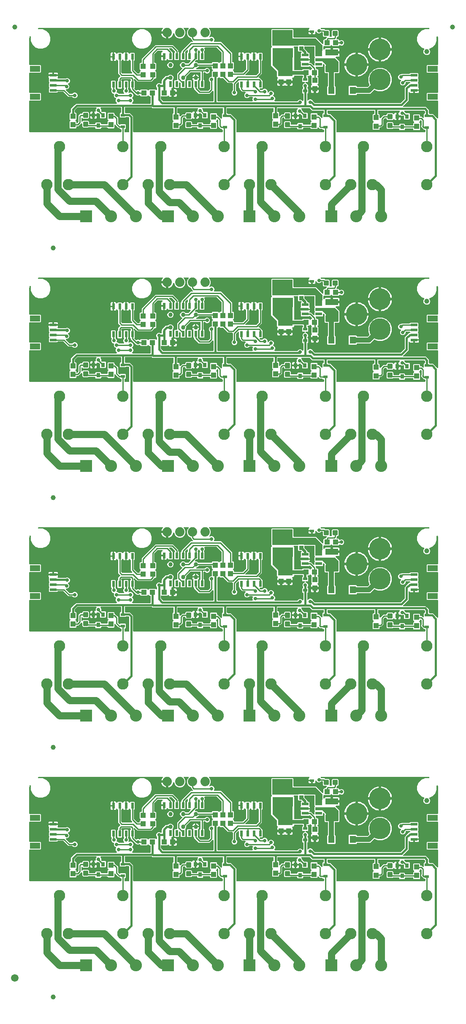
<source format=gtl>
G04 EAGLE Gerber RS-274X export*
G75*
%MOMM*%
%FSLAX34Y34*%
%LPD*%
%INTop Copper*%
%IPPOS*%
%AMOC8*
5,1,8,0,0,1.08239X$1,22.5*%
G01*
%ADD10R,1.100000X1.000000*%
%ADD11R,0.830000X0.630000*%
%ADD12C,0.300000*%
%ADD13R,2.000000X1.200000*%
%ADD14R,1.350000X0.600000*%
%ADD15C,2.286000*%
%ADD16R,1.000000X1.100000*%
%ADD17C,0.863600*%
%ADD18R,0.800000X0.900000*%
%ADD19R,2.413000X2.413000*%
%ADD20C,2.413000*%
%ADD21C,1.000000*%
%ADD22C,1.879600*%
%ADD23R,0.600000X1.200000*%
%ADD24C,4.318000*%
%ADD25R,2.500000X1.200000*%
%ADD26R,1.270000X1.470000*%
%ADD27R,1.350000X0.550000*%
%ADD28R,0.900000X0.850000*%
%ADD29R,4.100000X1.850000*%
%ADD30C,1.500000*%
%ADD31C,0.254000*%
%ADD32C,1.397000*%
%ADD33C,0.736600*%
%ADD34C,0.508000*%
%ADD35C,0.381000*%
%ADD36C,0.304800*%
%ADD37C,1.016000*%
%ADD38C,0.762000*%

G36*
X186300Y257826D02*
X186300Y257826D01*
X186419Y257833D01*
X186457Y257846D01*
X186498Y257851D01*
X186608Y257894D01*
X186721Y257931D01*
X186756Y257953D01*
X186793Y257968D01*
X186889Y258038D01*
X186990Y258101D01*
X187018Y258131D01*
X187051Y258155D01*
X187127Y258246D01*
X187208Y258333D01*
X187228Y258368D01*
X187253Y258399D01*
X187304Y258507D01*
X187362Y258611D01*
X187372Y258651D01*
X187389Y258687D01*
X187411Y258804D01*
X187441Y258919D01*
X187445Y258980D01*
X187449Y259000D01*
X187447Y259020D01*
X187451Y259080D01*
X187451Y262783D01*
X187436Y262901D01*
X187429Y263019D01*
X187416Y263058D01*
X187411Y263098D01*
X187368Y263209D01*
X187331Y263322D01*
X187309Y263356D01*
X187294Y263394D01*
X187225Y263490D01*
X187161Y263591D01*
X187131Y263618D01*
X187108Y263651D01*
X187016Y263727D01*
X186929Y263809D01*
X186894Y263828D01*
X186863Y263854D01*
X186755Y263905D01*
X186651Y263962D01*
X186611Y263972D01*
X186575Y263989D01*
X186458Y264012D01*
X186343Y264042D01*
X186283Y264045D01*
X186263Y264049D01*
X186242Y264048D01*
X186182Y264052D01*
X185613Y264052D01*
X184430Y265235D01*
X184429Y265236D01*
X184414Y265274D01*
X184345Y265370D01*
X184281Y265471D01*
X184251Y265498D01*
X184228Y265531D01*
X184136Y265607D01*
X184049Y265689D01*
X184014Y265708D01*
X183983Y265734D01*
X183875Y265785D01*
X183771Y265842D01*
X183731Y265852D01*
X183695Y265869D01*
X183578Y265892D01*
X183463Y265922D01*
X183403Y265925D01*
X183383Y265929D01*
X183362Y265928D01*
X183302Y265932D01*
X181877Y265932D01*
X179719Y268089D01*
X176909Y270900D01*
X175315Y272493D01*
X175206Y272578D01*
X175099Y272667D01*
X175080Y272675D01*
X175064Y272688D01*
X174936Y272743D01*
X174811Y272802D01*
X174791Y272806D01*
X174772Y272814D01*
X174634Y272836D01*
X174498Y272862D01*
X174478Y272861D01*
X174458Y272864D01*
X174319Y272851D01*
X174181Y272842D01*
X174162Y272836D01*
X174142Y272834D01*
X174010Y272787D01*
X173879Y272744D01*
X173861Y272734D01*
X173842Y272727D01*
X173727Y272649D01*
X173610Y272574D01*
X173596Y272559D01*
X173579Y272548D01*
X173487Y272444D01*
X173392Y272343D01*
X173382Y272325D01*
X173369Y272310D01*
X173305Y272186D01*
X173238Y272064D01*
X173233Y272045D01*
X173224Y272026D01*
X173194Y271891D01*
X173159Y271756D01*
X173157Y271728D01*
X173154Y271716D01*
X173155Y271696D01*
X173149Y271595D01*
X173149Y266529D01*
X172107Y265487D01*
X160633Y265487D01*
X159511Y266609D01*
X159508Y266618D01*
X159471Y266731D01*
X159449Y266766D01*
X159434Y266803D01*
X159365Y266899D01*
X159301Y267000D01*
X159271Y267028D01*
X159248Y267061D01*
X159156Y267137D01*
X159069Y267218D01*
X159034Y267238D01*
X159003Y267263D01*
X158895Y267314D01*
X158791Y267372D01*
X158751Y267382D01*
X158715Y267399D01*
X158598Y267421D01*
X158483Y267451D01*
X158423Y267455D01*
X158403Y267459D01*
X158382Y267457D01*
X158322Y267461D01*
X148018Y267461D01*
X147900Y267446D01*
X147781Y267439D01*
X147743Y267426D01*
X147702Y267421D01*
X147592Y267378D01*
X147479Y267341D01*
X147444Y267319D01*
X147407Y267304D01*
X147311Y267235D01*
X147210Y267171D01*
X147182Y267141D01*
X147149Y267118D01*
X147073Y267026D01*
X146992Y266939D01*
X146972Y266904D01*
X146947Y266873D01*
X146896Y266765D01*
X146838Y266661D01*
X146828Y266621D01*
X146811Y266585D01*
X146789Y266468D01*
X146759Y266353D01*
X146755Y266293D01*
X146751Y266273D01*
X146753Y266252D01*
X146749Y266192D01*
X146749Y265703D01*
X145707Y264661D01*
X136233Y264661D01*
X135191Y265703D01*
X135191Y266622D01*
X135176Y266740D01*
X135169Y266859D01*
X135156Y266897D01*
X135151Y266938D01*
X135108Y267048D01*
X135071Y267161D01*
X135049Y267196D01*
X135034Y267233D01*
X134965Y267329D01*
X134901Y267430D01*
X134871Y267458D01*
X134848Y267491D01*
X134756Y267567D01*
X134669Y267648D01*
X134634Y267668D01*
X134603Y267693D01*
X134495Y267744D01*
X134391Y267802D01*
X134351Y267812D01*
X134315Y267829D01*
X134198Y267851D01*
X134083Y267881D01*
X134023Y267885D01*
X134003Y267889D01*
X133982Y267887D01*
X133922Y267891D01*
X121567Y267891D01*
X121469Y267879D01*
X121370Y267876D01*
X121312Y267859D01*
X121252Y267851D01*
X121160Y267815D01*
X121065Y267787D01*
X121012Y267757D01*
X120956Y267734D01*
X120876Y267676D01*
X120791Y267626D01*
X120715Y267560D01*
X120699Y267548D01*
X120691Y267538D01*
X120670Y267519D01*
X120428Y267278D01*
X110712Y267278D01*
X108791Y269198D01*
X108791Y274135D01*
X108774Y274273D01*
X108761Y274412D01*
X108754Y274431D01*
X108751Y274451D01*
X108700Y274580D01*
X108653Y274711D01*
X108642Y274728D01*
X108634Y274747D01*
X108553Y274859D01*
X108475Y274974D01*
X108459Y274988D01*
X108448Y275004D01*
X108340Y275093D01*
X108236Y275185D01*
X108218Y275194D01*
X108203Y275207D01*
X108077Y275266D01*
X107953Y275329D01*
X107933Y275334D01*
X107915Y275342D01*
X107778Y275368D01*
X107643Y275399D01*
X107622Y275398D01*
X107603Y275402D01*
X107464Y275394D01*
X107325Y275389D01*
X107305Y275384D01*
X107285Y275382D01*
X107153Y275340D01*
X107019Y275301D01*
X107002Y275291D01*
X106983Y275284D01*
X106865Y275210D01*
X106745Y275139D01*
X106724Y275121D01*
X106714Y275114D01*
X106700Y275099D01*
X106625Y275033D01*
X105031Y273440D01*
X101309Y269717D01*
X98218Y269717D01*
X98100Y269702D01*
X97981Y269695D01*
X97943Y269682D01*
X97902Y269677D01*
X97792Y269634D01*
X97679Y269597D01*
X97644Y269575D01*
X97607Y269560D01*
X97511Y269491D01*
X97410Y269427D01*
X97382Y269397D01*
X97349Y269374D01*
X97273Y269282D01*
X97192Y269195D01*
X97172Y269160D01*
X97147Y269129D01*
X97096Y269021D01*
X97038Y268917D01*
X97028Y268877D01*
X97011Y268841D01*
X96989Y268724D01*
X96959Y268609D01*
X96955Y268549D01*
X96951Y268529D01*
X96953Y268508D01*
X96949Y268448D01*
X96949Y266529D01*
X95907Y265487D01*
X84433Y265487D01*
X83391Y266529D01*
X83391Y279003D01*
X84757Y280368D01*
X84830Y280463D01*
X84909Y280552D01*
X84927Y280588D01*
X84952Y280620D01*
X84999Y280729D01*
X85053Y280835D01*
X85062Y280874D01*
X85078Y280912D01*
X85097Y281029D01*
X85123Y281145D01*
X85122Y281186D01*
X85128Y281226D01*
X85117Y281344D01*
X85113Y281463D01*
X85102Y281502D01*
X85098Y281542D01*
X85058Y281655D01*
X85025Y281769D01*
X85004Y281803D01*
X84991Y281842D01*
X84924Y281940D01*
X84863Y282043D01*
X84824Y282088D01*
X84812Y282105D01*
X84797Y282118D01*
X84757Y282163D01*
X83391Y283529D01*
X83391Y296003D01*
X84433Y297045D01*
X85217Y297045D01*
X85335Y297060D01*
X85454Y297067D01*
X85492Y297080D01*
X85533Y297085D01*
X85643Y297128D01*
X85756Y297165D01*
X85791Y297187D01*
X85828Y297202D01*
X85924Y297271D01*
X86025Y297335D01*
X86053Y297365D01*
X86086Y297388D01*
X86162Y297480D01*
X86243Y297567D01*
X86263Y297602D01*
X86288Y297633D01*
X86339Y297741D01*
X86397Y297845D01*
X86407Y297885D01*
X86424Y297921D01*
X86446Y298038D01*
X86476Y298153D01*
X86480Y298213D01*
X86484Y298233D01*
X86482Y298254D01*
X86486Y298314D01*
X86486Y305056D01*
X89016Y307585D01*
X93735Y312304D01*
X96264Y314834D01*
X177298Y314834D01*
X177436Y314851D01*
X177574Y314864D01*
X177593Y314871D01*
X177614Y314874D01*
X177743Y314925D01*
X177874Y314972D01*
X177890Y314983D01*
X177909Y314991D01*
X178021Y315072D01*
X178137Y315150D01*
X178150Y315166D01*
X178167Y315177D01*
X178255Y315285D01*
X178347Y315389D01*
X178356Y315407D01*
X178369Y315422D01*
X178429Y315548D01*
X178492Y315672D01*
X178496Y315692D01*
X178505Y315710D01*
X178531Y315847D01*
X178561Y315982D01*
X178561Y316003D01*
X178565Y316022D01*
X178556Y316161D01*
X178552Y316300D01*
X178546Y316320D01*
X178545Y316340D01*
X178502Y316472D01*
X178463Y316606D01*
X178453Y316623D01*
X178447Y316642D01*
X178372Y316760D01*
X178302Y316880D01*
X178283Y316901D01*
X178277Y316911D01*
X178262Y316925D01*
X178195Y317000D01*
X176980Y318216D01*
X176148Y320224D01*
X176148Y322396D01*
X177022Y324507D01*
X177054Y324621D01*
X177092Y324734D01*
X177096Y324774D01*
X177106Y324813D01*
X177108Y324933D01*
X177118Y325051D01*
X177111Y325091D01*
X177111Y325131D01*
X177084Y325247D01*
X177063Y325364D01*
X177047Y325401D01*
X177037Y325441D01*
X176982Y325546D01*
X176933Y325654D01*
X176907Y325686D01*
X176888Y325722D01*
X176808Y325810D01*
X176734Y325903D01*
X176702Y325927D01*
X176675Y325957D01*
X176575Y326023D01*
X176480Y326094D01*
X176426Y326121D01*
X176409Y326132D01*
X176390Y326138D01*
X176335Y326165D01*
X174706Y326840D01*
X173170Y328376D01*
X172338Y330384D01*
X172338Y332556D01*
X172581Y333143D01*
X172595Y333191D01*
X172616Y333236D01*
X172636Y333344D01*
X172665Y333450D01*
X172666Y333500D01*
X172675Y333549D01*
X172669Y333658D01*
X172670Y333768D01*
X172659Y333816D01*
X172656Y333866D01*
X172622Y333970D01*
X172596Y334077D01*
X172573Y334121D01*
X172558Y334168D01*
X172499Y334261D01*
X172447Y334358D01*
X172414Y334395D01*
X172387Y334437D01*
X172307Y334512D01*
X172234Y334594D01*
X172192Y334621D01*
X172156Y334655D01*
X172060Y334708D01*
X171968Y334768D01*
X171921Y334785D01*
X171877Y334809D01*
X171805Y334827D01*
X169626Y335730D01*
X168090Y337266D01*
X167258Y339274D01*
X167258Y341446D01*
X168173Y343654D01*
X168180Y343682D01*
X168194Y343709D01*
X168197Y343724D01*
X168199Y343727D01*
X168203Y343751D01*
X168222Y343835D01*
X168257Y343961D01*
X168257Y343990D01*
X168263Y344019D01*
X168260Y344149D01*
X168262Y344279D01*
X168255Y344307D01*
X168254Y344337D01*
X168218Y344462D01*
X168187Y344588D01*
X168174Y344614D01*
X168165Y344642D01*
X168099Y344754D01*
X168039Y344869D01*
X168019Y344891D01*
X168004Y344916D01*
X167897Y345037D01*
X166671Y346263D01*
X166671Y359737D01*
X167713Y360779D01*
X175187Y360779D01*
X176229Y359737D01*
X176229Y346248D01*
X176209Y346223D01*
X176131Y346133D01*
X176112Y346097D01*
X176087Y346065D01*
X176040Y345956D01*
X175986Y345850D01*
X175977Y345811D01*
X175961Y345774D01*
X175942Y345656D01*
X175916Y345540D01*
X175917Y345500D01*
X175911Y345460D01*
X175922Y345341D01*
X175926Y345222D01*
X175937Y345183D01*
X175941Y345143D01*
X175981Y345031D01*
X176014Y344917D01*
X176035Y344882D01*
X176049Y344844D01*
X176115Y344745D01*
X176176Y344643D01*
X176216Y344597D01*
X176227Y344581D01*
X176243Y344567D01*
X176282Y344522D01*
X177350Y343454D01*
X178182Y341446D01*
X178182Y339274D01*
X177939Y338687D01*
X177925Y338639D01*
X177904Y338594D01*
X177884Y338486D01*
X177855Y338380D01*
X177854Y338330D01*
X177845Y338281D01*
X177851Y338172D01*
X177850Y338062D01*
X177861Y338014D01*
X177864Y337964D01*
X177898Y337860D01*
X177924Y337753D01*
X177947Y337709D01*
X177962Y337662D01*
X178021Y337569D01*
X178073Y337472D01*
X178106Y337435D01*
X178133Y337393D01*
X178213Y337318D01*
X178286Y337236D01*
X178328Y337209D01*
X178364Y337175D01*
X178460Y337122D01*
X178552Y337062D01*
X178599Y337045D01*
X178643Y337021D01*
X178715Y337003D01*
X180894Y336100D01*
X182104Y334890D01*
X182182Y334830D01*
X182254Y334762D01*
X182307Y334733D01*
X182355Y334696D01*
X182446Y334656D01*
X182532Y334608D01*
X182591Y334593D01*
X182647Y334569D01*
X182745Y334554D01*
X182840Y334529D01*
X182940Y334523D01*
X182961Y334519D01*
X182973Y334521D01*
X183001Y334519D01*
X191903Y334519D01*
X192041Y334536D01*
X192179Y334549D01*
X192198Y334556D01*
X192219Y334559D01*
X192348Y334610D01*
X192479Y334657D01*
X192495Y334668D01*
X192514Y334676D01*
X192627Y334757D01*
X192742Y334835D01*
X192755Y334851D01*
X192772Y334862D01*
X192860Y334970D01*
X192952Y335074D01*
X192961Y335092D01*
X192974Y335107D01*
X193034Y335233D01*
X193097Y335357D01*
X193101Y335377D01*
X193110Y335395D01*
X193136Y335532D01*
X193166Y335667D01*
X193166Y335688D01*
X193170Y335707D01*
X193161Y335846D01*
X193157Y335985D01*
X193151Y336005D01*
X193150Y336025D01*
X193107Y336157D01*
X193068Y336291D01*
X193058Y336308D01*
X193052Y336327D01*
X192978Y336445D01*
X192907Y336565D01*
X192888Y336586D01*
X192882Y336596D01*
X192867Y336610D01*
X192800Y336685D01*
X192220Y337266D01*
X191388Y339274D01*
X191388Y341446D01*
X192220Y343454D01*
X192653Y343887D01*
X192726Y343981D01*
X192804Y344070D01*
X192823Y344106D01*
X192848Y344138D01*
X192895Y344247D01*
X192949Y344353D01*
X192958Y344393D01*
X192974Y344430D01*
X192993Y344548D01*
X193019Y344664D01*
X193018Y344704D01*
X193024Y344744D01*
X193013Y344863D01*
X193009Y344981D01*
X192998Y345020D01*
X192994Y345061D01*
X192954Y345173D01*
X192921Y345287D01*
X192900Y345322D01*
X192886Y345360D01*
X192820Y345458D01*
X192759Y345561D01*
X192719Y345606D01*
X192708Y345623D01*
X192693Y345636D01*
X192653Y345682D01*
X192071Y346263D01*
X192071Y359737D01*
X193113Y360779D01*
X200587Y360779D01*
X201629Y359737D01*
X201629Y346263D01*
X201047Y345682D01*
X200974Y345588D01*
X200896Y345498D01*
X200877Y345462D01*
X200852Y345430D01*
X200805Y345321D01*
X200751Y345215D01*
X200742Y345176D01*
X200726Y345139D01*
X200707Y345021D01*
X200681Y344905D01*
X200682Y344864D01*
X200676Y344825D01*
X200687Y344706D01*
X200691Y344587D01*
X200702Y344548D01*
X200706Y344508D01*
X200746Y344396D01*
X200779Y344282D01*
X200800Y344247D01*
X200814Y344209D01*
X200880Y344110D01*
X200941Y344008D01*
X200981Y343962D01*
X200992Y343946D01*
X201007Y343932D01*
X201047Y343887D01*
X201480Y343454D01*
X202312Y341446D01*
X202312Y339274D01*
X201828Y338107D01*
X201792Y337973D01*
X201751Y337840D01*
X201750Y337820D01*
X201744Y337800D01*
X201742Y337661D01*
X201736Y337522D01*
X201740Y337502D01*
X201739Y337482D01*
X201772Y337346D01*
X201800Y337211D01*
X201809Y337193D01*
X201814Y337173D01*
X201879Y337049D01*
X201940Y336925D01*
X201953Y336910D01*
X201962Y336892D01*
X202056Y336789D01*
X202146Y336683D01*
X202163Y336671D01*
X202176Y336656D01*
X202293Y336580D01*
X202406Y336500D01*
X202425Y336493D01*
X202442Y336482D01*
X202574Y336436D01*
X202703Y336387D01*
X202724Y336385D01*
X202743Y336378D01*
X202881Y336367D01*
X203020Y336352D01*
X203040Y336355D01*
X203060Y336353D01*
X203197Y336377D01*
X203334Y336396D01*
X203361Y336405D01*
X203373Y336408D01*
X203392Y336416D01*
X203487Y336448D01*
X204654Y336932D01*
X206826Y336932D01*
X208834Y336100D01*
X210370Y334564D01*
X211202Y332556D01*
X211202Y330384D01*
X210370Y328376D01*
X209282Y327287D01*
X209208Y327193D01*
X209130Y327104D01*
X209111Y327068D01*
X209087Y327036D01*
X209039Y326927D01*
X208985Y326821D01*
X208976Y326782D01*
X208960Y326744D01*
X208942Y326627D01*
X208916Y326511D01*
X208917Y326470D01*
X208910Y326430D01*
X208922Y326312D01*
X208925Y326193D01*
X208936Y326154D01*
X208940Y326114D01*
X208981Y326002D01*
X209014Y325887D01*
X209034Y325852D01*
X209048Y325814D01*
X209115Y325716D01*
X209175Y325613D01*
X209215Y325568D01*
X209226Y325551D01*
X209242Y325538D01*
X209282Y325492D01*
X210370Y324404D01*
X211202Y322396D01*
X211202Y320224D01*
X210370Y318216D01*
X209155Y317000D01*
X209069Y316891D01*
X208981Y316784D01*
X208972Y316765D01*
X208960Y316749D01*
X208904Y316622D01*
X208845Y316496D01*
X208841Y316476D01*
X208833Y316457D01*
X208811Y316319D01*
X208785Y316183D01*
X208787Y316163D01*
X208783Y316143D01*
X208796Y316004D01*
X208805Y315866D01*
X208811Y315847D01*
X208813Y315827D01*
X208860Y315695D01*
X208903Y315564D01*
X208914Y315546D01*
X208921Y315527D01*
X208999Y315412D01*
X209073Y315295D01*
X209088Y315281D01*
X209099Y315264D01*
X209204Y315172D01*
X209305Y315077D01*
X209323Y315067D01*
X209338Y315054D01*
X209462Y314990D01*
X209583Y314923D01*
X209603Y314918D01*
X209621Y314909D01*
X209757Y314879D01*
X209891Y314844D01*
X209919Y314842D01*
X209931Y314839D01*
X209952Y314840D01*
X210052Y314834D01*
X244847Y314834D01*
X244965Y314849D01*
X245084Y314856D01*
X245122Y314869D01*
X245163Y314874D01*
X245273Y314917D01*
X245386Y314954D01*
X245421Y314976D01*
X245458Y314991D01*
X245554Y315060D01*
X245655Y315124D01*
X245683Y315154D01*
X245716Y315177D01*
X245792Y315269D01*
X245873Y315356D01*
X245893Y315391D01*
X245918Y315422D01*
X245969Y315530D01*
X246027Y315634D01*
X246037Y315674D01*
X246054Y315710D01*
X246076Y315827D01*
X246106Y315942D01*
X246110Y316002D01*
X246114Y316022D01*
X246112Y316043D01*
X246116Y316103D01*
X246116Y328502D01*
X246101Y328620D01*
X246094Y328739D01*
X246081Y328777D01*
X246076Y328818D01*
X246033Y328928D01*
X245996Y329041D01*
X245974Y329076D01*
X245959Y329113D01*
X245890Y329209D01*
X245826Y329310D01*
X245796Y329338D01*
X245773Y329371D01*
X245681Y329447D01*
X245594Y329528D01*
X245559Y329548D01*
X245528Y329573D01*
X245420Y329624D01*
X245316Y329682D01*
X245276Y329692D01*
X245240Y329709D01*
X245123Y329731D01*
X245008Y329761D01*
X244948Y329765D01*
X244928Y329769D01*
X244907Y329767D01*
X244847Y329771D01*
X243563Y329771D01*
X242197Y331137D01*
X242103Y331210D01*
X242014Y331289D01*
X241978Y331307D01*
X241946Y331332D01*
X241837Y331379D01*
X241731Y331433D01*
X241692Y331442D01*
X241654Y331458D01*
X241537Y331477D01*
X241421Y331503D01*
X241380Y331502D01*
X241340Y331508D01*
X241222Y331497D01*
X241103Y331493D01*
X241064Y331482D01*
X241024Y331478D01*
X240912Y331438D01*
X240797Y331405D01*
X240762Y331384D01*
X240724Y331371D01*
X240626Y331304D01*
X240523Y331243D01*
X240478Y331204D01*
X240461Y331192D01*
X240448Y331177D01*
X240402Y331137D01*
X239037Y329771D01*
X226563Y329771D01*
X225493Y330841D01*
X225481Y330935D01*
X225463Y330981D01*
X225453Y331030D01*
X225405Y331129D01*
X225364Y331231D01*
X225335Y331271D01*
X225313Y331316D01*
X225242Y331400D01*
X225178Y331488D01*
X225139Y331520D01*
X225107Y331558D01*
X225017Y331621D01*
X224933Y331691D01*
X224888Y331712D01*
X224847Y331741D01*
X224744Y331780D01*
X224645Y331827D01*
X224596Y331836D01*
X224550Y331854D01*
X224440Y331866D01*
X224333Y331886D01*
X224283Y331883D01*
X224234Y331889D01*
X224125Y331873D01*
X224015Y331867D01*
X223968Y331851D01*
X223919Y331844D01*
X223766Y331792D01*
X222066Y331088D01*
X219894Y331088D01*
X217886Y331920D01*
X216676Y333130D01*
X216598Y333190D01*
X216526Y333258D01*
X216473Y333287D01*
X216425Y333324D01*
X216334Y333364D01*
X216248Y333412D01*
X216189Y333427D01*
X216133Y333451D01*
X216035Y333466D01*
X215940Y333491D01*
X215916Y333493D01*
X213750Y335659D01*
X206501Y342907D01*
X206501Y344007D01*
X206489Y344106D01*
X206486Y344205D01*
X206469Y344263D01*
X206461Y344323D01*
X206425Y344415D01*
X206397Y344510D01*
X206367Y344562D01*
X206344Y344619D01*
X206286Y344699D01*
X206236Y344784D01*
X206170Y344860D01*
X206158Y344876D01*
X206148Y344884D01*
X206130Y344905D01*
X204771Y346263D01*
X204771Y359737D01*
X206130Y361095D01*
X206190Y361173D01*
X206258Y361245D01*
X206287Y361298D01*
X206324Y361346D01*
X206364Y361437D01*
X206412Y361524D01*
X206427Y361582D01*
X206451Y361638D01*
X206466Y361736D01*
X206491Y361832D01*
X206497Y361932D01*
X206501Y361952D01*
X206499Y361965D01*
X206501Y361993D01*
X206501Y362701D01*
X206489Y362800D01*
X206486Y362899D01*
X206469Y362957D01*
X206461Y363017D01*
X206425Y363109D01*
X206397Y363204D01*
X206371Y363249D01*
X206370Y363251D01*
X206366Y363259D01*
X206344Y363313D01*
X206286Y363393D01*
X206236Y363478D01*
X206203Y363515D01*
X206200Y363520D01*
X206193Y363527D01*
X206170Y363553D01*
X206158Y363570D01*
X206148Y363578D01*
X206130Y363599D01*
X206119Y363610D01*
X206041Y363670D01*
X205969Y363738D01*
X205927Y363761D01*
X205913Y363773D01*
X205902Y363778D01*
X205868Y363804D01*
X205777Y363844D01*
X205690Y363892D01*
X205631Y363907D01*
X205576Y363931D01*
X205478Y363946D01*
X205382Y363971D01*
X205282Y363977D01*
X205262Y363981D01*
X205249Y363979D01*
X205221Y363981D01*
X188479Y363981D01*
X188380Y363969D01*
X188281Y363966D01*
X188223Y363949D01*
X188163Y363941D01*
X188071Y363905D01*
X187976Y363877D01*
X187931Y363851D01*
X187929Y363850D01*
X187921Y363846D01*
X187867Y363824D01*
X187787Y363766D01*
X187702Y363716D01*
X187665Y363683D01*
X187660Y363680D01*
X187653Y363673D01*
X187627Y363650D01*
X187610Y363638D01*
X187602Y363628D01*
X187581Y363610D01*
X187570Y363599D01*
X187510Y363521D01*
X187442Y363449D01*
X187419Y363407D01*
X187407Y363393D01*
X187402Y363382D01*
X187376Y363348D01*
X187336Y363257D01*
X187288Y363170D01*
X187273Y363111D01*
X187249Y363056D01*
X187234Y362958D01*
X187209Y362862D01*
X187203Y362762D01*
X187199Y362742D01*
X187201Y362729D01*
X187199Y362701D01*
X187199Y361993D01*
X187211Y361894D01*
X187214Y361795D01*
X187231Y361737D01*
X187239Y361677D01*
X187275Y361585D01*
X187303Y361490D01*
X187333Y361438D01*
X187356Y361381D01*
X187414Y361301D01*
X187464Y361216D01*
X187530Y361140D01*
X187542Y361124D01*
X187552Y361116D01*
X187570Y361095D01*
X188929Y359737D01*
X188929Y346263D01*
X187887Y345221D01*
X180413Y345221D01*
X179371Y346263D01*
X179371Y359737D01*
X180730Y361095D01*
X180790Y361173D01*
X180858Y361245D01*
X180887Y361298D01*
X180924Y361346D01*
X180964Y361437D01*
X181012Y361524D01*
X181027Y361582D01*
X181051Y361638D01*
X181066Y361736D01*
X181091Y361832D01*
X181097Y361932D01*
X181101Y361952D01*
X181099Y361965D01*
X181101Y361993D01*
X181101Y365753D01*
X184656Y369308D01*
X184729Y369402D01*
X184808Y369491D01*
X184826Y369527D01*
X184851Y369559D01*
X184898Y369668D01*
X184952Y369774D01*
X184961Y369813D01*
X184977Y369851D01*
X184996Y369968D01*
X185022Y370084D01*
X185021Y370125D01*
X185027Y370165D01*
X185016Y370283D01*
X185012Y370402D01*
X185001Y370441D01*
X184997Y370481D01*
X184957Y370593D01*
X184924Y370708D01*
X184903Y370743D01*
X184890Y370781D01*
X184823Y370879D01*
X184762Y370982D01*
X184723Y371027D01*
X184711Y371044D01*
X184696Y371057D01*
X184656Y371103D01*
X183259Y372500D01*
X181101Y374657D01*
X181101Y400007D01*
X181089Y400106D01*
X181086Y400205D01*
X181069Y400263D01*
X181061Y400323D01*
X181025Y400415D01*
X180997Y400510D01*
X180967Y400562D01*
X180944Y400619D01*
X180886Y400699D01*
X180836Y400784D01*
X180770Y400860D01*
X180758Y400876D01*
X180748Y400884D01*
X180730Y400905D01*
X179280Y402355D01*
X179275Y402366D01*
X179221Y402508D01*
X179217Y402514D01*
X179214Y402520D01*
X179125Y402643D01*
X179037Y402768D01*
X179031Y402772D01*
X179028Y402778D01*
X178911Y402874D01*
X178794Y402973D01*
X178788Y402976D01*
X178783Y402980D01*
X178646Y403045D01*
X178508Y403112D01*
X178501Y403113D01*
X178495Y403116D01*
X178347Y403144D01*
X178196Y403175D01*
X178189Y403174D01*
X178183Y403176D01*
X178031Y403166D01*
X177878Y403158D01*
X177872Y403156D01*
X177865Y403156D01*
X177721Y403109D01*
X177575Y403063D01*
X177569Y403060D01*
X177563Y403058D01*
X177434Y402977D01*
X177304Y402896D01*
X177300Y402891D01*
X177294Y402888D01*
X177189Y402777D01*
X177084Y402667D01*
X177081Y402661D01*
X177076Y402656D01*
X177002Y402522D01*
X176927Y402390D01*
X176925Y402381D01*
X176922Y402378D01*
X176920Y402367D01*
X176876Y402237D01*
X176818Y402019D01*
X176483Y401440D01*
X176010Y400967D01*
X175431Y400632D01*
X174784Y400459D01*
X172949Y400459D01*
X172949Y408770D01*
X172934Y408888D01*
X172927Y409007D01*
X172925Y409014D01*
X172939Y409070D01*
X172943Y409130D01*
X172947Y409150D01*
X172945Y409170D01*
X172949Y409230D01*
X172949Y417541D01*
X174784Y417541D01*
X175431Y417368D01*
X176010Y417033D01*
X176483Y416560D01*
X176818Y415981D01*
X176876Y415763D01*
X176934Y415620D01*
X176990Y415480D01*
X176994Y415474D01*
X176996Y415468D01*
X177087Y415346D01*
X177176Y415222D01*
X177182Y415218D01*
X177186Y415213D01*
X177305Y415116D01*
X177421Y415020D01*
X177428Y415017D01*
X177433Y415013D01*
X177573Y414948D01*
X177709Y414884D01*
X177716Y414883D01*
X177722Y414880D01*
X177873Y414853D01*
X178022Y414824D01*
X178028Y414825D01*
X178035Y414824D01*
X178187Y414835D01*
X178339Y414844D01*
X178345Y414846D01*
X178352Y414847D01*
X178497Y414895D01*
X178641Y414942D01*
X178647Y414946D01*
X178654Y414948D01*
X178782Y415031D01*
X178910Y415112D01*
X178915Y415117D01*
X178920Y415121D01*
X179023Y415232D01*
X179128Y415344D01*
X179131Y415350D01*
X179136Y415355D01*
X179207Y415488D01*
X179282Y415622D01*
X179283Y415629D01*
X179286Y415635D01*
X179292Y415658D01*
X180413Y416779D01*
X187887Y416779D01*
X189020Y415645D01*
X189025Y415633D01*
X189079Y415492D01*
X189083Y415486D01*
X189086Y415480D01*
X189175Y415357D01*
X189263Y415232D01*
X189269Y415228D01*
X189272Y415222D01*
X189389Y415126D01*
X189506Y415027D01*
X189512Y415024D01*
X189517Y415020D01*
X189654Y414955D01*
X189792Y414888D01*
X189799Y414887D01*
X189805Y414884D01*
X189953Y414856D01*
X190104Y414825D01*
X190111Y414826D01*
X190117Y414824D01*
X190269Y414834D01*
X190422Y414842D01*
X190428Y414844D01*
X190435Y414844D01*
X190579Y414891D01*
X190725Y414937D01*
X190731Y414940D01*
X190737Y414942D01*
X190866Y415023D01*
X190996Y415104D01*
X191000Y415109D01*
X191006Y415112D01*
X191111Y415223D01*
X191216Y415333D01*
X191219Y415339D01*
X191224Y415344D01*
X191297Y415476D01*
X191373Y415610D01*
X191375Y415619D01*
X191378Y415622D01*
X191380Y415633D01*
X191424Y415763D01*
X191482Y415981D01*
X191817Y416560D01*
X192290Y417033D01*
X192869Y417368D01*
X193516Y417541D01*
X195351Y417541D01*
X195351Y409230D01*
X195366Y409112D01*
X195373Y408993D01*
X195375Y408986D01*
X195361Y408930D01*
X195357Y408870D01*
X195353Y408850D01*
X195355Y408830D01*
X195351Y408770D01*
X195351Y400459D01*
X193516Y400459D01*
X192869Y400632D01*
X192290Y400967D01*
X191817Y401440D01*
X191482Y402019D01*
X191424Y402237D01*
X191367Y402378D01*
X191310Y402520D01*
X191306Y402526D01*
X191304Y402532D01*
X191213Y402654D01*
X191124Y402778D01*
X191118Y402782D01*
X191114Y402787D01*
X190996Y402883D01*
X190879Y402980D01*
X190872Y402983D01*
X190867Y402987D01*
X190727Y403052D01*
X190591Y403116D01*
X190584Y403117D01*
X190578Y403120D01*
X190427Y403147D01*
X190278Y403176D01*
X190272Y403175D01*
X190265Y403176D01*
X190113Y403165D01*
X189961Y403156D01*
X189955Y403154D01*
X189948Y403153D01*
X189803Y403105D01*
X189659Y403058D01*
X189653Y403054D01*
X189646Y403052D01*
X189518Y402969D01*
X189390Y402888D01*
X189385Y402883D01*
X189380Y402879D01*
X189276Y402767D01*
X189172Y402656D01*
X189169Y402650D01*
X189164Y402645D01*
X189092Y402511D01*
X189018Y402378D01*
X189017Y402371D01*
X189014Y402365D01*
X189008Y402342D01*
X187570Y400905D01*
X187510Y400827D01*
X187442Y400755D01*
X187413Y400702D01*
X187376Y400654D01*
X187336Y400563D01*
X187288Y400476D01*
X187273Y400418D01*
X187249Y400362D01*
X187234Y400264D01*
X187209Y400168D01*
X187203Y400068D01*
X187199Y400048D01*
X187201Y400035D01*
X187199Y400007D01*
X187199Y377709D01*
X187211Y377610D01*
X187214Y377511D01*
X187231Y377453D01*
X187239Y377393D01*
X187275Y377301D01*
X187303Y377206D01*
X187333Y377154D01*
X187356Y377097D01*
X187414Y377017D01*
X187464Y376932D01*
X187530Y376857D01*
X187542Y376840D01*
X187552Y376832D01*
X187570Y376811D01*
X188851Y375530D01*
X188929Y375470D01*
X189001Y375402D01*
X189054Y375373D01*
X189102Y375336D01*
X189193Y375296D01*
X189280Y375248D01*
X189339Y375233D01*
X189394Y375209D01*
X189492Y375194D01*
X189588Y375169D01*
X189688Y375163D01*
X189708Y375159D01*
X189721Y375161D01*
X189749Y375159D01*
X208015Y375159D01*
X208153Y375176D01*
X208292Y375189D01*
X208311Y375196D01*
X208331Y375199D01*
X208460Y375250D01*
X208591Y375297D01*
X208608Y375308D01*
X208627Y375316D01*
X208739Y375397D01*
X208854Y375475D01*
X208868Y375491D01*
X208884Y375502D01*
X208973Y375610D01*
X209065Y375714D01*
X209074Y375732D01*
X209087Y375747D01*
X209146Y375873D01*
X209209Y375997D01*
X209214Y376017D01*
X209222Y376035D01*
X209248Y376171D01*
X209279Y376307D01*
X209278Y376328D01*
X209282Y376347D01*
X209274Y376486D01*
X209269Y376625D01*
X209264Y376645D01*
X209262Y376665D01*
X209220Y376797D01*
X209181Y376931D01*
X209171Y376948D01*
X209164Y376967D01*
X209090Y377085D01*
X209019Y377205D01*
X209001Y377226D01*
X208994Y377236D01*
X208979Y377250D01*
X208913Y377326D01*
X208659Y377580D01*
X206501Y379737D01*
X206501Y400008D01*
X206489Y400106D01*
X206486Y400205D01*
X206469Y400263D01*
X206461Y400323D01*
X206425Y400415D01*
X206397Y400510D01*
X206367Y400562D01*
X206344Y400619D01*
X206286Y400699D01*
X206236Y400784D01*
X206170Y400859D01*
X206158Y400876D01*
X206148Y400884D01*
X206130Y400905D01*
X204680Y402355D01*
X204675Y402366D01*
X204621Y402508D01*
X204617Y402514D01*
X204614Y402520D01*
X204525Y402643D01*
X204437Y402768D01*
X204431Y402772D01*
X204428Y402778D01*
X204311Y402874D01*
X204194Y402973D01*
X204188Y402976D01*
X204183Y402980D01*
X204046Y403045D01*
X203908Y403112D01*
X203901Y403113D01*
X203895Y403116D01*
X203747Y403144D01*
X203596Y403175D01*
X203589Y403174D01*
X203583Y403176D01*
X203431Y403166D01*
X203278Y403158D01*
X203272Y403156D01*
X203265Y403156D01*
X203121Y403109D01*
X202975Y403063D01*
X202969Y403060D01*
X202963Y403058D01*
X202834Y402977D01*
X202704Y402896D01*
X202700Y402891D01*
X202694Y402888D01*
X202589Y402777D01*
X202484Y402667D01*
X202481Y402661D01*
X202476Y402656D01*
X202402Y402522D01*
X202327Y402390D01*
X202325Y402381D01*
X202322Y402378D01*
X202320Y402367D01*
X202276Y402237D01*
X202218Y402019D01*
X201883Y401440D01*
X201410Y400967D01*
X200831Y400632D01*
X200184Y400459D01*
X198349Y400459D01*
X198349Y408770D01*
X198334Y408888D01*
X198327Y409007D01*
X198325Y409014D01*
X198339Y409070D01*
X198343Y409130D01*
X198347Y409150D01*
X198345Y409170D01*
X198349Y409230D01*
X198349Y417541D01*
X200184Y417541D01*
X200831Y417368D01*
X201410Y417033D01*
X201883Y416560D01*
X202218Y415981D01*
X202276Y415763D01*
X202334Y415620D01*
X202390Y415480D01*
X202394Y415474D01*
X202396Y415468D01*
X202487Y415346D01*
X202576Y415222D01*
X202582Y415218D01*
X202586Y415213D01*
X202705Y415116D01*
X202821Y415020D01*
X202828Y415017D01*
X202833Y415013D01*
X202973Y414948D01*
X203109Y414884D01*
X203116Y414883D01*
X203122Y414880D01*
X203273Y414853D01*
X203422Y414824D01*
X203428Y414825D01*
X203435Y414824D01*
X203587Y414835D01*
X203739Y414844D01*
X203745Y414846D01*
X203752Y414847D01*
X203897Y414895D01*
X204041Y414942D01*
X204047Y414946D01*
X204054Y414948D01*
X204182Y415031D01*
X204310Y415112D01*
X204315Y415117D01*
X204320Y415121D01*
X204423Y415232D01*
X204528Y415344D01*
X204531Y415350D01*
X204536Y415355D01*
X204607Y415488D01*
X204682Y415622D01*
X204683Y415629D01*
X204686Y415635D01*
X204692Y415658D01*
X205813Y416779D01*
X213287Y416779D01*
X214329Y415737D01*
X214329Y402263D01*
X212970Y400905D01*
X212910Y400827D01*
X212842Y400755D01*
X212813Y400702D01*
X212776Y400654D01*
X212736Y400563D01*
X212688Y400476D01*
X212673Y400418D01*
X212649Y400362D01*
X212634Y400264D01*
X212609Y400168D01*
X212603Y400068D01*
X212599Y400048D01*
X212601Y400036D01*
X212599Y400008D01*
X212599Y382789D01*
X212611Y382690D01*
X212614Y382591D01*
X212631Y382533D01*
X212639Y382473D01*
X212675Y382381D01*
X212703Y382286D01*
X212733Y382234D01*
X212756Y382177D01*
X212814Y382097D01*
X212864Y382012D01*
X212930Y381937D01*
X212942Y381920D01*
X212952Y381912D01*
X212970Y381891D01*
X218941Y375920D01*
X219019Y375860D01*
X219091Y375792D01*
X219144Y375763D01*
X219192Y375726D01*
X219283Y375686D01*
X219370Y375638D01*
X219429Y375623D01*
X219484Y375599D01*
X219582Y375584D01*
X219678Y375559D01*
X219778Y375553D01*
X219798Y375549D01*
X219811Y375551D01*
X219839Y375549D01*
X223092Y375549D01*
X223210Y375564D01*
X223329Y375571D01*
X223367Y375584D01*
X223408Y375589D01*
X223518Y375632D01*
X223631Y375669D01*
X223666Y375691D01*
X223703Y375706D01*
X223799Y375775D01*
X223900Y375839D01*
X223928Y375869D01*
X223961Y375892D01*
X224037Y375984D01*
X224118Y376071D01*
X224138Y376106D01*
X224163Y376137D01*
X224214Y376245D01*
X224272Y376349D01*
X224282Y376389D01*
X224299Y376425D01*
X224321Y376542D01*
X224351Y376657D01*
X224355Y376717D01*
X224359Y376737D01*
X224357Y376758D01*
X224361Y376818D01*
X224361Y378737D01*
X225727Y380103D01*
X225800Y380197D01*
X225879Y380286D01*
X225897Y380322D01*
X225922Y380354D01*
X225969Y380463D01*
X226023Y380569D01*
X226032Y380608D01*
X226048Y380646D01*
X226067Y380763D01*
X226093Y380879D01*
X226092Y380920D01*
X226098Y380960D01*
X226087Y381078D01*
X226083Y381197D01*
X226072Y381236D01*
X226068Y381276D01*
X226028Y381388D01*
X225995Y381503D01*
X225974Y381538D01*
X225961Y381576D01*
X225894Y381674D01*
X225833Y381777D01*
X225794Y381822D01*
X225782Y381839D01*
X225767Y381852D01*
X225727Y381898D01*
X224361Y383263D01*
X224361Y395737D01*
X225403Y396779D01*
X226822Y396779D01*
X226940Y396794D01*
X227059Y396801D01*
X227097Y396814D01*
X227138Y396819D01*
X227248Y396862D01*
X227361Y396899D01*
X227396Y396921D01*
X227433Y396936D01*
X227529Y397005D01*
X227630Y397069D01*
X227658Y397099D01*
X227691Y397122D01*
X227767Y397214D01*
X227848Y397301D01*
X227868Y397336D01*
X227893Y397367D01*
X227944Y397475D01*
X228002Y397579D01*
X228012Y397619D01*
X228029Y397655D01*
X228051Y397772D01*
X228081Y397887D01*
X228085Y397947D01*
X228089Y397967D01*
X228087Y397988D01*
X228091Y398048D01*
X228091Y404869D01*
X230249Y407026D01*
X253374Y430151D01*
X255531Y432309D01*
X290823Y432309D01*
X301499Y421633D01*
X301499Y419263D01*
X301511Y419164D01*
X301514Y419065D01*
X301531Y419007D01*
X301539Y418947D01*
X301575Y418855D01*
X301603Y418760D01*
X301633Y418708D01*
X301656Y418651D01*
X301714Y418571D01*
X301764Y418486D01*
X301830Y418410D01*
X301842Y418394D01*
X301852Y418386D01*
X301870Y418365D01*
X303229Y417007D01*
X303229Y403533D01*
X302187Y402491D01*
X294713Y402491D01*
X293671Y403533D01*
X293671Y417007D01*
X294689Y418024D01*
X294762Y418119D01*
X294841Y418208D01*
X294859Y418244D01*
X294884Y418276D01*
X294931Y418385D01*
X294985Y418491D01*
X294994Y418530D01*
X295010Y418568D01*
X295029Y418685D01*
X295055Y418801D01*
X295054Y418842D01*
X295060Y418882D01*
X295049Y419000D01*
X295045Y419119D01*
X295034Y419158D01*
X295030Y419198D01*
X294990Y419311D01*
X294957Y419425D01*
X294936Y419459D01*
X294923Y419498D01*
X294856Y419596D01*
X294795Y419699D01*
X294756Y419744D01*
X294744Y419761D01*
X294729Y419774D01*
X294689Y419819D01*
X288669Y425840D01*
X288591Y425900D01*
X288519Y425968D01*
X288466Y425997D01*
X288418Y426034D01*
X288327Y426074D01*
X288240Y426122D01*
X288181Y426137D01*
X288126Y426161D01*
X288028Y426176D01*
X287932Y426201D01*
X287832Y426207D01*
X287812Y426211D01*
X287799Y426209D01*
X287771Y426211D01*
X284745Y426211D01*
X284607Y426194D01*
X284468Y426181D01*
X284449Y426174D01*
X284429Y426171D01*
X284300Y426120D01*
X284169Y426073D01*
X284152Y426062D01*
X284133Y426054D01*
X284021Y425973D01*
X283906Y425895D01*
X283892Y425879D01*
X283876Y425868D01*
X283787Y425760D01*
X283695Y425656D01*
X283686Y425638D01*
X283673Y425623D01*
X283614Y425497D01*
X283551Y425373D01*
X283546Y425353D01*
X283538Y425335D01*
X283512Y425199D01*
X283481Y425063D01*
X283482Y425042D01*
X283478Y425023D01*
X283486Y424884D01*
X283491Y424745D01*
X283496Y424725D01*
X283498Y424705D01*
X283540Y424573D01*
X283579Y424439D01*
X283589Y424422D01*
X283596Y424403D01*
X283670Y424285D01*
X283741Y424165D01*
X283759Y424144D01*
X283766Y424134D01*
X283781Y424120D01*
X283847Y424045D01*
X288814Y419078D01*
X288814Y419065D01*
X288831Y419007D01*
X288839Y418947D01*
X288875Y418855D01*
X288903Y418760D01*
X288933Y418708D01*
X288956Y418651D01*
X289014Y418571D01*
X289064Y418486D01*
X289130Y418410D01*
X289142Y418394D01*
X289152Y418386D01*
X289170Y418365D01*
X290529Y417007D01*
X290529Y403533D01*
X289487Y402491D01*
X282013Y402491D01*
X280880Y403625D01*
X280875Y403637D01*
X280821Y403778D01*
X280817Y403784D01*
X280814Y403790D01*
X280725Y403913D01*
X280637Y404038D01*
X280631Y404042D01*
X280628Y404048D01*
X280511Y404144D01*
X280394Y404243D01*
X280388Y404246D01*
X280383Y404250D01*
X280246Y404315D01*
X280108Y404382D01*
X280101Y404383D01*
X280095Y404386D01*
X279947Y404414D01*
X279796Y404445D01*
X279789Y404444D01*
X279783Y404446D01*
X279631Y404436D01*
X279478Y404428D01*
X279472Y404426D01*
X279465Y404426D01*
X279321Y404379D01*
X279175Y404333D01*
X279169Y404330D01*
X279163Y404328D01*
X279034Y404247D01*
X278904Y404166D01*
X278900Y404161D01*
X278894Y404158D01*
X278789Y404047D01*
X278684Y403937D01*
X278681Y403931D01*
X278676Y403926D01*
X278602Y403793D01*
X278527Y403660D01*
X278525Y403651D01*
X278522Y403648D01*
X278520Y403637D01*
X278476Y403507D01*
X278418Y403289D01*
X278083Y402710D01*
X277610Y402237D01*
X277031Y401902D01*
X276384Y401729D01*
X274549Y401729D01*
X274549Y410040D01*
X274534Y410158D01*
X274527Y410277D01*
X274514Y410315D01*
X274509Y410355D01*
X274466Y410466D01*
X274429Y410579D01*
X274407Y410613D01*
X274392Y410651D01*
X274323Y410747D01*
X274259Y410848D01*
X274229Y410876D01*
X274206Y410908D01*
X274114Y410984D01*
X274027Y411066D01*
X273992Y411085D01*
X273961Y411111D01*
X273917Y411131D01*
X273862Y411207D01*
X273799Y411308D01*
X273769Y411336D01*
X273745Y411369D01*
X273654Y411445D01*
X273567Y411526D01*
X273532Y411546D01*
X273500Y411571D01*
X273393Y411622D01*
X273288Y411680D01*
X273249Y411690D01*
X273213Y411707D01*
X273096Y411729D01*
X272980Y411759D01*
X272920Y411763D01*
X272900Y411767D01*
X272880Y411765D01*
X272820Y411769D01*
X267509Y411769D01*
X267509Y416604D01*
X267682Y417251D01*
X268017Y417830D01*
X268490Y418303D01*
X269074Y418640D01*
X269204Y418693D01*
X269346Y418750D01*
X269352Y418754D01*
X269358Y418756D01*
X269480Y418847D01*
X269604Y418936D01*
X269608Y418942D01*
X269613Y418946D01*
X269708Y419062D01*
X269806Y419181D01*
X269809Y419188D01*
X269813Y419193D01*
X269878Y419332D01*
X269942Y419469D01*
X269943Y419476D01*
X269946Y419482D01*
X269973Y419633D01*
X270002Y419782D01*
X270001Y419788D01*
X270003Y419795D01*
X269991Y419948D01*
X269982Y420099D01*
X269980Y420105D01*
X269979Y420112D01*
X269930Y420258D01*
X269884Y420401D01*
X269880Y420407D01*
X269878Y420413D01*
X269795Y420542D01*
X269714Y420670D01*
X269709Y420675D01*
X269705Y420680D01*
X269593Y420784D01*
X269482Y420888D01*
X269476Y420891D01*
X269471Y420896D01*
X269337Y420968D01*
X269204Y421042D01*
X269197Y421043D01*
X269191Y421046D01*
X269043Y421083D01*
X268896Y421121D01*
X268887Y421122D01*
X268883Y421123D01*
X268872Y421123D01*
X268735Y421131D01*
X260869Y421131D01*
X260770Y421119D01*
X260671Y421116D01*
X260613Y421099D01*
X260553Y421091D01*
X260461Y421055D01*
X260366Y421027D01*
X260314Y420997D01*
X260257Y420974D01*
X260177Y420916D01*
X260092Y420866D01*
X260017Y420800D01*
X260000Y420788D01*
X259992Y420778D01*
X259971Y420760D01*
X253610Y414399D01*
X253550Y414321D01*
X253482Y414249D01*
X253453Y414196D01*
X253416Y414148D01*
X253376Y414057D01*
X253328Y413970D01*
X253313Y413911D01*
X253289Y413856D01*
X253274Y413758D01*
X253249Y413662D01*
X253243Y413562D01*
X253239Y413542D01*
X253241Y413529D01*
X253239Y413501D01*
X253239Y398048D01*
X253254Y397930D01*
X253261Y397811D01*
X253274Y397773D01*
X253279Y397732D01*
X253322Y397622D01*
X253359Y397509D01*
X253381Y397474D01*
X253396Y397437D01*
X253465Y397341D01*
X253529Y397240D01*
X253559Y397212D01*
X253582Y397179D01*
X253674Y397103D01*
X253761Y397022D01*
X253796Y397002D01*
X253827Y396977D01*
X253935Y396926D01*
X254039Y396868D01*
X254079Y396858D01*
X254115Y396841D01*
X254232Y396819D01*
X254347Y396789D01*
X254407Y396785D01*
X254427Y396781D01*
X254448Y396783D01*
X254508Y396779D01*
X255927Y396779D01*
X256969Y395737D01*
X256969Y383263D01*
X255603Y381897D01*
X255530Y381803D01*
X255451Y381714D01*
X255433Y381678D01*
X255408Y381646D01*
X255361Y381537D01*
X255307Y381431D01*
X255298Y381392D01*
X255282Y381354D01*
X255263Y381237D01*
X255237Y381121D01*
X255238Y381080D01*
X255232Y381040D01*
X255243Y380922D01*
X255247Y380803D01*
X255258Y380764D01*
X255262Y380724D01*
X255302Y380612D01*
X255335Y380497D01*
X255356Y380462D01*
X255369Y380424D01*
X255436Y380326D01*
X255497Y380223D01*
X255536Y380178D01*
X255548Y380161D01*
X255563Y380148D01*
X255603Y380102D01*
X256969Y378737D01*
X256969Y366263D01*
X255927Y365221D01*
X254489Y365221D01*
X254390Y365209D01*
X254291Y365206D01*
X254233Y365189D01*
X254173Y365181D01*
X254081Y365145D01*
X253986Y365117D01*
X253934Y365087D01*
X253877Y365064D01*
X253797Y365006D01*
X253712Y364956D01*
X253637Y364890D01*
X253620Y364878D01*
X253612Y364868D01*
X253591Y364850D01*
X247643Y358901D01*
X219717Y358901D01*
X217560Y361059D01*
X214765Y363853D01*
X214656Y363938D01*
X214549Y364027D01*
X214530Y364035D01*
X214514Y364048D01*
X214386Y364103D01*
X214261Y364162D01*
X214241Y364166D01*
X214222Y364174D01*
X214084Y364196D01*
X213948Y364222D01*
X213928Y364221D01*
X213908Y364224D01*
X213769Y364211D01*
X213631Y364202D01*
X213612Y364196D01*
X213592Y364194D01*
X213460Y364147D01*
X213329Y364104D01*
X213311Y364094D01*
X213292Y364087D01*
X213177Y364009D01*
X213060Y363934D01*
X213046Y363919D01*
X213029Y363908D01*
X212937Y363804D01*
X212842Y363703D01*
X212832Y363685D01*
X212819Y363670D01*
X212755Y363546D01*
X212688Y363424D01*
X212683Y363405D01*
X212674Y363386D01*
X212644Y363251D01*
X212609Y363116D01*
X212607Y363088D01*
X212604Y363076D01*
X212605Y363056D01*
X212599Y362955D01*
X212599Y361993D01*
X212611Y361894D01*
X212614Y361795D01*
X212631Y361737D01*
X212639Y361677D01*
X212675Y361585D01*
X212703Y361490D01*
X212733Y361438D01*
X212756Y361381D01*
X212814Y361301D01*
X212864Y361216D01*
X212930Y361140D01*
X212942Y361124D01*
X212952Y361116D01*
X212970Y361095D01*
X214329Y359737D01*
X214329Y346263D01*
X213946Y345881D01*
X213873Y345786D01*
X213794Y345697D01*
X213776Y345661D01*
X213751Y345629D01*
X213704Y345520D01*
X213650Y345414D01*
X213641Y345375D01*
X213625Y345337D01*
X213606Y345220D01*
X213580Y345104D01*
X213581Y345063D01*
X213575Y345023D01*
X213586Y344905D01*
X213590Y344786D01*
X213601Y344747D01*
X213605Y344707D01*
X213645Y344595D01*
X213678Y344480D01*
X213699Y344446D01*
X213712Y344407D01*
X213779Y344309D01*
X213840Y344206D01*
X213879Y344161D01*
X213891Y344144D01*
X213906Y344131D01*
X213946Y344086D01*
X216555Y341477D01*
X216578Y341459D01*
X216597Y341436D01*
X216703Y341361D01*
X216806Y341282D01*
X216833Y341270D01*
X216857Y341253D01*
X216979Y341207D01*
X217098Y341156D01*
X217127Y341151D01*
X217155Y341140D01*
X217284Y341126D01*
X217412Y341106D01*
X217441Y341108D01*
X217471Y341105D01*
X217599Y341123D01*
X217729Y341136D01*
X217756Y341146D01*
X217786Y341150D01*
X217938Y341202D01*
X219894Y342012D01*
X222066Y342012D01*
X223766Y341308D01*
X223814Y341295D01*
X223859Y341273D01*
X223967Y341253D01*
X224073Y341224D01*
X224123Y341223D01*
X224172Y341214D01*
X224281Y341220D01*
X224391Y341219D01*
X224439Y341230D01*
X224489Y341233D01*
X224593Y341267D01*
X224700Y341293D01*
X224744Y341316D01*
X224791Y341331D01*
X224884Y341390D01*
X224981Y341442D01*
X225018Y341475D01*
X225060Y341502D01*
X225135Y341582D01*
X225217Y341655D01*
X225244Y341697D01*
X225278Y341733D01*
X225331Y341829D01*
X225391Y341921D01*
X225408Y341968D01*
X225432Y342012D01*
X225459Y342118D01*
X225495Y342222D01*
X225498Y342264D01*
X226563Y343329D01*
X239037Y343329D01*
X240402Y341963D01*
X240497Y341890D01*
X240586Y341811D01*
X240622Y341793D01*
X240654Y341768D01*
X240763Y341721D01*
X240869Y341667D01*
X240908Y341658D01*
X240946Y341642D01*
X241063Y341623D01*
X241179Y341597D01*
X241220Y341598D01*
X241260Y341592D01*
X241378Y341603D01*
X241497Y341607D01*
X241536Y341618D01*
X241576Y341622D01*
X241689Y341662D01*
X241803Y341695D01*
X241837Y341716D01*
X241876Y341729D01*
X241974Y341796D01*
X242077Y341857D01*
X242122Y341896D01*
X242139Y341908D01*
X242152Y341923D01*
X242197Y341963D01*
X243563Y343329D01*
X256037Y343329D01*
X257040Y342326D01*
X257149Y342241D01*
X257256Y342152D01*
X257275Y342143D01*
X257291Y342131D01*
X257418Y342076D01*
X257544Y342017D01*
X257564Y342013D01*
X257583Y342005D01*
X257721Y341983D01*
X257857Y341957D01*
X257877Y341958D01*
X257897Y341955D01*
X258036Y341968D01*
X258174Y341977D01*
X258193Y341983D01*
X258213Y341985D01*
X258345Y342032D01*
X258476Y342075D01*
X258494Y342085D01*
X258513Y342092D01*
X258628Y342170D01*
X258745Y342245D01*
X258759Y342259D01*
X258776Y342271D01*
X258868Y342375D01*
X258963Y342476D01*
X258973Y342494D01*
X258986Y342509D01*
X259050Y342633D01*
X259117Y342755D01*
X259122Y342774D01*
X259131Y342792D01*
X259161Y342928D01*
X259196Y343063D01*
X259198Y343091D01*
X259201Y343103D01*
X259200Y343123D01*
X259206Y343223D01*
X259206Y345954D01*
X259194Y346052D01*
X259191Y346151D01*
X259174Y346209D01*
X259166Y346269D01*
X259130Y346362D01*
X259102Y346457D01*
X259072Y346509D01*
X259049Y346565D01*
X258991Y346645D01*
X258941Y346731D01*
X258875Y346806D01*
X258863Y346822D01*
X258853Y346830D01*
X258835Y346851D01*
X258260Y347426D01*
X257428Y349434D01*
X257428Y351606D01*
X258260Y353614D01*
X259796Y355150D01*
X261804Y355982D01*
X263976Y355982D01*
X265984Y355150D01*
X266104Y355030D01*
X266214Y354944D01*
X266321Y354856D01*
X266340Y354847D01*
X266356Y354835D01*
X266484Y354779D01*
X266609Y354720D01*
X266629Y354716D01*
X266648Y354708D01*
X266785Y354686D01*
X266922Y354660D01*
X266942Y354662D01*
X266962Y354658D01*
X267100Y354671D01*
X267239Y354680D01*
X267258Y354686D01*
X267278Y354688D01*
X267409Y354735D01*
X267541Y354778D01*
X267559Y354789D01*
X267578Y354796D01*
X267693Y354874D01*
X267810Y354948D01*
X267824Y354963D01*
X267841Y354974D01*
X267933Y355079D01*
X268028Y355180D01*
X268038Y355198D01*
X268051Y355213D01*
X268115Y355337D01*
X268182Y355458D01*
X268187Y355478D01*
X268196Y355496D01*
X268226Y355632D01*
X268261Y355766D01*
X268263Y355794D01*
X268266Y355806D01*
X268265Y355827D01*
X268271Y355927D01*
X268271Y361007D01*
X268994Y361730D01*
X269055Y361808D01*
X269123Y361880D01*
X269152Y361934D01*
X269189Y361981D01*
X269229Y362072D01*
X269277Y362159D01*
X269292Y362217D01*
X269316Y362273D01*
X269331Y362371D01*
X269356Y362467D01*
X269362Y362567D01*
X269366Y362587D01*
X269364Y362599D01*
X269366Y362627D01*
X269366Y363476D01*
X276604Y370714D01*
X280286Y370714D01*
X280384Y370726D01*
X280483Y370729D01*
X280541Y370746D01*
X280601Y370754D01*
X280693Y370790D01*
X280789Y370818D01*
X280841Y370848D01*
X280897Y370871D01*
X280977Y370929D01*
X281063Y370979D01*
X281138Y371045D01*
X281154Y371057D01*
X281162Y371067D01*
X281183Y371085D01*
X282296Y372199D01*
X284537Y373127D01*
X286963Y373127D01*
X289204Y372199D01*
X290919Y370484D01*
X291847Y368243D01*
X291847Y365817D01*
X290919Y363576D01*
X290336Y362994D01*
X290263Y362900D01*
X290185Y362811D01*
X290166Y362775D01*
X290141Y362743D01*
X290094Y362634D01*
X290040Y362528D01*
X290031Y362488D01*
X290015Y362451D01*
X289996Y362333D01*
X289970Y362217D01*
X289971Y362177D01*
X289965Y362137D01*
X289976Y362018D01*
X289980Y361899D01*
X289991Y361861D01*
X289995Y361820D01*
X290035Y361708D01*
X290068Y361594D01*
X290089Y361559D01*
X290103Y361521D01*
X290169Y361423D01*
X290230Y361320D01*
X290270Y361275D01*
X290281Y361258D01*
X290296Y361244D01*
X290336Y361199D01*
X290529Y361007D01*
X290529Y347533D01*
X289487Y346491D01*
X289210Y346491D01*
X289092Y346476D01*
X288973Y346469D01*
X288935Y346456D01*
X288894Y346451D01*
X288784Y346408D01*
X288671Y346371D01*
X288636Y346349D01*
X288599Y346334D01*
X288502Y346265D01*
X288402Y346201D01*
X288374Y346171D01*
X288341Y346148D01*
X288265Y346056D01*
X288184Y345969D01*
X288164Y345934D01*
X288139Y345903D01*
X288088Y345795D01*
X288030Y345691D01*
X288020Y345651D01*
X288003Y345615D01*
X287981Y345498D01*
X287951Y345383D01*
X287947Y345323D01*
X287943Y345303D01*
X287945Y345282D01*
X287941Y345222D01*
X287941Y337780D01*
X287956Y337662D01*
X287963Y337543D01*
X287975Y337505D01*
X287981Y337465D01*
X288024Y337354D01*
X288061Y337241D01*
X288083Y337207D01*
X288098Y337169D01*
X288167Y337073D01*
X288231Y336972D01*
X288261Y336944D01*
X288284Y336912D01*
X288376Y336836D01*
X288463Y336754D01*
X288498Y336735D01*
X288529Y336709D01*
X288637Y336658D01*
X288741Y336601D01*
X288781Y336591D01*
X288817Y336573D01*
X288924Y336553D01*
X288894Y336549D01*
X288784Y336505D01*
X288671Y336469D01*
X288636Y336447D01*
X288599Y336432D01*
X288502Y336362D01*
X288402Y336299D01*
X288374Y336269D01*
X288341Y336245D01*
X288265Y336154D01*
X288184Y336067D01*
X288164Y336032D01*
X288139Y336000D01*
X288088Y335893D01*
X288030Y335788D01*
X288020Y335749D01*
X288003Y335713D01*
X287981Y335596D01*
X287951Y335480D01*
X287947Y335420D01*
X287943Y335400D01*
X287945Y335380D01*
X287941Y335320D01*
X287941Y329009D01*
X284606Y329009D01*
X283959Y329182D01*
X283380Y329517D01*
X282907Y329990D01*
X282632Y330467D01*
X282556Y330567D01*
X282485Y330671D01*
X282460Y330693D01*
X282439Y330720D01*
X282341Y330798D01*
X282247Y330881D01*
X282217Y330897D01*
X282190Y330918D01*
X282075Y330969D01*
X281963Y331026D01*
X281931Y331033D01*
X281900Y331047D01*
X281776Y331068D01*
X281653Y331096D01*
X281620Y331094D01*
X281586Y331100D01*
X281461Y331090D01*
X281335Y331086D01*
X281303Y331076D01*
X281269Y331074D01*
X281151Y331032D01*
X281030Y330997D01*
X281001Y330980D01*
X280969Y330969D01*
X280864Y330900D01*
X280756Y330836D01*
X280719Y330804D01*
X280704Y330793D01*
X280689Y330777D01*
X280635Y330730D01*
X279677Y329771D01*
X267843Y329771D01*
X267725Y329756D01*
X267606Y329749D01*
X267568Y329736D01*
X267527Y329731D01*
X267417Y329688D01*
X267304Y329651D01*
X267269Y329629D01*
X267232Y329614D01*
X267136Y329545D01*
X267035Y329481D01*
X267007Y329451D01*
X266974Y329428D01*
X266898Y329336D01*
X266817Y329249D01*
X266797Y329214D01*
X266772Y329183D01*
X266721Y329075D01*
X266663Y328971D01*
X266653Y328931D01*
X266636Y328895D01*
X266614Y328778D01*
X266584Y328663D01*
X266580Y328603D01*
X266576Y328583D01*
X266578Y328562D01*
X266574Y328502D01*
X266574Y324632D01*
X266586Y324533D01*
X266589Y324434D01*
X266606Y324376D01*
X266614Y324316D01*
X266650Y324224D01*
X266678Y324129D01*
X266708Y324077D01*
X266731Y324020D01*
X266789Y323940D01*
X266839Y323855D01*
X266905Y323780D01*
X266917Y323763D01*
X266927Y323755D01*
X266945Y323734D01*
X270394Y320285D01*
X270472Y320225D01*
X270544Y320157D01*
X270597Y320128D01*
X270645Y320091D01*
X270736Y320051D01*
X270823Y320003D01*
X270882Y319988D01*
X270937Y319964D01*
X271035Y319949D01*
X271131Y319924D01*
X271231Y319918D01*
X271251Y319914D01*
X271264Y319916D01*
X271292Y319914D01*
X370967Y319914D01*
X371085Y319929D01*
X371204Y319936D01*
X371242Y319949D01*
X371283Y319954D01*
X371393Y319997D01*
X371506Y320034D01*
X371541Y320056D01*
X371578Y320071D01*
X371674Y320140D01*
X371775Y320204D01*
X371803Y320234D01*
X371836Y320257D01*
X371912Y320349D01*
X371993Y320436D01*
X372013Y320471D01*
X372038Y320502D01*
X372089Y320610D01*
X372147Y320714D01*
X372157Y320754D01*
X372174Y320790D01*
X372196Y320907D01*
X372226Y321022D01*
X372230Y321082D01*
X372234Y321102D01*
X372232Y321123D01*
X372236Y321183D01*
X372236Y339460D01*
X372219Y339598D01*
X372206Y339737D01*
X372199Y339756D01*
X372196Y339776D01*
X372145Y339905D01*
X372098Y340036D01*
X372087Y340053D01*
X372079Y340072D01*
X371998Y340184D01*
X371920Y340299D01*
X371904Y340313D01*
X371893Y340329D01*
X371785Y340418D01*
X371681Y340510D01*
X371663Y340519D01*
X371648Y340532D01*
X371522Y340591D01*
X371398Y340654D01*
X371378Y340659D01*
X371360Y340667D01*
X371223Y340693D01*
X371088Y340724D01*
X371067Y340723D01*
X371048Y340727D01*
X370909Y340719D01*
X370770Y340714D01*
X370750Y340709D01*
X370730Y340707D01*
X370598Y340665D01*
X370464Y340626D01*
X370447Y340616D01*
X370428Y340609D01*
X370310Y340535D01*
X370190Y340464D01*
X370169Y340446D01*
X370159Y340439D01*
X370145Y340424D01*
X370070Y340358D01*
X369191Y339480D01*
X364483Y334771D01*
X342907Y334771D01*
X333501Y344177D01*
X333501Y345278D01*
X333489Y345376D01*
X333486Y345475D01*
X333469Y345533D01*
X333461Y345593D01*
X333425Y345685D01*
X333397Y345780D01*
X333367Y345832D01*
X333344Y345889D01*
X333286Y345969D01*
X333236Y346054D01*
X333170Y346129D01*
X333158Y346146D01*
X333148Y346154D01*
X333130Y346175D01*
X331771Y347533D01*
X331771Y361350D01*
X331791Y361437D01*
X331790Y361477D01*
X331796Y361517D01*
X331785Y361636D01*
X331781Y361755D01*
X331770Y361794D01*
X331766Y361833D01*
X331726Y361946D01*
X331693Y362061D01*
X331673Y362095D01*
X331659Y362133D01*
X331592Y362232D01*
X331531Y362335D01*
X331492Y362379D01*
X331481Y362396D01*
X331465Y362410D01*
X331425Y362455D01*
X331222Y362658D01*
X330472Y363781D01*
X329955Y365029D01*
X329809Y365761D01*
X336550Y365761D01*
X343291Y365761D01*
X343145Y365029D01*
X342628Y363781D01*
X341878Y362658D01*
X341675Y362455D01*
X341602Y362361D01*
X341523Y362271D01*
X341505Y362236D01*
X341480Y362204D01*
X341433Y362095D01*
X341378Y361988D01*
X341370Y361949D01*
X341354Y361912D01*
X341335Y361794D01*
X341309Y361678D01*
X341310Y361638D01*
X341304Y361598D01*
X341315Y361479D01*
X341319Y361360D01*
X341329Y361326D01*
X341329Y347533D01*
X340946Y347151D01*
X340873Y347057D01*
X340794Y346967D01*
X340776Y346931D01*
X340751Y346899D01*
X340704Y346790D01*
X340650Y346684D01*
X340641Y346645D01*
X340625Y346607D01*
X340606Y346490D01*
X340580Y346374D01*
X340581Y346333D01*
X340575Y346293D01*
X340586Y346175D01*
X340590Y346056D01*
X340601Y346017D01*
X340605Y345977D01*
X340645Y345865D01*
X340678Y345750D01*
X340699Y345715D01*
X340712Y345677D01*
X340779Y345579D01*
X340840Y345476D01*
X340879Y345431D01*
X340891Y345414D01*
X340906Y345401D01*
X340946Y345356D01*
X345061Y341240D01*
X345139Y341180D01*
X345211Y341112D01*
X345264Y341083D01*
X345312Y341046D01*
X345403Y341006D01*
X345490Y340958D01*
X345549Y340943D01*
X345604Y340919D01*
X345702Y340904D01*
X345798Y340879D01*
X345898Y340873D01*
X345918Y340869D01*
X345931Y340871D01*
X345959Y340869D01*
X361431Y340869D01*
X361530Y340881D01*
X361629Y340884D01*
X361687Y340901D01*
X361747Y340909D01*
X361839Y340945D01*
X361934Y340973D01*
X361986Y341003D01*
X362043Y341026D01*
X362123Y341084D01*
X362208Y341134D01*
X362283Y341200D01*
X362300Y341212D01*
X362308Y341222D01*
X362329Y341240D01*
X364880Y343791D01*
X364940Y343869D01*
X365008Y343941D01*
X365037Y343994D01*
X365074Y344042D01*
X365114Y344133D01*
X365162Y344220D01*
X365177Y344279D01*
X365201Y344334D01*
X365216Y344432D01*
X365241Y344528D01*
X365247Y344628D01*
X365251Y344648D01*
X365249Y344661D01*
X365251Y344689D01*
X365251Y358019D01*
X365239Y358117D01*
X365236Y358216D01*
X365219Y358274D01*
X365211Y358334D01*
X365175Y358427D01*
X365147Y358522D01*
X365117Y358574D01*
X365094Y358630D01*
X365036Y358710D01*
X364986Y358796D01*
X364920Y358871D01*
X364908Y358887D01*
X364898Y358895D01*
X364880Y358916D01*
X363670Y360126D01*
X362838Y362134D01*
X362838Y364306D01*
X363670Y366314D01*
X365206Y367850D01*
X367214Y368682D01*
X367872Y368682D01*
X367990Y368697D01*
X368109Y368704D01*
X368147Y368717D01*
X368188Y368722D01*
X368298Y368765D01*
X368411Y368802D01*
X368446Y368824D01*
X368483Y368839D01*
X368579Y368908D01*
X368680Y368972D01*
X368708Y369002D01*
X368741Y369025D01*
X368817Y369117D01*
X368898Y369204D01*
X368918Y369239D01*
X368943Y369270D01*
X368994Y369378D01*
X369052Y369482D01*
X369062Y369522D01*
X369079Y369558D01*
X369101Y369675D01*
X369131Y369790D01*
X369135Y369850D01*
X369139Y369870D01*
X369137Y369891D01*
X369141Y369951D01*
X369141Y380007D01*
X370507Y381372D01*
X370580Y381467D01*
X370659Y381556D01*
X370677Y381592D01*
X370702Y381624D01*
X370749Y381733D01*
X370803Y381839D01*
X370812Y381878D01*
X370828Y381916D01*
X370847Y382033D01*
X370873Y382149D01*
X370872Y382190D01*
X370878Y382230D01*
X370867Y382348D01*
X370863Y382467D01*
X370852Y382506D01*
X370848Y382546D01*
X370808Y382658D01*
X370775Y382773D01*
X370754Y382807D01*
X370741Y382846D01*
X370674Y382944D01*
X370613Y383047D01*
X370574Y383092D01*
X370562Y383109D01*
X370547Y383122D01*
X370507Y383167D01*
X369141Y384533D01*
X369141Y388112D01*
X369126Y388230D01*
X369119Y388349D01*
X369106Y388387D01*
X369101Y388428D01*
X369058Y388538D01*
X369021Y388651D01*
X368999Y388686D01*
X368984Y388723D01*
X368915Y388819D01*
X368851Y388920D01*
X368821Y388948D01*
X368798Y388981D01*
X368706Y389057D01*
X368619Y389138D01*
X368584Y389158D01*
X368553Y389183D01*
X368445Y389234D01*
X368341Y389292D01*
X368301Y389302D01*
X368265Y389319D01*
X368148Y389341D01*
X368033Y389371D01*
X367973Y389375D01*
X367953Y389379D01*
X367932Y389377D01*
X367872Y389381D01*
X342649Y389381D01*
X342551Y389369D01*
X342452Y389366D01*
X342394Y389349D01*
X342334Y389341D01*
X342241Y389305D01*
X342146Y389277D01*
X342094Y389247D01*
X342038Y389224D01*
X341958Y389166D01*
X341872Y389116D01*
X341797Y389050D01*
X341781Y389038D01*
X341773Y389028D01*
X341752Y389010D01*
X340004Y387261D01*
X338143Y386491D01*
X338082Y386456D01*
X338017Y386430D01*
X337944Y386378D01*
X337866Y386333D01*
X337816Y386285D01*
X337760Y386244D01*
X337702Y386174D01*
X337638Y386112D01*
X337601Y386052D01*
X337557Y385999D01*
X337519Y385917D01*
X337472Y385841D01*
X337451Y385774D01*
X337421Y385711D01*
X337404Y385623D01*
X337378Y385537D01*
X337375Y385467D01*
X337362Y385398D01*
X337367Y385309D01*
X337363Y385219D01*
X337377Y385151D01*
X337381Y385081D01*
X337409Y384996D01*
X337427Y384908D01*
X337458Y384845D01*
X337479Y384779D01*
X337527Y384703D01*
X337567Y384622D01*
X337612Y384569D01*
X337650Y384510D01*
X337715Y384448D01*
X337773Y384380D01*
X337830Y384340D01*
X337881Y384292D01*
X337960Y384249D01*
X338033Y384197D01*
X338099Y384172D01*
X338160Y384138D01*
X338246Y384116D01*
X338331Y384084D01*
X338400Y384076D01*
X338468Y384059D01*
X338628Y384049D01*
X354209Y384049D01*
X354307Y384061D01*
X354406Y384064D01*
X354464Y384081D01*
X354524Y384089D01*
X354617Y384125D01*
X354712Y384153D01*
X354764Y384183D01*
X354820Y384206D01*
X354900Y384264D01*
X354986Y384314D01*
X355061Y384380D01*
X355077Y384392D01*
X355085Y384402D01*
X355106Y384420D01*
X356316Y385630D01*
X358324Y386462D01*
X360496Y386462D01*
X362504Y385630D01*
X364040Y384094D01*
X364872Y382086D01*
X364872Y379914D01*
X364040Y377906D01*
X362504Y376370D01*
X360496Y375538D01*
X358324Y375538D01*
X356316Y376370D01*
X355106Y377580D01*
X355028Y377640D01*
X354956Y377708D01*
X354903Y377737D01*
X354855Y377774D01*
X354764Y377814D01*
X354678Y377862D01*
X354619Y377877D01*
X354563Y377901D01*
X354465Y377916D01*
X354370Y377941D01*
X354270Y377947D01*
X354249Y377951D01*
X354237Y377949D01*
X354209Y377951D01*
X353568Y377951D01*
X353450Y377936D01*
X353331Y377929D01*
X353293Y377916D01*
X353252Y377911D01*
X353142Y377868D01*
X353029Y377831D01*
X352994Y377809D01*
X352957Y377794D01*
X352861Y377725D01*
X352760Y377661D01*
X352732Y377631D01*
X352699Y377608D01*
X352623Y377516D01*
X352542Y377429D01*
X352522Y377394D01*
X352497Y377363D01*
X352446Y377255D01*
X352388Y377151D01*
X352378Y377111D01*
X352361Y377075D01*
X352339Y376958D01*
X352309Y376843D01*
X352305Y376783D01*
X352301Y376763D01*
X352303Y376742D01*
X352299Y376682D01*
X352299Y363262D01*
X352311Y363164D01*
X352314Y363065D01*
X352331Y363007D01*
X352339Y362947D01*
X352375Y362855D01*
X352403Y362760D01*
X352433Y362708D01*
X352456Y362651D01*
X352514Y362571D01*
X352564Y362486D01*
X352630Y362411D01*
X352642Y362394D01*
X352652Y362386D01*
X352670Y362365D01*
X354029Y361007D01*
X354029Y347533D01*
X352987Y346491D01*
X345513Y346491D01*
X344471Y347533D01*
X344471Y361007D01*
X345830Y362365D01*
X345890Y362443D01*
X345958Y362515D01*
X345987Y362568D01*
X346024Y362616D01*
X346064Y362707D01*
X346112Y362794D01*
X346127Y362852D01*
X346151Y362908D01*
X346166Y363006D01*
X346191Y363102D01*
X346197Y363202D01*
X346201Y363222D01*
X346199Y363234D01*
X346201Y363262D01*
X346201Y376682D01*
X346186Y376800D01*
X346179Y376919D01*
X346166Y376957D01*
X346161Y376998D01*
X346118Y377108D01*
X346081Y377221D01*
X346059Y377256D01*
X346044Y377293D01*
X345975Y377389D01*
X345911Y377490D01*
X345881Y377518D01*
X345858Y377551D01*
X345766Y377627D01*
X345679Y377708D01*
X345644Y377728D01*
X345613Y377753D01*
X345505Y377804D01*
X345401Y377862D01*
X345361Y377872D01*
X345325Y377889D01*
X345208Y377911D01*
X345093Y377941D01*
X345033Y377945D01*
X345013Y377949D01*
X344992Y377947D01*
X344932Y377951D01*
X326909Y377951D01*
X326810Y377939D01*
X326711Y377936D01*
X326653Y377919D01*
X326593Y377911D01*
X326501Y377875D01*
X326406Y377847D01*
X326354Y377817D01*
X326297Y377794D01*
X326217Y377736D01*
X326132Y377686D01*
X326057Y377620D01*
X326040Y377608D01*
X326032Y377598D01*
X326011Y377580D01*
X317618Y369187D01*
X317558Y369109D01*
X317490Y369037D01*
X317461Y368984D01*
X317424Y368936D01*
X317384Y368845D01*
X317336Y368758D01*
X317321Y368699D01*
X317297Y368644D01*
X317282Y368546D01*
X317257Y368450D01*
X317251Y368350D01*
X317247Y368330D01*
X317249Y368317D01*
X317247Y368289D01*
X317247Y365817D01*
X316319Y363576D01*
X315736Y362994D01*
X315663Y362900D01*
X315585Y362811D01*
X315566Y362775D01*
X315541Y362743D01*
X315494Y362634D01*
X315440Y362528D01*
X315431Y362488D01*
X315415Y362451D01*
X315396Y362333D01*
X315370Y362217D01*
X315371Y362177D01*
X315365Y362137D01*
X315376Y362018D01*
X315380Y361899D01*
X315391Y361861D01*
X315395Y361820D01*
X315435Y361708D01*
X315468Y361594D01*
X315489Y361559D01*
X315503Y361521D01*
X315569Y361423D01*
X315630Y361320D01*
X315670Y361275D01*
X315681Y361258D01*
X315696Y361244D01*
X315736Y361199D01*
X315929Y361007D01*
X315929Y347533D01*
X314887Y346491D01*
X307413Y346491D01*
X306371Y347533D01*
X306371Y355481D01*
X306359Y355580D01*
X306356Y355679D01*
X306339Y355737D01*
X306331Y355797D01*
X306295Y355889D01*
X306267Y355984D01*
X306237Y356036D01*
X306214Y356093D01*
X306156Y356173D01*
X306106Y356258D01*
X306040Y356334D01*
X306028Y356350D01*
X306018Y356358D01*
X306000Y356379D01*
X305395Y356983D01*
X305286Y357068D01*
X305179Y357157D01*
X305160Y357165D01*
X305144Y357178D01*
X305016Y357233D01*
X304891Y357292D01*
X304871Y357296D01*
X304852Y357304D01*
X304714Y357326D01*
X304578Y357352D01*
X304558Y357351D01*
X304538Y357354D01*
X304399Y357341D01*
X304261Y357332D01*
X304242Y357326D01*
X304222Y357324D01*
X304090Y357277D01*
X303959Y357234D01*
X303941Y357224D01*
X303922Y357217D01*
X303807Y357139D01*
X303690Y357064D01*
X303676Y357049D01*
X303659Y357038D01*
X303567Y356934D01*
X303472Y356833D01*
X303462Y356815D01*
X303449Y356800D01*
X303385Y356676D01*
X303318Y356554D01*
X303313Y356535D01*
X303304Y356516D01*
X303274Y356381D01*
X303239Y356246D01*
X303237Y356218D01*
X303234Y356206D01*
X303235Y356186D01*
X303229Y356085D01*
X303229Y347533D01*
X302187Y346491D01*
X296956Y346491D01*
X296805Y346472D01*
X296654Y346455D01*
X296648Y346452D01*
X296641Y346451D01*
X296500Y346396D01*
X296357Y346341D01*
X296351Y346337D01*
X296345Y346334D01*
X296222Y346245D01*
X296098Y346157D01*
X296093Y346152D01*
X296088Y346148D01*
X295989Y346029D01*
X295892Y345914D01*
X295889Y345908D01*
X295885Y345903D01*
X295819Y345763D01*
X295754Y345628D01*
X295752Y345621D01*
X295750Y345615D01*
X295721Y345467D01*
X295691Y345316D01*
X295691Y345309D01*
X295690Y345303D01*
X295699Y345151D01*
X295707Y344998D01*
X295709Y344992D01*
X295709Y344985D01*
X295757Y344840D01*
X295802Y344695D01*
X295805Y344689D01*
X295808Y344683D01*
X295889Y344554D01*
X295969Y344424D01*
X295974Y344420D01*
X295978Y344414D01*
X296089Y344309D01*
X296199Y344204D01*
X296204Y344201D01*
X296209Y344196D01*
X296343Y344122D01*
X296475Y344047D01*
X296484Y344045D01*
X296488Y344042D01*
X296498Y344040D01*
X296628Y343996D01*
X296921Y343918D01*
X297500Y343583D01*
X297973Y343110D01*
X298308Y342531D01*
X298481Y341884D01*
X298481Y339049D01*
X292939Y339049D01*
X292939Y344091D01*
X294050Y344091D01*
X294188Y344108D01*
X294326Y344121D01*
X294345Y344128D01*
X294365Y344131D01*
X294494Y344182D01*
X294625Y344229D01*
X294642Y344240D01*
X294661Y344248D01*
X294773Y344329D01*
X294888Y344407D01*
X294902Y344423D01*
X294918Y344434D01*
X295007Y344542D01*
X295099Y344646D01*
X295108Y344664D01*
X295121Y344679D01*
X295180Y344805D01*
X295243Y344929D01*
X295248Y344949D01*
X295256Y344967D01*
X295283Y345104D01*
X295313Y345239D01*
X295312Y345260D01*
X295316Y345279D01*
X295308Y345418D01*
X295303Y345557D01*
X295298Y345577D01*
X295296Y345597D01*
X295254Y345729D01*
X295215Y345863D01*
X295205Y345880D01*
X295198Y345899D01*
X295124Y346017D01*
X295053Y346137D01*
X295035Y346158D01*
X295028Y346168D01*
X295013Y346182D01*
X294947Y346257D01*
X293671Y347533D01*
X293671Y361007D01*
X294713Y362049D01*
X297942Y362049D01*
X298060Y362064D01*
X298179Y362071D01*
X298217Y362084D01*
X298258Y362089D01*
X298368Y362132D01*
X298481Y362169D01*
X298516Y362191D01*
X298553Y362206D01*
X298649Y362275D01*
X298750Y362339D01*
X298778Y362369D01*
X298811Y362392D01*
X298887Y362484D01*
X298968Y362571D01*
X298988Y362606D01*
X299013Y362637D01*
X299064Y362745D01*
X299122Y362849D01*
X299132Y362889D01*
X299149Y362925D01*
X299171Y363042D01*
X299201Y363157D01*
X299205Y363217D01*
X299209Y363237D01*
X299207Y363258D01*
X299211Y363318D01*
X299211Y374643D01*
X301369Y376800D01*
X309276Y384708D01*
X309307Y384747D01*
X309343Y384780D01*
X309404Y384872D01*
X309471Y384959D01*
X309491Y385005D01*
X309518Y385046D01*
X309554Y385150D01*
X309597Y385251D01*
X309605Y385300D01*
X309621Y385347D01*
X309630Y385456D01*
X309647Y385565D01*
X309642Y385614D01*
X309646Y385664D01*
X309628Y385772D01*
X309617Y385881D01*
X309601Y385928D01*
X309592Y385977D01*
X309547Y386077D01*
X309510Y386181D01*
X309482Y386222D01*
X309461Y386267D01*
X309393Y386353D01*
X309331Y386444D01*
X309294Y386477D01*
X309263Y386516D01*
X309175Y386582D01*
X309093Y386654D01*
X309049Y386677D01*
X309009Y386707D01*
X308864Y386778D01*
X307696Y387261D01*
X305981Y388976D01*
X305053Y391217D01*
X305053Y393643D01*
X305981Y395884D01*
X307696Y397599D01*
X309937Y398527D01*
X312363Y398527D01*
X314604Y397599D01*
X316352Y395850D01*
X316430Y395790D01*
X316502Y395722D01*
X316555Y395693D01*
X316603Y395656D01*
X316694Y395616D01*
X316780Y395568D01*
X316839Y395553D01*
X316895Y395529D01*
X316993Y395514D01*
X317088Y395489D01*
X317188Y395483D01*
X317209Y395479D01*
X317221Y395481D01*
X317249Y395479D01*
X320791Y395479D01*
X320890Y395491D01*
X320989Y395494D01*
X321047Y395511D01*
X321107Y395519D01*
X321199Y395555D01*
X321294Y395583D01*
X321346Y395613D01*
X321403Y395636D01*
X321483Y395694D01*
X321568Y395744D01*
X321643Y395810D01*
X321660Y395822D01*
X321668Y395832D01*
X321689Y395850D01*
X326163Y400325D01*
X326248Y400434D01*
X326337Y400541D01*
X326345Y400560D01*
X326358Y400576D01*
X326413Y400704D01*
X326472Y400829D01*
X326476Y400849D01*
X326484Y400868D01*
X326506Y401006D01*
X326532Y401142D01*
X326531Y401162D01*
X326534Y401182D01*
X326521Y401321D01*
X326512Y401459D01*
X326506Y401478D01*
X326504Y401498D01*
X326457Y401629D01*
X326414Y401761D01*
X326404Y401779D01*
X326397Y401798D01*
X326319Y401913D01*
X326244Y402030D01*
X326229Y402044D01*
X326218Y402061D01*
X326114Y402153D01*
X326013Y402248D01*
X325995Y402258D01*
X325980Y402271D01*
X325856Y402335D01*
X325734Y402402D01*
X325715Y402407D01*
X325696Y402416D01*
X325561Y402446D01*
X325426Y402481D01*
X325398Y402483D01*
X325386Y402486D01*
X325366Y402485D01*
X325265Y402491D01*
X320113Y402491D01*
X319071Y403533D01*
X319071Y417007D01*
X320430Y418365D01*
X320490Y418443D01*
X320558Y418515D01*
X320587Y418568D01*
X320624Y418616D01*
X320664Y418707D01*
X320712Y418794D01*
X320727Y418852D01*
X320751Y418908D01*
X320766Y419006D01*
X320791Y419102D01*
X320797Y419202D01*
X320801Y419222D01*
X320799Y419235D01*
X320801Y419263D01*
X320801Y421375D01*
X320784Y421513D01*
X320771Y421652D01*
X320764Y421671D01*
X320761Y421691D01*
X320710Y421820D01*
X320663Y421951D01*
X320652Y421968D01*
X320644Y421987D01*
X320563Y422099D01*
X320485Y422214D01*
X320469Y422228D01*
X320458Y422244D01*
X320350Y422333D01*
X320246Y422425D01*
X320228Y422434D01*
X320213Y422447D01*
X320087Y422506D01*
X319963Y422569D01*
X319943Y422574D01*
X319925Y422582D01*
X319789Y422608D01*
X319653Y422639D01*
X319632Y422638D01*
X319613Y422642D01*
X319474Y422634D01*
X319335Y422629D01*
X319315Y422624D01*
X319295Y422622D01*
X319163Y422580D01*
X319029Y422541D01*
X319012Y422531D01*
X318993Y422524D01*
X318875Y422450D01*
X318755Y422379D01*
X318734Y422361D01*
X318724Y422354D01*
X318710Y422339D01*
X318635Y422273D01*
X315546Y419184D01*
X315473Y419090D01*
X315394Y419001D01*
X315376Y418965D01*
X315351Y418933D01*
X315304Y418824D01*
X315250Y418718D01*
X315241Y418679D01*
X315225Y418641D01*
X315206Y418524D01*
X315180Y418408D01*
X315181Y418367D01*
X315175Y418327D01*
X315186Y418209D01*
X315190Y418090D01*
X315201Y418051D01*
X315205Y418011D01*
X315245Y417898D01*
X315278Y417784D01*
X315299Y417749D01*
X315312Y417711D01*
X315379Y417613D01*
X315440Y417510D01*
X315479Y417465D01*
X315491Y417448D01*
X315506Y417435D01*
X315546Y417389D01*
X315929Y417007D01*
X315929Y403533D01*
X314887Y402491D01*
X307413Y402491D01*
X306371Y403533D01*
X306371Y417007D01*
X307730Y418365D01*
X307790Y418443D01*
X307858Y418515D01*
X307887Y418568D01*
X307924Y418616D01*
X307964Y418707D01*
X308012Y418794D01*
X308027Y418852D01*
X308051Y418908D01*
X308066Y419006D01*
X308091Y419102D01*
X308097Y419202D01*
X308101Y419222D01*
X308100Y419235D01*
X308101Y419263D01*
X308101Y420363D01*
X326397Y438659D01*
X329935Y438659D01*
X330073Y438676D01*
X330212Y438689D01*
X330231Y438696D01*
X330251Y438699D01*
X330380Y438750D01*
X330511Y438797D01*
X330528Y438808D01*
X330547Y438816D01*
X330659Y438897D01*
X330774Y438975D01*
X330788Y438991D01*
X330804Y439002D01*
X330893Y439110D01*
X330985Y439214D01*
X330994Y439232D01*
X331007Y439247D01*
X331066Y439373D01*
X331129Y439497D01*
X331134Y439517D01*
X331142Y439535D01*
X331168Y439672D01*
X331199Y439807D01*
X331198Y439828D01*
X331202Y439847D01*
X331194Y439986D01*
X331189Y440125D01*
X331184Y440145D01*
X331182Y440165D01*
X331140Y440297D01*
X331101Y440431D01*
X331091Y440448D01*
X331084Y440467D01*
X331010Y440585D01*
X330939Y440705D01*
X330921Y440726D01*
X330914Y440736D01*
X330899Y440750D01*
X330833Y440825D01*
X329320Y442339D01*
X327151Y444507D01*
X327151Y445517D01*
X327148Y445546D01*
X327150Y445576D01*
X327128Y445704D01*
X327111Y445833D01*
X327101Y445860D01*
X327096Y445889D01*
X327042Y446008D01*
X326994Y446128D01*
X326977Y446152D01*
X326965Y446179D01*
X326884Y446281D01*
X326808Y446386D01*
X326785Y446405D01*
X326766Y446428D01*
X326663Y446506D01*
X326563Y446589D01*
X326536Y446601D01*
X326512Y446619D01*
X326368Y446690D01*
X323869Y447725D01*
X320725Y450869D01*
X319023Y454977D01*
X319023Y459423D01*
X320725Y463531D01*
X322132Y464939D01*
X322218Y465048D01*
X322306Y465155D01*
X322315Y465174D01*
X322327Y465190D01*
X322383Y465318D01*
X322442Y465443D01*
X322445Y465463D01*
X322454Y465482D01*
X322475Y465620D01*
X322501Y465756D01*
X322500Y465776D01*
X322503Y465796D01*
X322490Y465935D01*
X322482Y466073D01*
X322475Y466092D01*
X322474Y466112D01*
X322426Y466244D01*
X322384Y466375D01*
X322373Y466393D01*
X322366Y466412D01*
X322288Y466527D01*
X322214Y466644D01*
X322199Y466658D01*
X322187Y466675D01*
X322083Y466767D01*
X321982Y466862D01*
X321964Y466872D01*
X321949Y466885D01*
X321825Y466949D01*
X321703Y467016D01*
X321684Y467021D01*
X321666Y467030D01*
X321530Y467060D01*
X321395Y467095D01*
X321367Y467097D01*
X321355Y467100D01*
X321335Y467099D01*
X321235Y467105D01*
X313765Y467105D01*
X313627Y467088D01*
X313489Y467075D01*
X313470Y467068D01*
X313450Y467065D01*
X313320Y467014D01*
X313190Y466967D01*
X313173Y466956D01*
X313154Y466948D01*
X313042Y466867D01*
X312926Y466789D01*
X312913Y466773D01*
X312897Y466762D01*
X312808Y466654D01*
X312716Y466550D01*
X312707Y466532D01*
X312694Y466517D01*
X312635Y466391D01*
X312571Y466267D01*
X312567Y466247D01*
X312558Y466229D01*
X312532Y466092D01*
X312502Y465957D01*
X312502Y465936D01*
X312499Y465917D01*
X312507Y465778D01*
X312511Y465639D01*
X312517Y465619D01*
X312518Y465599D01*
X312561Y465467D01*
X312600Y465333D01*
X312610Y465316D01*
X312616Y465297D01*
X312691Y465179D01*
X312761Y465059D01*
X312780Y465038D01*
X312786Y465028D01*
X312801Y465014D01*
X312868Y464939D01*
X314275Y463531D01*
X315977Y459423D01*
X315977Y454977D01*
X314275Y450869D01*
X311131Y447725D01*
X307023Y446023D01*
X302577Y446023D01*
X298469Y447725D01*
X295325Y450869D01*
X293546Y455164D01*
X293482Y455276D01*
X293423Y455391D01*
X293403Y455414D01*
X293388Y455440D01*
X293298Y455533D01*
X293213Y455630D01*
X293188Y455647D01*
X293167Y455669D01*
X293057Y455736D01*
X292950Y455809D01*
X292922Y455819D01*
X292896Y455835D01*
X292772Y455873D01*
X292651Y455917D01*
X292621Y455920D01*
X292592Y455928D01*
X292463Y455934D01*
X292334Y455947D01*
X292304Y455942D01*
X292274Y455943D01*
X292148Y455917D01*
X292020Y455897D01*
X291992Y455885D01*
X291963Y455879D01*
X291846Y455822D01*
X291728Y455771D01*
X291704Y455753D01*
X291677Y455739D01*
X291579Y455655D01*
X291477Y455577D01*
X291458Y455553D01*
X291435Y455533D01*
X291361Y455427D01*
X291281Y455325D01*
X291269Y455298D01*
X291252Y455273D01*
X291206Y455152D01*
X291155Y455034D01*
X291145Y454992D01*
X291139Y454976D01*
X291137Y454954D01*
X291120Y454877D01*
X291045Y454404D01*
X290464Y452617D01*
X289611Y450943D01*
X288506Y449422D01*
X287178Y448094D01*
X285657Y446989D01*
X283983Y446136D01*
X282196Y445555D01*
X281939Y445515D01*
X281939Y455930D01*
X281924Y456048D01*
X281917Y456167D01*
X281904Y456205D01*
X281899Y456245D01*
X281856Y456356D01*
X281819Y456469D01*
X281797Y456503D01*
X281782Y456541D01*
X281712Y456637D01*
X281649Y456738D01*
X281619Y456766D01*
X281595Y456798D01*
X281504Y456874D01*
X281417Y456956D01*
X281382Y456975D01*
X281351Y457001D01*
X281243Y457052D01*
X281139Y457109D01*
X281099Y457120D01*
X281063Y457137D01*
X280946Y457159D01*
X280831Y457189D01*
X280770Y457193D01*
X280750Y457197D01*
X280730Y457195D01*
X280670Y457199D01*
X279399Y457199D01*
X279399Y458470D01*
X279384Y458588D01*
X279377Y458707D01*
X279364Y458745D01*
X279359Y458785D01*
X279315Y458896D01*
X279279Y459009D01*
X279257Y459044D01*
X279242Y459081D01*
X279172Y459177D01*
X279109Y459278D01*
X279079Y459306D01*
X279055Y459339D01*
X278964Y459414D01*
X278877Y459496D01*
X278842Y459516D01*
X278810Y459541D01*
X278703Y459592D01*
X278598Y459650D01*
X278559Y459660D01*
X278523Y459677D01*
X278406Y459699D01*
X278291Y459729D01*
X278230Y459733D01*
X278210Y459737D01*
X278190Y459735D01*
X278130Y459739D01*
X267715Y459739D01*
X267755Y459996D01*
X268336Y461783D01*
X269189Y463457D01*
X270352Y465058D01*
X270361Y465074D01*
X270429Y465155D01*
X270437Y465174D01*
X270449Y465189D01*
X270505Y465317D01*
X270564Y465443D01*
X270568Y465463D01*
X270576Y465481D01*
X270598Y465619D01*
X270624Y465756D01*
X270623Y465775D01*
X270626Y465795D01*
X270613Y465934D01*
X270604Y466073D01*
X270598Y466092D01*
X270596Y466112D01*
X270549Y466243D01*
X270506Y466375D01*
X270495Y466392D01*
X270489Y466411D01*
X270411Y466526D01*
X270336Y466644D01*
X270321Y466658D01*
X270310Y466674D01*
X270206Y466766D01*
X270104Y466862D01*
X270087Y466872D01*
X270072Y466885D01*
X269948Y466948D01*
X269826Y467016D01*
X269806Y467021D01*
X269789Y467030D01*
X269653Y467060D01*
X269518Y467095D01*
X269490Y467097D01*
X269478Y467099D01*
X269458Y467099D01*
X269357Y467105D01*
X25400Y467105D01*
X25378Y467103D01*
X25300Y467101D01*
X21963Y466839D01*
X21895Y466825D01*
X21826Y466820D01*
X21670Y466780D01*
X20915Y466535D01*
X20807Y466484D01*
X20696Y466440D01*
X20663Y466417D01*
X20627Y466400D01*
X20535Y466324D01*
X20439Y466254D01*
X20413Y466223D01*
X20382Y466197D01*
X20312Y466101D01*
X20236Y466009D01*
X20219Y465972D01*
X20195Y465940D01*
X20151Y465829D01*
X20100Y465721D01*
X20093Y465682D01*
X20078Y465644D01*
X20063Y465526D01*
X20040Y465408D01*
X20043Y465369D01*
X20038Y465329D01*
X20053Y465210D01*
X20060Y465091D01*
X20073Y465053D01*
X20078Y465013D01*
X20121Y464902D01*
X20158Y464789D01*
X20180Y464755D01*
X20194Y464717D01*
X20264Y464621D01*
X20328Y464520D01*
X20358Y464492D01*
X20381Y464460D01*
X20473Y464384D01*
X20560Y464302D01*
X20595Y464283D01*
X20626Y464257D01*
X20734Y464206D01*
X20839Y464148D01*
X20877Y464138D01*
X20914Y464121D01*
X21031Y464099D01*
X21146Y464069D01*
X21206Y464065D01*
X21226Y464061D01*
X21246Y464063D01*
X21307Y464059D01*
X29291Y464059D01*
X36479Y461081D01*
X41981Y455579D01*
X44959Y448390D01*
X44959Y440609D01*
X41981Y433421D01*
X36479Y427919D01*
X29291Y424941D01*
X21509Y424941D01*
X14321Y427919D01*
X8819Y433421D01*
X5841Y440609D01*
X5841Y448593D01*
X5826Y448711D01*
X5819Y448830D01*
X5806Y448869D01*
X5801Y448908D01*
X5758Y449019D01*
X5721Y449133D01*
X5699Y449167D01*
X5684Y449204D01*
X5614Y449301D01*
X5550Y449402D01*
X5521Y449429D01*
X5498Y449461D01*
X5405Y449538D01*
X5319Y449619D01*
X5283Y449639D01*
X5253Y449664D01*
X5145Y449715D01*
X5040Y449773D01*
X5001Y449783D01*
X4965Y449800D01*
X4848Y449822D01*
X4732Y449852D01*
X4692Y449852D01*
X4653Y449860D01*
X4533Y449852D01*
X4414Y449852D01*
X4375Y449842D01*
X4335Y449840D01*
X4222Y449803D01*
X4106Y449773D01*
X4071Y449754D01*
X4033Y449742D01*
X3932Y449678D01*
X3827Y449620D01*
X3798Y449593D01*
X3764Y449572D01*
X3682Y449485D01*
X3595Y449403D01*
X3573Y449369D01*
X3546Y449340D01*
X3488Y449235D01*
X3424Y449135D01*
X3402Y449079D01*
X3392Y449061D01*
X3387Y449042D01*
X3365Y448985D01*
X3237Y448591D01*
X3120Y448230D01*
X3107Y448162D01*
X3084Y448097D01*
X3061Y447937D01*
X2799Y444600D01*
X2800Y444578D01*
X2795Y444500D01*
X2795Y393918D01*
X2810Y393800D01*
X2817Y393681D01*
X2830Y393643D01*
X2835Y393602D01*
X2878Y393492D01*
X2915Y393379D01*
X2937Y393344D01*
X2952Y393307D01*
X3021Y393211D01*
X3085Y393110D01*
X3115Y393082D01*
X3138Y393049D01*
X3230Y392973D01*
X3317Y392892D01*
X3352Y392872D01*
X3383Y392847D01*
X3491Y392796D01*
X3595Y392738D01*
X3635Y392728D01*
X3671Y392711D01*
X3788Y392689D01*
X3903Y392659D01*
X3963Y392655D01*
X3983Y392651D01*
X4004Y392653D01*
X4064Y392649D01*
X24787Y392649D01*
X25829Y391607D01*
X25829Y378133D01*
X24787Y377091D01*
X4064Y377091D01*
X3946Y377076D01*
X3827Y377069D01*
X3789Y377056D01*
X3748Y377051D01*
X3638Y377008D01*
X3525Y376971D01*
X3490Y376949D01*
X3453Y376934D01*
X3357Y376865D01*
X3256Y376801D01*
X3228Y376771D01*
X3195Y376748D01*
X3119Y376656D01*
X3038Y376569D01*
X3018Y376534D01*
X2993Y376503D01*
X2942Y376395D01*
X2884Y376291D01*
X2874Y376251D01*
X2857Y376215D01*
X2835Y376098D01*
X2805Y375983D01*
X2801Y375923D01*
X2797Y375903D01*
X2799Y375882D01*
X2795Y375822D01*
X2795Y337918D01*
X2810Y337800D01*
X2817Y337681D01*
X2830Y337643D01*
X2835Y337602D01*
X2878Y337492D01*
X2915Y337379D01*
X2937Y337344D01*
X2952Y337307D01*
X3021Y337211D01*
X3085Y337110D01*
X3115Y337082D01*
X3138Y337049D01*
X3230Y336973D01*
X3317Y336892D01*
X3352Y336872D01*
X3383Y336847D01*
X3491Y336796D01*
X3595Y336738D01*
X3635Y336728D01*
X3671Y336711D01*
X3788Y336689D01*
X3903Y336659D01*
X3963Y336655D01*
X3983Y336651D01*
X4004Y336653D01*
X4064Y336649D01*
X24787Y336649D01*
X25829Y335607D01*
X25829Y322133D01*
X24787Y321091D01*
X4064Y321091D01*
X3946Y321076D01*
X3827Y321069D01*
X3789Y321056D01*
X3748Y321051D01*
X3638Y321008D01*
X3525Y320971D01*
X3490Y320949D01*
X3453Y320934D01*
X3357Y320865D01*
X3256Y320801D01*
X3228Y320771D01*
X3195Y320748D01*
X3119Y320656D01*
X3038Y320569D01*
X3018Y320534D01*
X2993Y320503D01*
X2942Y320395D01*
X2884Y320291D01*
X2874Y320251D01*
X2857Y320215D01*
X2835Y320098D01*
X2805Y319983D01*
X2801Y319923D01*
X2797Y319903D01*
X2799Y319882D01*
X2795Y319822D01*
X2795Y259080D01*
X2810Y258962D01*
X2817Y258843D01*
X2830Y258805D01*
X2835Y258765D01*
X2878Y258654D01*
X2915Y258541D01*
X2937Y258506D01*
X2952Y258469D01*
X3021Y258373D01*
X3085Y258272D01*
X3115Y258244D01*
X3138Y258211D01*
X3230Y258136D01*
X3317Y258054D01*
X3352Y258034D01*
X3383Y258009D01*
X3491Y257958D01*
X3595Y257900D01*
X3635Y257890D01*
X3671Y257873D01*
X3788Y257851D01*
X3903Y257821D01*
X3963Y257817D01*
X3983Y257813D01*
X4004Y257815D01*
X4064Y257811D01*
X186182Y257811D01*
X186300Y257826D01*
G37*
G36*
X186300Y758206D02*
X186300Y758206D01*
X186419Y758213D01*
X186457Y758226D01*
X186498Y758231D01*
X186608Y758274D01*
X186721Y758311D01*
X186756Y758333D01*
X186793Y758348D01*
X186889Y758418D01*
X186990Y758481D01*
X187018Y758511D01*
X187051Y758535D01*
X187127Y758626D01*
X187208Y758713D01*
X187228Y758748D01*
X187253Y758779D01*
X187304Y758887D01*
X187362Y758991D01*
X187372Y759031D01*
X187389Y759067D01*
X187411Y759184D01*
X187441Y759299D01*
X187445Y759360D01*
X187449Y759380D01*
X187447Y759400D01*
X187451Y759460D01*
X187451Y763163D01*
X187436Y763281D01*
X187429Y763399D01*
X187416Y763438D01*
X187411Y763478D01*
X187368Y763589D01*
X187331Y763702D01*
X187309Y763736D01*
X187294Y763774D01*
X187225Y763870D01*
X187161Y763971D01*
X187131Y763998D01*
X187108Y764031D01*
X187016Y764107D01*
X186929Y764189D01*
X186894Y764208D01*
X186863Y764234D01*
X186755Y764285D01*
X186651Y764342D01*
X186611Y764352D01*
X186575Y764369D01*
X186458Y764392D01*
X186343Y764422D01*
X186283Y764425D01*
X186263Y764429D01*
X186242Y764428D01*
X186182Y764432D01*
X185613Y764432D01*
X184430Y765615D01*
X184429Y765616D01*
X184414Y765654D01*
X184345Y765750D01*
X184281Y765851D01*
X184251Y765878D01*
X184228Y765911D01*
X184136Y765987D01*
X184049Y766069D01*
X184014Y766088D01*
X183983Y766114D01*
X183875Y766165D01*
X183771Y766222D01*
X183731Y766232D01*
X183695Y766249D01*
X183578Y766272D01*
X183463Y766302D01*
X183403Y766305D01*
X183383Y766309D01*
X183362Y766308D01*
X183302Y766312D01*
X181877Y766312D01*
X176909Y771280D01*
X175315Y772873D01*
X175206Y772958D01*
X175099Y773047D01*
X175080Y773055D01*
X175064Y773068D01*
X174936Y773123D01*
X174811Y773182D01*
X174791Y773186D01*
X174772Y773194D01*
X174634Y773216D01*
X174498Y773242D01*
X174478Y773241D01*
X174458Y773244D01*
X174319Y773231D01*
X174181Y773222D01*
X174162Y773216D01*
X174142Y773214D01*
X174010Y773167D01*
X173879Y773124D01*
X173861Y773114D01*
X173842Y773107D01*
X173727Y773029D01*
X173610Y772954D01*
X173596Y772939D01*
X173579Y772928D01*
X173487Y772824D01*
X173392Y772723D01*
X173382Y772705D01*
X173369Y772690D01*
X173305Y772566D01*
X173238Y772444D01*
X173233Y772425D01*
X173224Y772406D01*
X173194Y772271D01*
X173159Y772136D01*
X173157Y772108D01*
X173154Y772096D01*
X173155Y772076D01*
X173149Y771975D01*
X173149Y766909D01*
X172107Y765867D01*
X160633Y765867D01*
X159511Y766989D01*
X159508Y766998D01*
X159471Y767111D01*
X159449Y767146D01*
X159434Y767183D01*
X159365Y767279D01*
X159301Y767380D01*
X159271Y767408D01*
X159248Y767441D01*
X159156Y767517D01*
X159069Y767598D01*
X159034Y767618D01*
X159003Y767643D01*
X158895Y767694D01*
X158791Y767752D01*
X158751Y767762D01*
X158715Y767779D01*
X158598Y767801D01*
X158483Y767831D01*
X158423Y767835D01*
X158403Y767839D01*
X158382Y767837D01*
X158322Y767841D01*
X148018Y767841D01*
X147900Y767826D01*
X147781Y767819D01*
X147743Y767806D01*
X147702Y767801D01*
X147592Y767758D01*
X147479Y767721D01*
X147444Y767699D01*
X147407Y767684D01*
X147311Y767615D01*
X147210Y767551D01*
X147182Y767521D01*
X147149Y767498D01*
X147073Y767406D01*
X146992Y767319D01*
X146972Y767284D01*
X146947Y767253D01*
X146896Y767145D01*
X146838Y767041D01*
X146828Y767001D01*
X146811Y766965D01*
X146789Y766848D01*
X146759Y766733D01*
X146755Y766673D01*
X146751Y766653D01*
X146753Y766632D01*
X146749Y766572D01*
X146749Y766083D01*
X145707Y765041D01*
X136233Y765041D01*
X135191Y766083D01*
X135191Y767002D01*
X135176Y767120D01*
X135169Y767239D01*
X135156Y767277D01*
X135151Y767318D01*
X135108Y767428D01*
X135071Y767541D01*
X135049Y767576D01*
X135034Y767613D01*
X134965Y767709D01*
X134901Y767810D01*
X134871Y767838D01*
X134848Y767871D01*
X134756Y767947D01*
X134669Y768028D01*
X134634Y768048D01*
X134603Y768073D01*
X134495Y768124D01*
X134391Y768182D01*
X134351Y768192D01*
X134315Y768209D01*
X134198Y768231D01*
X134083Y768261D01*
X134023Y768265D01*
X134003Y768269D01*
X133982Y768267D01*
X133922Y768271D01*
X121567Y768271D01*
X121469Y768259D01*
X121370Y768256D01*
X121312Y768239D01*
X121252Y768231D01*
X121160Y768195D01*
X121065Y768167D01*
X121012Y768137D01*
X120956Y768114D01*
X120876Y768056D01*
X120791Y768006D01*
X120715Y767940D01*
X120699Y767928D01*
X120691Y767918D01*
X120670Y767900D01*
X120428Y767658D01*
X110712Y767658D01*
X108791Y769578D01*
X108791Y774515D01*
X108774Y774653D01*
X108761Y774792D01*
X108754Y774811D01*
X108751Y774831D01*
X108700Y774960D01*
X108653Y775091D01*
X108642Y775108D01*
X108634Y775127D01*
X108553Y775239D01*
X108475Y775354D01*
X108459Y775368D01*
X108448Y775384D01*
X108340Y775473D01*
X108236Y775565D01*
X108218Y775574D01*
X108203Y775587D01*
X108077Y775646D01*
X107953Y775709D01*
X107933Y775714D01*
X107915Y775722D01*
X107778Y775748D01*
X107643Y775779D01*
X107622Y775778D01*
X107603Y775782D01*
X107464Y775774D01*
X107325Y775769D01*
X107305Y775764D01*
X107285Y775762D01*
X107153Y775720D01*
X107019Y775681D01*
X107002Y775671D01*
X106983Y775664D01*
X106865Y775590D01*
X106745Y775519D01*
X106724Y775501D01*
X106714Y775494D01*
X106700Y775479D01*
X106625Y775413D01*
X105031Y773820D01*
X101309Y770097D01*
X98218Y770097D01*
X98100Y770082D01*
X97981Y770075D01*
X97943Y770062D01*
X97902Y770057D01*
X97792Y770014D01*
X97679Y769977D01*
X97644Y769955D01*
X97607Y769940D01*
X97511Y769871D01*
X97410Y769807D01*
X97382Y769777D01*
X97349Y769754D01*
X97273Y769662D01*
X97192Y769575D01*
X97172Y769540D01*
X97147Y769509D01*
X97096Y769401D01*
X97038Y769297D01*
X97028Y769257D01*
X97011Y769221D01*
X96989Y769104D01*
X96959Y768989D01*
X96955Y768929D01*
X96951Y768909D01*
X96953Y768888D01*
X96949Y768828D01*
X96949Y766909D01*
X95907Y765867D01*
X84433Y765867D01*
X83391Y766909D01*
X83391Y779383D01*
X84757Y780748D01*
X84830Y780843D01*
X84909Y780932D01*
X84927Y780968D01*
X84952Y781000D01*
X84999Y781109D01*
X85053Y781215D01*
X85062Y781254D01*
X85078Y781292D01*
X85097Y781409D01*
X85123Y781525D01*
X85122Y781566D01*
X85128Y781606D01*
X85117Y781724D01*
X85113Y781843D01*
X85102Y781882D01*
X85098Y781922D01*
X85058Y782035D01*
X85025Y782149D01*
X85004Y782183D01*
X84991Y782222D01*
X84924Y782320D01*
X84863Y782423D01*
X84824Y782468D01*
X84812Y782485D01*
X84797Y782498D01*
X84757Y782543D01*
X83391Y783909D01*
X83391Y796383D01*
X84433Y797425D01*
X85217Y797425D01*
X85335Y797440D01*
X85454Y797447D01*
X85492Y797460D01*
X85533Y797465D01*
X85643Y797508D01*
X85756Y797545D01*
X85791Y797567D01*
X85828Y797582D01*
X85924Y797651D01*
X86025Y797715D01*
X86053Y797745D01*
X86086Y797768D01*
X86162Y797860D01*
X86243Y797947D01*
X86263Y797982D01*
X86288Y798013D01*
X86339Y798121D01*
X86397Y798225D01*
X86407Y798265D01*
X86424Y798301D01*
X86446Y798418D01*
X86476Y798533D01*
X86480Y798593D01*
X86484Y798613D01*
X86482Y798634D01*
X86486Y798694D01*
X86486Y805436D01*
X89016Y807965D01*
X93735Y812684D01*
X96264Y815214D01*
X177298Y815214D01*
X177436Y815231D01*
X177574Y815244D01*
X177593Y815251D01*
X177614Y815254D01*
X177743Y815305D01*
X177874Y815352D01*
X177890Y815363D01*
X177909Y815371D01*
X178021Y815452D01*
X178137Y815530D01*
X178150Y815546D01*
X178167Y815557D01*
X178255Y815665D01*
X178347Y815769D01*
X178356Y815787D01*
X178369Y815802D01*
X178429Y815928D01*
X178492Y816052D01*
X178496Y816072D01*
X178505Y816090D01*
X178531Y816227D01*
X178561Y816362D01*
X178561Y816383D01*
X178565Y816402D01*
X178556Y816541D01*
X178552Y816680D01*
X178546Y816700D01*
X178545Y816720D01*
X178502Y816852D01*
X178463Y816986D01*
X178453Y817003D01*
X178447Y817022D01*
X178372Y817140D01*
X178302Y817260D01*
X178283Y817281D01*
X178277Y817291D01*
X178262Y817305D01*
X178195Y817380D01*
X176980Y818596D01*
X176148Y820604D01*
X176148Y822776D01*
X177022Y824887D01*
X177054Y825001D01*
X177092Y825114D01*
X177096Y825154D01*
X177106Y825193D01*
X177108Y825313D01*
X177118Y825431D01*
X177111Y825471D01*
X177111Y825511D01*
X177084Y825627D01*
X177063Y825744D01*
X177047Y825781D01*
X177037Y825821D01*
X176982Y825926D01*
X176933Y826034D01*
X176907Y826066D01*
X176888Y826102D01*
X176808Y826190D01*
X176734Y826283D01*
X176702Y826307D01*
X176675Y826337D01*
X176575Y826403D01*
X176480Y826474D01*
X176426Y826501D01*
X176409Y826512D01*
X176390Y826518D01*
X176335Y826545D01*
X174706Y827220D01*
X173170Y828756D01*
X172338Y830764D01*
X172338Y832936D01*
X172581Y833523D01*
X172595Y833571D01*
X172616Y833616D01*
X172636Y833724D01*
X172665Y833830D01*
X172666Y833880D01*
X172675Y833929D01*
X172669Y834038D01*
X172670Y834148D01*
X172659Y834196D01*
X172656Y834246D01*
X172622Y834350D01*
X172596Y834457D01*
X172573Y834501D01*
X172558Y834548D01*
X172499Y834641D01*
X172447Y834738D01*
X172414Y834775D01*
X172387Y834817D01*
X172307Y834892D01*
X172234Y834974D01*
X172192Y835001D01*
X172156Y835035D01*
X172060Y835088D01*
X171968Y835148D01*
X171921Y835165D01*
X171877Y835189D01*
X171805Y835207D01*
X169626Y836110D01*
X168090Y837646D01*
X167258Y839654D01*
X167258Y841826D01*
X168173Y844034D01*
X168180Y844062D01*
X168194Y844089D01*
X168197Y844104D01*
X168199Y844107D01*
X168203Y844131D01*
X168222Y844215D01*
X168257Y844341D01*
X168257Y844370D01*
X168263Y844399D01*
X168260Y844529D01*
X168262Y844659D01*
X168255Y844687D01*
X168254Y844717D01*
X168218Y844842D01*
X168187Y844968D01*
X168174Y844994D01*
X168165Y845022D01*
X168099Y845134D01*
X168039Y845249D01*
X168019Y845271D01*
X168004Y845296D01*
X167897Y845417D01*
X166671Y846643D01*
X166671Y860117D01*
X167713Y861159D01*
X175187Y861159D01*
X176229Y860117D01*
X176229Y846628D01*
X176209Y846603D01*
X176131Y846513D01*
X176112Y846477D01*
X176087Y846445D01*
X176040Y846336D01*
X175986Y846230D01*
X175977Y846191D01*
X175961Y846154D01*
X175942Y846036D01*
X175916Y845920D01*
X175917Y845880D01*
X175911Y845840D01*
X175922Y845721D01*
X175926Y845602D01*
X175937Y845563D01*
X175941Y845523D01*
X175981Y845411D01*
X176014Y845297D01*
X176035Y845262D01*
X176049Y845224D01*
X176115Y845125D01*
X176176Y845023D01*
X176216Y844977D01*
X176227Y844961D01*
X176243Y844947D01*
X176282Y844902D01*
X177350Y843834D01*
X178182Y841826D01*
X178182Y839654D01*
X177939Y839067D01*
X177925Y839019D01*
X177904Y838974D01*
X177884Y838866D01*
X177855Y838760D01*
X177854Y838710D01*
X177845Y838661D01*
X177851Y838552D01*
X177850Y838442D01*
X177861Y838394D01*
X177864Y838344D01*
X177898Y838240D01*
X177924Y838133D01*
X177947Y838089D01*
X177962Y838042D01*
X178021Y837949D01*
X178073Y837852D01*
X178106Y837815D01*
X178133Y837773D01*
X178213Y837698D01*
X178286Y837616D01*
X178328Y837589D01*
X178364Y837555D01*
X178460Y837502D01*
X178552Y837442D01*
X178599Y837425D01*
X178643Y837401D01*
X178715Y837383D01*
X180894Y836480D01*
X182104Y835270D01*
X182182Y835210D01*
X182254Y835142D01*
X182307Y835113D01*
X182355Y835076D01*
X182446Y835036D01*
X182532Y834988D01*
X182591Y834973D01*
X182647Y834949D01*
X182745Y834934D01*
X182840Y834909D01*
X182940Y834903D01*
X182961Y834899D01*
X182973Y834901D01*
X183001Y834899D01*
X191903Y834899D01*
X192041Y834916D01*
X192179Y834929D01*
X192198Y834936D01*
X192219Y834939D01*
X192348Y834990D01*
X192479Y835037D01*
X192495Y835048D01*
X192514Y835056D01*
X192627Y835137D01*
X192742Y835215D01*
X192755Y835231D01*
X192772Y835242D01*
X192860Y835350D01*
X192952Y835454D01*
X192961Y835472D01*
X192974Y835487D01*
X193034Y835613D01*
X193097Y835737D01*
X193101Y835757D01*
X193110Y835775D01*
X193136Y835912D01*
X193166Y836047D01*
X193166Y836068D01*
X193170Y836087D01*
X193161Y836226D01*
X193157Y836365D01*
X193151Y836385D01*
X193150Y836405D01*
X193107Y836537D01*
X193068Y836671D01*
X193058Y836688D01*
X193052Y836707D01*
X192978Y836825D01*
X192907Y836945D01*
X192888Y836966D01*
X192882Y836976D01*
X192867Y836990D01*
X192800Y837065D01*
X192220Y837646D01*
X191388Y839654D01*
X191388Y841826D01*
X192220Y843834D01*
X192653Y844267D01*
X192726Y844361D01*
X192804Y844450D01*
X192823Y844486D01*
X192848Y844518D01*
X192895Y844627D01*
X192949Y844733D01*
X192958Y844773D01*
X192974Y844810D01*
X192993Y844928D01*
X193019Y845044D01*
X193018Y845084D01*
X193024Y845124D01*
X193013Y845243D01*
X193009Y845361D01*
X192998Y845400D01*
X192994Y845441D01*
X192954Y845553D01*
X192921Y845667D01*
X192900Y845702D01*
X192886Y845740D01*
X192820Y845838D01*
X192759Y845941D01*
X192719Y845986D01*
X192708Y846003D01*
X192693Y846016D01*
X192653Y846062D01*
X192071Y846643D01*
X192071Y860117D01*
X193113Y861159D01*
X200587Y861159D01*
X201629Y860117D01*
X201629Y846643D01*
X201047Y846062D01*
X200974Y845968D01*
X200896Y845878D01*
X200877Y845842D01*
X200852Y845810D01*
X200805Y845701D01*
X200751Y845595D01*
X200742Y845556D01*
X200726Y845519D01*
X200707Y845401D01*
X200681Y845285D01*
X200682Y845244D01*
X200676Y845205D01*
X200687Y845086D01*
X200691Y844967D01*
X200702Y844928D01*
X200706Y844888D01*
X200746Y844776D01*
X200779Y844662D01*
X200800Y844627D01*
X200814Y844589D01*
X200880Y844490D01*
X200941Y844388D01*
X200981Y844342D01*
X200992Y844326D01*
X201007Y844312D01*
X201047Y844267D01*
X201480Y843834D01*
X202312Y841826D01*
X202312Y839654D01*
X201828Y838487D01*
X201792Y838353D01*
X201751Y838220D01*
X201750Y838200D01*
X201744Y838180D01*
X201742Y838041D01*
X201736Y837902D01*
X201740Y837882D01*
X201739Y837862D01*
X201772Y837726D01*
X201800Y837591D01*
X201809Y837573D01*
X201814Y837553D01*
X201879Y837429D01*
X201940Y837305D01*
X201953Y837290D01*
X201962Y837272D01*
X202056Y837169D01*
X202146Y837063D01*
X202163Y837051D01*
X202176Y837036D01*
X202293Y836960D01*
X202406Y836880D01*
X202425Y836873D01*
X202442Y836862D01*
X202574Y836816D01*
X202703Y836767D01*
X202724Y836765D01*
X202743Y836758D01*
X202881Y836747D01*
X203020Y836732D01*
X203040Y836735D01*
X203060Y836733D01*
X203197Y836757D01*
X203334Y836776D01*
X203361Y836785D01*
X203373Y836788D01*
X203392Y836796D01*
X203487Y836828D01*
X204654Y837312D01*
X206826Y837312D01*
X208834Y836480D01*
X210370Y834944D01*
X211202Y832936D01*
X211202Y830764D01*
X210370Y828756D01*
X209282Y827668D01*
X209209Y827574D01*
X209130Y827484D01*
X209111Y827448D01*
X209087Y827416D01*
X209039Y827307D01*
X208985Y827201D01*
X208976Y827162D01*
X208960Y827124D01*
X208942Y827007D01*
X208916Y826891D01*
X208917Y826850D01*
X208910Y826810D01*
X208922Y826692D01*
X208925Y826573D01*
X208936Y826534D01*
X208940Y826494D01*
X208981Y826381D01*
X209014Y826267D01*
X209034Y826233D01*
X209048Y826194D01*
X209115Y826096D01*
X209175Y825993D01*
X209215Y825948D01*
X209226Y825931D01*
X209242Y825918D01*
X209282Y825873D01*
X210370Y824784D01*
X211202Y822776D01*
X211202Y820604D01*
X210370Y818596D01*
X209155Y817380D01*
X209069Y817271D01*
X208981Y817164D01*
X208972Y817145D01*
X208960Y817129D01*
X208904Y817002D01*
X208845Y816876D01*
X208841Y816856D01*
X208833Y816837D01*
X208811Y816699D01*
X208785Y816563D01*
X208787Y816543D01*
X208783Y816523D01*
X208796Y816384D01*
X208805Y816246D01*
X208811Y816227D01*
X208813Y816207D01*
X208860Y816075D01*
X208903Y815944D01*
X208914Y815926D01*
X208921Y815907D01*
X208999Y815792D01*
X209073Y815675D01*
X209088Y815661D01*
X209099Y815644D01*
X209204Y815552D01*
X209305Y815457D01*
X209323Y815447D01*
X209338Y815434D01*
X209462Y815370D01*
X209583Y815303D01*
X209603Y815298D01*
X209621Y815289D01*
X209757Y815259D01*
X209891Y815224D01*
X209919Y815222D01*
X209931Y815219D01*
X209952Y815220D01*
X210052Y815214D01*
X244847Y815214D01*
X244965Y815229D01*
X245084Y815236D01*
X245122Y815249D01*
X245163Y815254D01*
X245273Y815297D01*
X245386Y815334D01*
X245421Y815356D01*
X245458Y815371D01*
X245554Y815440D01*
X245655Y815504D01*
X245683Y815534D01*
X245716Y815557D01*
X245792Y815649D01*
X245873Y815736D01*
X245893Y815771D01*
X245918Y815802D01*
X245969Y815910D01*
X246027Y816014D01*
X246037Y816054D01*
X246054Y816090D01*
X246076Y816207D01*
X246106Y816322D01*
X246110Y816382D01*
X246114Y816402D01*
X246112Y816423D01*
X246116Y816483D01*
X246116Y828882D01*
X246101Y829000D01*
X246094Y829119D01*
X246081Y829157D01*
X246076Y829198D01*
X246033Y829308D01*
X245996Y829421D01*
X245974Y829456D01*
X245959Y829493D01*
X245890Y829589D01*
X245826Y829690D01*
X245796Y829718D01*
X245773Y829751D01*
X245681Y829827D01*
X245594Y829908D01*
X245559Y829928D01*
X245528Y829953D01*
X245420Y830004D01*
X245316Y830062D01*
X245276Y830072D01*
X245240Y830089D01*
X245123Y830111D01*
X245008Y830141D01*
X244948Y830145D01*
X244928Y830149D01*
X244907Y830147D01*
X244847Y830151D01*
X243563Y830151D01*
X242198Y831517D01*
X242103Y831590D01*
X242014Y831669D01*
X241978Y831687D01*
X241946Y831712D01*
X241837Y831759D01*
X241731Y831813D01*
X241692Y831822D01*
X241654Y831838D01*
X241537Y831857D01*
X241421Y831883D01*
X241380Y831882D01*
X241340Y831888D01*
X241222Y831877D01*
X241103Y831873D01*
X241064Y831862D01*
X241024Y831858D01*
X240911Y831818D01*
X240797Y831785D01*
X240763Y831764D01*
X240724Y831751D01*
X240626Y831684D01*
X240523Y831623D01*
X240478Y831584D01*
X240461Y831572D01*
X240448Y831557D01*
X240403Y831517D01*
X239037Y830151D01*
X226563Y830151D01*
X225493Y831221D01*
X225481Y831315D01*
X225463Y831361D01*
X225453Y831410D01*
X225405Y831509D01*
X225364Y831611D01*
X225335Y831651D01*
X225313Y831696D01*
X225242Y831779D01*
X225178Y831868D01*
X225139Y831900D01*
X225107Y831938D01*
X225017Y832001D01*
X224933Y832071D01*
X224888Y832092D01*
X224847Y832121D01*
X224744Y832160D01*
X224645Y832207D01*
X224596Y832216D01*
X224550Y832234D01*
X224440Y832246D01*
X224333Y832266D01*
X224283Y832263D01*
X224234Y832269D01*
X224125Y832254D01*
X224015Y832247D01*
X223968Y832231D01*
X223919Y832224D01*
X223766Y832172D01*
X222066Y831468D01*
X219894Y831468D01*
X217886Y832300D01*
X216676Y833510D01*
X216598Y833570D01*
X216526Y833638D01*
X216473Y833667D01*
X216425Y833704D01*
X216334Y833744D01*
X216248Y833792D01*
X216189Y833807D01*
X216133Y833831D01*
X216035Y833846D01*
X215940Y833871D01*
X215916Y833873D01*
X206501Y843287D01*
X206501Y844388D01*
X206489Y844486D01*
X206486Y844585D01*
X206469Y844643D01*
X206461Y844703D01*
X206425Y844795D01*
X206397Y844890D01*
X206367Y844942D01*
X206344Y844999D01*
X206286Y845079D01*
X206236Y845164D01*
X206170Y845239D01*
X206158Y845256D01*
X206148Y845264D01*
X206130Y845285D01*
X204771Y846643D01*
X204771Y860117D01*
X206130Y861475D01*
X206190Y861553D01*
X206258Y861625D01*
X206287Y861678D01*
X206324Y861726D01*
X206364Y861817D01*
X206412Y861904D01*
X206427Y861962D01*
X206451Y862018D01*
X206466Y862116D01*
X206491Y862212D01*
X206497Y862312D01*
X206501Y862332D01*
X206499Y862344D01*
X206501Y862372D01*
X206501Y863081D01*
X206489Y863180D01*
X206486Y863279D01*
X206469Y863337D01*
X206461Y863397D01*
X206425Y863489D01*
X206397Y863584D01*
X206371Y863629D01*
X206370Y863631D01*
X206366Y863639D01*
X206344Y863693D01*
X206286Y863773D01*
X206236Y863858D01*
X206203Y863895D01*
X206200Y863900D01*
X206193Y863907D01*
X206170Y863933D01*
X206158Y863950D01*
X206148Y863958D01*
X206130Y863979D01*
X206119Y863990D01*
X206041Y864050D01*
X205969Y864118D01*
X205927Y864141D01*
X205913Y864153D01*
X205902Y864158D01*
X205868Y864184D01*
X205777Y864224D01*
X205690Y864272D01*
X205631Y864287D01*
X205576Y864311D01*
X205478Y864326D01*
X205382Y864351D01*
X205282Y864357D01*
X205262Y864361D01*
X205249Y864359D01*
X205221Y864361D01*
X188479Y864361D01*
X188380Y864349D01*
X188281Y864346D01*
X188223Y864329D01*
X188163Y864321D01*
X188071Y864285D01*
X187976Y864257D01*
X187932Y864231D01*
X187929Y864230D01*
X187921Y864226D01*
X187867Y864204D01*
X187787Y864146D01*
X187702Y864096D01*
X187665Y864064D01*
X187660Y864060D01*
X187653Y864053D01*
X187626Y864030D01*
X187610Y864018D01*
X187602Y864008D01*
X187581Y863990D01*
X187570Y863979D01*
X187510Y863901D01*
X187442Y863829D01*
X187419Y863787D01*
X187407Y863773D01*
X187402Y863762D01*
X187376Y863728D01*
X187336Y863637D01*
X187288Y863550D01*
X187273Y863492D01*
X187249Y863436D01*
X187234Y863338D01*
X187209Y863242D01*
X187203Y863142D01*
X187199Y863122D01*
X187201Y863109D01*
X187199Y863081D01*
X187199Y862373D01*
X187211Y862274D01*
X187214Y862175D01*
X187231Y862117D01*
X187239Y862057D01*
X187275Y861965D01*
X187303Y861870D01*
X187333Y861818D01*
X187356Y861761D01*
X187414Y861681D01*
X187464Y861596D01*
X187530Y861520D01*
X187542Y861504D01*
X187552Y861496D01*
X187570Y861475D01*
X188929Y860117D01*
X188929Y846643D01*
X187887Y845601D01*
X180413Y845601D01*
X179371Y846643D01*
X179371Y860117D01*
X180730Y861475D01*
X180790Y861553D01*
X180858Y861625D01*
X180887Y861678D01*
X180924Y861726D01*
X180964Y861817D01*
X181012Y861904D01*
X181027Y861962D01*
X181051Y862018D01*
X181066Y862116D01*
X181091Y862212D01*
X181097Y862312D01*
X181101Y862332D01*
X181099Y862345D01*
X181101Y862373D01*
X181101Y866133D01*
X183259Y868290D01*
X183270Y868301D01*
X184656Y869687D01*
X184729Y869782D01*
X184808Y869871D01*
X184826Y869907D01*
X184851Y869939D01*
X184898Y870048D01*
X184952Y870154D01*
X184961Y870193D01*
X184977Y870231D01*
X184996Y870348D01*
X185022Y870464D01*
X185021Y870505D01*
X185027Y870545D01*
X185016Y870663D01*
X185012Y870782D01*
X185001Y870821D01*
X184997Y870861D01*
X184957Y870974D01*
X184924Y871088D01*
X184903Y871122D01*
X184890Y871161D01*
X184823Y871259D01*
X184762Y871362D01*
X184722Y871407D01*
X184711Y871424D01*
X184696Y871437D01*
X184656Y871482D01*
X181101Y875037D01*
X181101Y900387D01*
X181089Y900486D01*
X181086Y900585D01*
X181069Y900643D01*
X181061Y900703D01*
X181025Y900795D01*
X180997Y900890D01*
X180967Y900942D01*
X180944Y900999D01*
X180886Y901079D01*
X180836Y901164D01*
X180770Y901240D01*
X180758Y901256D01*
X180748Y901264D01*
X180730Y901285D01*
X179280Y902735D01*
X179275Y902746D01*
X179221Y902888D01*
X179217Y902894D01*
X179214Y902900D01*
X179125Y903024D01*
X179037Y903148D01*
X179032Y903152D01*
X179028Y903157D01*
X178909Y903256D01*
X178794Y903353D01*
X178788Y903356D01*
X178783Y903360D01*
X178646Y903425D01*
X178508Y903492D01*
X178501Y903493D01*
X178495Y903496D01*
X178347Y903524D01*
X178196Y903555D01*
X178189Y903554D01*
X178183Y903556D01*
X178031Y903546D01*
X177878Y903538D01*
X177872Y903536D01*
X177865Y903536D01*
X177720Y903489D01*
X177575Y903443D01*
X177569Y903440D01*
X177563Y903438D01*
X177434Y903356D01*
X177304Y903276D01*
X177300Y903271D01*
X177294Y903268D01*
X177189Y903156D01*
X177084Y903047D01*
X177081Y903041D01*
X177076Y903036D01*
X177002Y902901D01*
X176927Y902770D01*
X176925Y902761D01*
X176922Y902758D01*
X176920Y902747D01*
X176876Y902617D01*
X176818Y902399D01*
X176483Y901820D01*
X176010Y901347D01*
X175431Y901012D01*
X174784Y900839D01*
X172949Y900839D01*
X172949Y909150D01*
X172934Y909268D01*
X172927Y909387D01*
X172925Y909394D01*
X172939Y909450D01*
X172943Y909510D01*
X172947Y909530D01*
X172945Y909550D01*
X172949Y909610D01*
X172949Y917921D01*
X174784Y917921D01*
X175431Y917748D01*
X176010Y917413D01*
X176483Y916940D01*
X176818Y916361D01*
X176876Y916143D01*
X176934Y916000D01*
X176990Y915860D01*
X176994Y915854D01*
X176996Y915848D01*
X177087Y915726D01*
X177176Y915603D01*
X177182Y915598D01*
X177186Y915593D01*
X177304Y915497D01*
X177421Y915400D01*
X177428Y915397D01*
X177433Y915393D01*
X177572Y915329D01*
X177709Y915264D01*
X177716Y915263D01*
X177722Y915260D01*
X177873Y915233D01*
X178022Y915204D01*
X178028Y915205D01*
X178035Y915204D01*
X178187Y915215D01*
X178339Y915224D01*
X178345Y915226D01*
X178352Y915227D01*
X178498Y915276D01*
X178641Y915322D01*
X178647Y915326D01*
X178654Y915328D01*
X178782Y915411D01*
X178910Y915492D01*
X178915Y915497D01*
X178920Y915501D01*
X179023Y915612D01*
X179128Y915724D01*
X179131Y915730D01*
X179136Y915735D01*
X179208Y915869D01*
X179282Y916002D01*
X179283Y916009D01*
X179286Y916015D01*
X179292Y916038D01*
X180413Y917159D01*
X187887Y917159D01*
X189020Y916025D01*
X189025Y916013D01*
X189079Y915872D01*
X189083Y915866D01*
X189086Y915860D01*
X189175Y915737D01*
X189263Y915612D01*
X189269Y915608D01*
X189272Y915602D01*
X189389Y915506D01*
X189506Y915407D01*
X189512Y915404D01*
X189517Y915400D01*
X189654Y915335D01*
X189792Y915268D01*
X189799Y915267D01*
X189805Y915264D01*
X189953Y915236D01*
X190104Y915205D01*
X190111Y915206D01*
X190117Y915204D01*
X190269Y915214D01*
X190422Y915222D01*
X190428Y915224D01*
X190435Y915224D01*
X190579Y915271D01*
X190725Y915317D01*
X190731Y915320D01*
X190737Y915322D01*
X190866Y915403D01*
X190996Y915484D01*
X191000Y915489D01*
X191006Y915492D01*
X191111Y915603D01*
X191216Y915713D01*
X191219Y915719D01*
X191224Y915724D01*
X191297Y915856D01*
X191373Y915990D01*
X191375Y915999D01*
X191378Y916002D01*
X191380Y916013D01*
X191424Y916143D01*
X191482Y916361D01*
X191817Y916940D01*
X192290Y917413D01*
X192869Y917748D01*
X193516Y917921D01*
X195351Y917921D01*
X195351Y909610D01*
X195366Y909492D01*
X195373Y909373D01*
X195375Y909366D01*
X195361Y909310D01*
X195357Y909250D01*
X195353Y909230D01*
X195355Y909210D01*
X195351Y909150D01*
X195351Y900839D01*
X193516Y900839D01*
X192869Y901012D01*
X192290Y901347D01*
X191817Y901820D01*
X191482Y902399D01*
X191424Y902617D01*
X191367Y902758D01*
X191310Y902900D01*
X191306Y902906D01*
X191304Y902912D01*
X191213Y903034D01*
X191124Y903158D01*
X191118Y903162D01*
X191114Y903167D01*
X190996Y903263D01*
X190879Y903360D01*
X190872Y903363D01*
X190867Y903367D01*
X190727Y903432D01*
X190591Y903496D01*
X190584Y903497D01*
X190578Y903500D01*
X190427Y903527D01*
X190278Y903556D01*
X190272Y903555D01*
X190265Y903556D01*
X190113Y903545D01*
X189961Y903536D01*
X189955Y903534D01*
X189948Y903533D01*
X189803Y903485D01*
X189659Y903438D01*
X189653Y903434D01*
X189646Y903432D01*
X189518Y903349D01*
X189390Y903268D01*
X189385Y903263D01*
X189380Y903259D01*
X189276Y903147D01*
X189172Y903036D01*
X189169Y903030D01*
X189164Y903025D01*
X189092Y902891D01*
X189018Y902758D01*
X189017Y902751D01*
X189014Y902745D01*
X189008Y902722D01*
X187570Y901285D01*
X187510Y901207D01*
X187442Y901135D01*
X187413Y901082D01*
X187376Y901034D01*
X187336Y900943D01*
X187288Y900856D01*
X187273Y900798D01*
X187249Y900742D01*
X187234Y900644D01*
X187209Y900548D01*
X187203Y900448D01*
X187199Y900428D01*
X187201Y900415D01*
X187199Y900387D01*
X187199Y878089D01*
X187211Y877990D01*
X187214Y877891D01*
X187231Y877833D01*
X187239Y877773D01*
X187275Y877681D01*
X187303Y877586D01*
X187333Y877534D01*
X187356Y877477D01*
X187414Y877397D01*
X187464Y877312D01*
X187530Y877237D01*
X187542Y877220D01*
X187552Y877212D01*
X187570Y877191D01*
X188851Y875910D01*
X188929Y875850D01*
X189001Y875782D01*
X189054Y875753D01*
X189102Y875716D01*
X189193Y875676D01*
X189280Y875628D01*
X189339Y875613D01*
X189394Y875589D01*
X189492Y875574D01*
X189588Y875549D01*
X189688Y875543D01*
X189708Y875539D01*
X189721Y875541D01*
X189749Y875539D01*
X208015Y875539D01*
X208153Y875556D01*
X208292Y875569D01*
X208311Y875576D01*
X208331Y875579D01*
X208460Y875630D01*
X208591Y875677D01*
X208608Y875688D01*
X208627Y875696D01*
X208739Y875777D01*
X208854Y875855D01*
X208868Y875871D01*
X208884Y875882D01*
X208973Y875990D01*
X209065Y876094D01*
X209074Y876112D01*
X209087Y876127D01*
X209146Y876253D01*
X209209Y876377D01*
X209214Y876397D01*
X209222Y876415D01*
X209248Y876551D01*
X209279Y876687D01*
X209278Y876708D01*
X209282Y876727D01*
X209274Y876866D01*
X209269Y877005D01*
X209264Y877025D01*
X209262Y877045D01*
X209220Y877177D01*
X209181Y877311D01*
X209171Y877328D01*
X209164Y877347D01*
X209090Y877465D01*
X209019Y877585D01*
X209001Y877606D01*
X208994Y877616D01*
X208979Y877630D01*
X208913Y877706D01*
X208659Y877960D01*
X206501Y880117D01*
X206501Y900388D01*
X206489Y900486D01*
X206486Y900585D01*
X206469Y900643D01*
X206461Y900703D01*
X206425Y900795D01*
X206397Y900890D01*
X206367Y900942D01*
X206344Y900999D01*
X206286Y901079D01*
X206236Y901164D01*
X206170Y901239D01*
X206158Y901256D01*
X206148Y901264D01*
X206130Y901285D01*
X204680Y902735D01*
X204675Y902746D01*
X204621Y902888D01*
X204617Y902894D01*
X204614Y902900D01*
X204525Y903023D01*
X204437Y903148D01*
X204431Y903152D01*
X204428Y903158D01*
X204311Y903254D01*
X204194Y903353D01*
X204188Y903356D01*
X204183Y903360D01*
X204046Y903425D01*
X203908Y903492D01*
X203901Y903493D01*
X203895Y903496D01*
X203747Y903524D01*
X203596Y903555D01*
X203589Y903554D01*
X203583Y903556D01*
X203431Y903546D01*
X203278Y903538D01*
X203272Y903536D01*
X203265Y903536D01*
X203121Y903489D01*
X202975Y903443D01*
X202969Y903440D01*
X202963Y903438D01*
X202834Y903357D01*
X202704Y903276D01*
X202700Y903271D01*
X202694Y903268D01*
X202589Y903157D01*
X202484Y903047D01*
X202481Y903041D01*
X202476Y903036D01*
X202402Y902902D01*
X202327Y902770D01*
X202325Y902761D01*
X202322Y902758D01*
X202320Y902747D01*
X202276Y902617D01*
X202218Y902399D01*
X201883Y901820D01*
X201410Y901347D01*
X200831Y901012D01*
X200184Y900839D01*
X198349Y900839D01*
X198349Y909150D01*
X198334Y909268D01*
X198327Y909387D01*
X198325Y909394D01*
X198339Y909450D01*
X198343Y909510D01*
X198347Y909530D01*
X198345Y909550D01*
X198349Y909610D01*
X198349Y917921D01*
X200184Y917921D01*
X200831Y917748D01*
X201410Y917413D01*
X201883Y916940D01*
X202218Y916361D01*
X202276Y916143D01*
X202333Y916002D01*
X202390Y915860D01*
X202394Y915854D01*
X202396Y915848D01*
X202487Y915726D01*
X202576Y915602D01*
X202582Y915598D01*
X202586Y915593D01*
X202705Y915496D01*
X202821Y915400D01*
X202828Y915397D01*
X202833Y915393D01*
X202973Y915328D01*
X203109Y915264D01*
X203116Y915263D01*
X203122Y915260D01*
X203273Y915233D01*
X203422Y915204D01*
X203428Y915205D01*
X203435Y915204D01*
X203587Y915215D01*
X203739Y915224D01*
X203745Y915226D01*
X203752Y915227D01*
X203897Y915275D01*
X204041Y915322D01*
X204047Y915326D01*
X204054Y915328D01*
X204182Y915411D01*
X204310Y915492D01*
X204315Y915497D01*
X204320Y915501D01*
X204423Y915612D01*
X204528Y915724D01*
X204531Y915730D01*
X204536Y915735D01*
X204607Y915868D01*
X204682Y916002D01*
X204683Y916009D01*
X204686Y916015D01*
X204692Y916038D01*
X205813Y917159D01*
X213287Y917159D01*
X214329Y916117D01*
X214329Y902643D01*
X212970Y901285D01*
X212910Y901207D01*
X212842Y901135D01*
X212813Y901082D01*
X212776Y901034D01*
X212736Y900943D01*
X212688Y900856D01*
X212673Y900798D01*
X212649Y900742D01*
X212634Y900644D01*
X212609Y900548D01*
X212603Y900448D01*
X212599Y900428D01*
X212601Y900416D01*
X212599Y900388D01*
X212599Y883169D01*
X212611Y883070D01*
X212614Y882971D01*
X212631Y882913D01*
X212639Y882853D01*
X212675Y882761D01*
X212703Y882666D01*
X212733Y882614D01*
X212756Y882557D01*
X212814Y882477D01*
X212864Y882392D01*
X212930Y882317D01*
X212942Y882300D01*
X212952Y882292D01*
X212970Y882271D01*
X218941Y876300D01*
X219019Y876240D01*
X219091Y876172D01*
X219144Y876143D01*
X219192Y876106D01*
X219283Y876066D01*
X219370Y876018D01*
X219429Y876003D01*
X219484Y875979D01*
X219582Y875964D01*
X219678Y875939D01*
X219778Y875933D01*
X219798Y875929D01*
X219811Y875931D01*
X219839Y875929D01*
X223092Y875929D01*
X223210Y875944D01*
X223329Y875951D01*
X223367Y875964D01*
X223408Y875969D01*
X223518Y876012D01*
X223631Y876049D01*
X223666Y876071D01*
X223703Y876086D01*
X223799Y876155D01*
X223900Y876219D01*
X223928Y876249D01*
X223961Y876272D01*
X224037Y876364D01*
X224118Y876451D01*
X224138Y876486D01*
X224163Y876517D01*
X224214Y876625D01*
X224272Y876729D01*
X224282Y876769D01*
X224299Y876805D01*
X224321Y876922D01*
X224351Y877037D01*
X224355Y877097D01*
X224359Y877117D01*
X224357Y877138D01*
X224361Y877198D01*
X224361Y879117D01*
X225727Y880482D01*
X225800Y880577D01*
X225879Y880666D01*
X225897Y880702D01*
X225922Y880734D01*
X225969Y880843D01*
X226023Y880949D01*
X226032Y880988D01*
X226048Y881026D01*
X226067Y881143D01*
X226093Y881259D01*
X226092Y881300D01*
X226098Y881340D01*
X226087Y881458D01*
X226083Y881577D01*
X226072Y881616D01*
X226068Y881656D01*
X226028Y881769D01*
X225995Y881883D01*
X225974Y881917D01*
X225961Y881956D01*
X225894Y882054D01*
X225833Y882157D01*
X225794Y882202D01*
X225782Y882219D01*
X225767Y882232D01*
X225727Y882277D01*
X224361Y883643D01*
X224361Y896117D01*
X225403Y897159D01*
X226822Y897159D01*
X226940Y897174D01*
X227059Y897181D01*
X227097Y897194D01*
X227138Y897199D01*
X227248Y897242D01*
X227361Y897279D01*
X227396Y897301D01*
X227433Y897316D01*
X227529Y897385D01*
X227630Y897449D01*
X227658Y897479D01*
X227691Y897502D01*
X227767Y897594D01*
X227848Y897681D01*
X227868Y897716D01*
X227893Y897747D01*
X227944Y897855D01*
X228002Y897959D01*
X228012Y897999D01*
X228029Y898035D01*
X228051Y898152D01*
X228081Y898267D01*
X228085Y898327D01*
X228089Y898347D01*
X228087Y898368D01*
X228091Y898428D01*
X228091Y905249D01*
X255531Y932689D01*
X290823Y932689D01*
X301499Y922013D01*
X301499Y919643D01*
X301511Y919544D01*
X301514Y919445D01*
X301531Y919387D01*
X301539Y919327D01*
X301575Y919235D01*
X301603Y919140D01*
X301633Y919088D01*
X301656Y919031D01*
X301714Y918951D01*
X301764Y918866D01*
X301830Y918790D01*
X301842Y918774D01*
X301852Y918766D01*
X301870Y918745D01*
X303229Y917387D01*
X303229Y903913D01*
X302187Y902871D01*
X294713Y902871D01*
X293671Y903913D01*
X293671Y917387D01*
X294689Y918404D01*
X294762Y918499D01*
X294841Y918588D01*
X294859Y918624D01*
X294884Y918656D01*
X294931Y918765D01*
X294985Y918871D01*
X294994Y918910D01*
X295010Y918948D01*
X295029Y919065D01*
X295055Y919181D01*
X295054Y919222D01*
X295060Y919262D01*
X295049Y919380D01*
X295045Y919499D01*
X295034Y919538D01*
X295030Y919578D01*
X294990Y919691D01*
X294957Y919805D01*
X294936Y919839D01*
X294923Y919878D01*
X294856Y919976D01*
X294795Y920079D01*
X294756Y920124D01*
X294744Y920141D01*
X294729Y920154D01*
X294689Y920199D01*
X288669Y926220D01*
X288591Y926280D01*
X288519Y926348D01*
X288466Y926377D01*
X288418Y926414D01*
X288327Y926454D01*
X288240Y926502D01*
X288181Y926517D01*
X288126Y926541D01*
X288028Y926556D01*
X287932Y926581D01*
X287832Y926587D01*
X287812Y926591D01*
X287799Y926589D01*
X287771Y926591D01*
X284745Y926591D01*
X284607Y926574D01*
X284468Y926561D01*
X284449Y926554D01*
X284429Y926551D01*
X284300Y926500D01*
X284169Y926453D01*
X284152Y926442D01*
X284133Y926434D01*
X284021Y926353D01*
X283906Y926275D01*
X283892Y926259D01*
X283876Y926248D01*
X283787Y926140D01*
X283695Y926036D01*
X283686Y926018D01*
X283673Y926003D01*
X283614Y925877D01*
X283551Y925753D01*
X283546Y925733D01*
X283538Y925715D01*
X283512Y925579D01*
X283481Y925443D01*
X283482Y925422D01*
X283478Y925403D01*
X283486Y925264D01*
X283491Y925125D01*
X283496Y925105D01*
X283498Y925085D01*
X283540Y924953D01*
X283579Y924819D01*
X283589Y924802D01*
X283596Y924783D01*
X283670Y924665D01*
X283741Y924545D01*
X283759Y924524D01*
X283766Y924514D01*
X283781Y924500D01*
X283847Y924425D01*
X288814Y919458D01*
X288814Y919445D01*
X288831Y919387D01*
X288839Y919327D01*
X288875Y919235D01*
X288903Y919140D01*
X288933Y919088D01*
X288956Y919031D01*
X289014Y918951D01*
X289064Y918866D01*
X289130Y918790D01*
X289142Y918774D01*
X289152Y918766D01*
X289170Y918745D01*
X290529Y917387D01*
X290529Y903913D01*
X289487Y902871D01*
X282013Y902871D01*
X280880Y904005D01*
X280875Y904016D01*
X280821Y904158D01*
X280817Y904164D01*
X280814Y904170D01*
X280725Y904294D01*
X280637Y904418D01*
X280632Y904422D01*
X280628Y904427D01*
X280509Y904526D01*
X280394Y904623D01*
X280388Y904626D01*
X280383Y904630D01*
X280246Y904695D01*
X280108Y904762D01*
X280101Y904763D01*
X280095Y904766D01*
X279947Y904794D01*
X279796Y904825D01*
X279789Y904824D01*
X279783Y904826D01*
X279631Y904816D01*
X279478Y904808D01*
X279472Y904806D01*
X279465Y904806D01*
X279320Y904759D01*
X279175Y904713D01*
X279169Y904710D01*
X279163Y904708D01*
X279034Y904626D01*
X278904Y904546D01*
X278900Y904541D01*
X278894Y904538D01*
X278789Y904426D01*
X278684Y904317D01*
X278681Y904311D01*
X278676Y904306D01*
X278602Y904172D01*
X278527Y904040D01*
X278525Y904031D01*
X278522Y904028D01*
X278520Y904017D01*
X278476Y903887D01*
X278418Y903669D01*
X278083Y903090D01*
X277610Y902617D01*
X277031Y902282D01*
X276384Y902109D01*
X274549Y902109D01*
X274549Y910420D01*
X274534Y910538D01*
X274527Y910657D01*
X274514Y910695D01*
X274509Y910735D01*
X274466Y910846D01*
X274429Y910959D01*
X274407Y910993D01*
X274392Y911031D01*
X274323Y911127D01*
X274259Y911228D01*
X274229Y911256D01*
X274206Y911288D01*
X274114Y911364D01*
X274027Y911446D01*
X273992Y911465D01*
X273961Y911491D01*
X273917Y911511D01*
X273862Y911587D01*
X273799Y911688D01*
X273769Y911716D01*
X273745Y911749D01*
X273654Y911825D01*
X273567Y911906D01*
X273532Y911926D01*
X273500Y911951D01*
X273393Y912002D01*
X273288Y912060D01*
X273249Y912070D01*
X273213Y912087D01*
X273096Y912109D01*
X272980Y912139D01*
X272920Y912143D01*
X272900Y912147D01*
X272880Y912145D01*
X272820Y912149D01*
X267509Y912149D01*
X267509Y916984D01*
X267682Y917631D01*
X268017Y918210D01*
X268490Y918683D01*
X269074Y919020D01*
X269204Y919073D01*
X269346Y919130D01*
X269352Y919134D01*
X269358Y919136D01*
X269480Y919227D01*
X269604Y919316D01*
X269608Y919322D01*
X269613Y919326D01*
X269708Y919442D01*
X269806Y919561D01*
X269809Y919568D01*
X269813Y919573D01*
X269878Y919712D01*
X269942Y919849D01*
X269943Y919856D01*
X269946Y919862D01*
X269973Y920013D01*
X270002Y920162D01*
X270001Y920168D01*
X270003Y920175D01*
X269991Y920328D01*
X269982Y920479D01*
X269980Y920485D01*
X269979Y920492D01*
X269930Y920638D01*
X269884Y920781D01*
X269880Y920787D01*
X269878Y920793D01*
X269795Y920922D01*
X269714Y921050D01*
X269709Y921055D01*
X269705Y921060D01*
X269593Y921164D01*
X269482Y921268D01*
X269476Y921271D01*
X269471Y921276D01*
X269337Y921348D01*
X269204Y921422D01*
X269197Y921423D01*
X269191Y921426D01*
X269043Y921463D01*
X268896Y921501D01*
X268887Y921502D01*
X268883Y921503D01*
X268872Y921503D01*
X268735Y921511D01*
X260869Y921511D01*
X260770Y921499D01*
X260671Y921496D01*
X260613Y921479D01*
X260553Y921471D01*
X260461Y921435D01*
X260366Y921407D01*
X260314Y921377D01*
X260257Y921354D01*
X260177Y921296D01*
X260092Y921246D01*
X260017Y921180D01*
X260000Y921168D01*
X259992Y921158D01*
X259971Y921140D01*
X253610Y914779D01*
X253550Y914701D01*
X253482Y914629D01*
X253453Y914576D01*
X253416Y914528D01*
X253376Y914437D01*
X253328Y914350D01*
X253313Y914291D01*
X253289Y914236D01*
X253274Y914138D01*
X253249Y914042D01*
X253243Y913942D01*
X253239Y913922D01*
X253241Y913909D01*
X253239Y913881D01*
X253239Y898428D01*
X253254Y898310D01*
X253261Y898191D01*
X253274Y898153D01*
X253279Y898112D01*
X253322Y898002D01*
X253359Y897889D01*
X253381Y897854D01*
X253396Y897817D01*
X253465Y897721D01*
X253529Y897620D01*
X253559Y897592D01*
X253582Y897559D01*
X253674Y897483D01*
X253761Y897402D01*
X253796Y897382D01*
X253827Y897357D01*
X253935Y897306D01*
X254039Y897248D01*
X254079Y897238D01*
X254115Y897221D01*
X254232Y897199D01*
X254347Y897169D01*
X254407Y897165D01*
X254427Y897161D01*
X254448Y897163D01*
X254508Y897159D01*
X255927Y897159D01*
X256969Y896117D01*
X256969Y883643D01*
X255603Y882277D01*
X255530Y882183D01*
X255451Y882094D01*
X255433Y882058D01*
X255408Y882026D01*
X255361Y881917D01*
X255307Y881811D01*
X255298Y881772D01*
X255282Y881734D01*
X255263Y881617D01*
X255237Y881501D01*
X255238Y881460D01*
X255232Y881420D01*
X255243Y881302D01*
X255247Y881183D01*
X255258Y881144D01*
X255262Y881104D01*
X255302Y880992D01*
X255335Y880877D01*
X255356Y880842D01*
X255369Y880804D01*
X255436Y880706D01*
X255497Y880603D01*
X255536Y880558D01*
X255548Y880541D01*
X255563Y880528D01*
X255603Y880482D01*
X256969Y879117D01*
X256969Y866643D01*
X255927Y865601D01*
X254489Y865601D01*
X254390Y865589D01*
X254291Y865586D01*
X254233Y865569D01*
X254173Y865561D01*
X254081Y865525D01*
X253986Y865497D01*
X253934Y865467D01*
X253877Y865444D01*
X253797Y865386D01*
X253712Y865336D01*
X253637Y865270D01*
X253620Y865258D01*
X253612Y865248D01*
X253591Y865230D01*
X247643Y859281D01*
X219717Y859281D01*
X217560Y861439D01*
X214765Y864233D01*
X214656Y864318D01*
X214549Y864407D01*
X214530Y864415D01*
X214514Y864428D01*
X214386Y864483D01*
X214261Y864542D01*
X214241Y864546D01*
X214222Y864554D01*
X214084Y864576D01*
X213948Y864602D01*
X213928Y864601D01*
X213908Y864604D01*
X213769Y864591D01*
X213631Y864582D01*
X213612Y864576D01*
X213592Y864574D01*
X213460Y864527D01*
X213329Y864484D01*
X213311Y864474D01*
X213292Y864467D01*
X213177Y864389D01*
X213060Y864314D01*
X213046Y864299D01*
X213029Y864288D01*
X212937Y864184D01*
X212842Y864083D01*
X212832Y864065D01*
X212819Y864050D01*
X212755Y863926D01*
X212688Y863804D01*
X212683Y863785D01*
X212674Y863766D01*
X212644Y863631D01*
X212609Y863496D01*
X212607Y863468D01*
X212604Y863456D01*
X212605Y863436D01*
X212599Y863335D01*
X212599Y862372D01*
X212611Y862274D01*
X212614Y862175D01*
X212631Y862117D01*
X212639Y862057D01*
X212675Y861965D01*
X212703Y861870D01*
X212733Y861818D01*
X212756Y861761D01*
X212814Y861681D01*
X212864Y861596D01*
X212930Y861521D01*
X212942Y861504D01*
X212952Y861496D01*
X212970Y861475D01*
X214329Y860117D01*
X214329Y846643D01*
X213946Y846261D01*
X213873Y846167D01*
X213794Y846077D01*
X213776Y846041D01*
X213751Y846009D01*
X213704Y845900D01*
X213650Y845794D01*
X213641Y845755D01*
X213625Y845717D01*
X213606Y845600D01*
X213580Y845484D01*
X213581Y845443D01*
X213575Y845403D01*
X213586Y845285D01*
X213590Y845166D01*
X213601Y845127D01*
X213605Y845087D01*
X213645Y844975D01*
X213678Y844860D01*
X213699Y844825D01*
X213712Y844787D01*
X213779Y844689D01*
X213840Y844586D01*
X213879Y844541D01*
X213891Y844524D01*
X213906Y844511D01*
X213946Y844466D01*
X216555Y841857D01*
X216578Y841839D01*
X216597Y841816D01*
X216703Y841742D01*
X216806Y841662D01*
X216833Y841650D01*
X216857Y841633D01*
X216979Y841587D01*
X217098Y841536D01*
X217127Y841531D01*
X217155Y841520D01*
X217284Y841506D01*
X217412Y841486D01*
X217441Y841488D01*
X217471Y841485D01*
X217599Y841503D01*
X217729Y841515D01*
X217756Y841525D01*
X217786Y841530D01*
X217938Y841582D01*
X219894Y842392D01*
X222066Y842392D01*
X223766Y841688D01*
X223814Y841674D01*
X223859Y841653D01*
X223967Y841633D01*
X224073Y841604D01*
X224123Y841603D01*
X224172Y841594D01*
X224281Y841600D01*
X224391Y841599D01*
X224439Y841610D01*
X224489Y841613D01*
X224593Y841647D01*
X224700Y841673D01*
X224744Y841696D01*
X224791Y841711D01*
X224884Y841770D01*
X224981Y841821D01*
X225018Y841855D01*
X225060Y841881D01*
X225135Y841962D01*
X225217Y842035D01*
X225244Y842077D01*
X225278Y842113D01*
X225331Y842209D01*
X225391Y842301D01*
X225408Y842348D01*
X225432Y842392D01*
X225459Y842498D01*
X225495Y842602D01*
X225498Y842644D01*
X226563Y843709D01*
X239037Y843709D01*
X240403Y842343D01*
X240497Y842270D01*
X240586Y842191D01*
X240622Y842173D01*
X240654Y842148D01*
X240763Y842101D01*
X240869Y842047D01*
X240908Y842038D01*
X240946Y842022D01*
X241063Y842003D01*
X241179Y841977D01*
X241220Y841978D01*
X241260Y841972D01*
X241378Y841983D01*
X241497Y841987D01*
X241536Y841998D01*
X241576Y842002D01*
X241688Y842042D01*
X241803Y842075D01*
X241838Y842096D01*
X241876Y842109D01*
X241974Y842176D01*
X242077Y842237D01*
X242122Y842276D01*
X242139Y842288D01*
X242152Y842303D01*
X242198Y842343D01*
X243563Y843709D01*
X256037Y843709D01*
X257040Y842706D01*
X257149Y842621D01*
X257256Y842532D01*
X257275Y842523D01*
X257291Y842511D01*
X257418Y842456D01*
X257544Y842397D01*
X257564Y842393D01*
X257583Y842385D01*
X257721Y842363D01*
X257857Y842337D01*
X257877Y842338D01*
X257897Y842335D01*
X258036Y842348D01*
X258174Y842357D01*
X258193Y842363D01*
X258213Y842365D01*
X258345Y842412D01*
X258476Y842455D01*
X258494Y842465D01*
X258513Y842472D01*
X258628Y842550D01*
X258745Y842625D01*
X258759Y842639D01*
X258776Y842651D01*
X258868Y842755D01*
X258963Y842856D01*
X258973Y842874D01*
X258986Y842889D01*
X259050Y843013D01*
X259117Y843135D01*
X259122Y843154D01*
X259131Y843172D01*
X259161Y843308D01*
X259196Y843443D01*
X259198Y843471D01*
X259201Y843483D01*
X259200Y843503D01*
X259206Y843603D01*
X259206Y846334D01*
X259194Y846432D01*
X259191Y846531D01*
X259174Y846589D01*
X259166Y846649D01*
X259130Y846742D01*
X259102Y846837D01*
X259072Y846889D01*
X259049Y846945D01*
X258991Y847025D01*
X258941Y847111D01*
X258875Y847186D01*
X258863Y847202D01*
X258853Y847210D01*
X258835Y847231D01*
X258260Y847806D01*
X257428Y849814D01*
X257428Y851986D01*
X258260Y853994D01*
X259796Y855530D01*
X261804Y856362D01*
X263976Y856362D01*
X265984Y855530D01*
X266104Y855410D01*
X266214Y855324D01*
X266321Y855236D01*
X266340Y855227D01*
X266356Y855215D01*
X266484Y855159D01*
X266609Y855100D01*
X266629Y855096D01*
X266648Y855088D01*
X266785Y855066D01*
X266922Y855040D01*
X266942Y855042D01*
X266962Y855038D01*
X267100Y855051D01*
X267239Y855060D01*
X267258Y855066D01*
X267278Y855068D01*
X267409Y855115D01*
X267541Y855158D01*
X267559Y855169D01*
X267578Y855176D01*
X267693Y855254D01*
X267810Y855328D01*
X267824Y855343D01*
X267841Y855354D01*
X267933Y855459D01*
X268028Y855560D01*
X268038Y855578D01*
X268051Y855593D01*
X268115Y855717D01*
X268182Y855838D01*
X268187Y855858D01*
X268196Y855876D01*
X268226Y856012D01*
X268261Y856146D01*
X268263Y856174D01*
X268266Y856186D01*
X268265Y856207D01*
X268271Y856307D01*
X268271Y861387D01*
X268994Y862110D01*
X269055Y862188D01*
X269123Y862260D01*
X269152Y862314D01*
X269189Y862361D01*
X269229Y862452D01*
X269277Y862539D01*
X269292Y862597D01*
X269316Y862653D01*
X269331Y862751D01*
X269356Y862847D01*
X269362Y862947D01*
X269366Y862967D01*
X269364Y862979D01*
X269366Y863007D01*
X269366Y863856D01*
X271896Y866385D01*
X276604Y871094D01*
X280286Y871094D01*
X280384Y871106D01*
X280483Y871109D01*
X280541Y871126D01*
X280601Y871134D01*
X280694Y871170D01*
X280789Y871198D01*
X280841Y871228D01*
X280897Y871251D01*
X280977Y871309D01*
X281063Y871359D01*
X281138Y871425D01*
X281154Y871437D01*
X281162Y871447D01*
X281183Y871465D01*
X282296Y872579D01*
X284537Y873507D01*
X286963Y873507D01*
X289204Y872579D01*
X290919Y870864D01*
X291847Y868623D01*
X291847Y866197D01*
X290919Y863956D01*
X290336Y863374D01*
X290263Y863280D01*
X290185Y863191D01*
X290166Y863155D01*
X290141Y863123D01*
X290094Y863014D01*
X290040Y862908D01*
X290031Y862868D01*
X290015Y862831D01*
X289996Y862713D01*
X289970Y862597D01*
X289971Y862557D01*
X289965Y862517D01*
X289976Y862398D01*
X289980Y862279D01*
X289991Y862241D01*
X289995Y862200D01*
X290035Y862088D01*
X290068Y861974D01*
X290089Y861939D01*
X290103Y861901D01*
X290169Y861803D01*
X290230Y861700D01*
X290270Y861655D01*
X290281Y861638D01*
X290296Y861624D01*
X290336Y861579D01*
X290529Y861387D01*
X290529Y847913D01*
X289487Y846871D01*
X289210Y846871D01*
X289092Y846856D01*
X288973Y846849D01*
X288935Y846836D01*
X288894Y846831D01*
X288784Y846788D01*
X288671Y846751D01*
X288636Y846729D01*
X288599Y846714D01*
X288502Y846645D01*
X288402Y846581D01*
X288374Y846551D01*
X288341Y846528D01*
X288265Y846436D01*
X288184Y846349D01*
X288164Y846314D01*
X288139Y846283D01*
X288088Y846175D01*
X288030Y846071D01*
X288020Y846031D01*
X288003Y845995D01*
X287981Y845878D01*
X287951Y845763D01*
X287947Y845703D01*
X287943Y845683D01*
X287945Y845662D01*
X287941Y845602D01*
X287941Y838160D01*
X287956Y838042D01*
X287963Y837923D01*
X287975Y837885D01*
X287981Y837845D01*
X288024Y837734D01*
X288061Y837621D01*
X288083Y837587D01*
X288098Y837549D01*
X288167Y837453D01*
X288231Y837352D01*
X288261Y837324D01*
X288284Y837292D01*
X288376Y837216D01*
X288463Y837134D01*
X288498Y837115D01*
X288529Y837089D01*
X288637Y837038D01*
X288741Y836981D01*
X288781Y836971D01*
X288817Y836953D01*
X288924Y836933D01*
X288894Y836929D01*
X288784Y836885D01*
X288671Y836849D01*
X288636Y836827D01*
X288599Y836812D01*
X288502Y836742D01*
X288402Y836679D01*
X288374Y836649D01*
X288341Y836625D01*
X288265Y836534D01*
X288184Y836447D01*
X288164Y836412D01*
X288139Y836380D01*
X288088Y836273D01*
X288030Y836168D01*
X288020Y836129D01*
X288003Y836093D01*
X287981Y835976D01*
X287951Y835860D01*
X287947Y835800D01*
X287943Y835780D01*
X287945Y835760D01*
X287941Y835700D01*
X287941Y829389D01*
X284606Y829389D01*
X283959Y829562D01*
X283380Y829897D01*
X282907Y830370D01*
X282632Y830847D01*
X282556Y830947D01*
X282485Y831051D01*
X282460Y831073D01*
X282439Y831100D01*
X282341Y831178D01*
X282247Y831261D01*
X282217Y831277D01*
X282190Y831298D01*
X282075Y831349D01*
X281963Y831406D01*
X281931Y831413D01*
X281900Y831427D01*
X281776Y831448D01*
X281653Y831476D01*
X281620Y831474D01*
X281586Y831480D01*
X281461Y831470D01*
X281335Y831466D01*
X281303Y831456D01*
X281269Y831454D01*
X281151Y831412D01*
X281030Y831377D01*
X281001Y831360D01*
X280969Y831349D01*
X280864Y831280D01*
X280756Y831216D01*
X280719Y831184D01*
X280704Y831173D01*
X280689Y831157D01*
X280635Y831110D01*
X279677Y830151D01*
X267843Y830151D01*
X267725Y830136D01*
X267606Y830129D01*
X267568Y830116D01*
X267527Y830111D01*
X267417Y830068D01*
X267304Y830031D01*
X267269Y830009D01*
X267232Y829994D01*
X267136Y829925D01*
X267035Y829861D01*
X267007Y829831D01*
X266974Y829808D01*
X266898Y829716D01*
X266817Y829629D01*
X266797Y829594D01*
X266772Y829563D01*
X266721Y829455D01*
X266663Y829351D01*
X266653Y829311D01*
X266636Y829275D01*
X266614Y829158D01*
X266584Y829043D01*
X266580Y828983D01*
X266576Y828963D01*
X266578Y828942D01*
X266574Y828882D01*
X266574Y825012D01*
X266586Y824913D01*
X266589Y824814D01*
X266606Y824756D01*
X266614Y824696D01*
X266650Y824604D01*
X266678Y824509D01*
X266708Y824457D01*
X266731Y824400D01*
X266789Y824320D01*
X266839Y824235D01*
X266905Y824160D01*
X266917Y824143D01*
X266927Y824135D01*
X266945Y824114D01*
X270394Y820665D01*
X270472Y820605D01*
X270544Y820537D01*
X270597Y820508D01*
X270645Y820471D01*
X270736Y820431D01*
X270823Y820383D01*
X270882Y820368D01*
X270937Y820344D01*
X271035Y820329D01*
X271131Y820304D01*
X271231Y820298D01*
X271251Y820294D01*
X271264Y820296D01*
X271292Y820294D01*
X370967Y820294D01*
X371085Y820309D01*
X371204Y820316D01*
X371242Y820329D01*
X371283Y820334D01*
X371393Y820377D01*
X371506Y820414D01*
X371541Y820436D01*
X371578Y820451D01*
X371674Y820520D01*
X371775Y820584D01*
X371803Y820614D01*
X371836Y820637D01*
X371912Y820729D01*
X371993Y820816D01*
X372013Y820851D01*
X372038Y820882D01*
X372089Y820990D01*
X372147Y821094D01*
X372157Y821134D01*
X372174Y821170D01*
X372196Y821287D01*
X372226Y821402D01*
X372230Y821462D01*
X372234Y821482D01*
X372232Y821503D01*
X372236Y821563D01*
X372236Y839840D01*
X372219Y839978D01*
X372206Y840117D01*
X372199Y840136D01*
X372196Y840156D01*
X372145Y840285D01*
X372098Y840416D01*
X372087Y840433D01*
X372079Y840452D01*
X371998Y840564D01*
X371920Y840679D01*
X371904Y840693D01*
X371893Y840709D01*
X371785Y840798D01*
X371681Y840890D01*
X371663Y840899D01*
X371648Y840912D01*
X371522Y840971D01*
X371398Y841034D01*
X371378Y841039D01*
X371360Y841047D01*
X371223Y841073D01*
X371088Y841104D01*
X371067Y841103D01*
X371048Y841107D01*
X370909Y841099D01*
X370770Y841094D01*
X370750Y841089D01*
X370730Y841087D01*
X370598Y841045D01*
X370464Y841006D01*
X370447Y840996D01*
X370428Y840989D01*
X370310Y840915D01*
X370190Y840844D01*
X370169Y840826D01*
X370159Y840819D01*
X370145Y840804D01*
X370070Y840738D01*
X369192Y839860D01*
X369191Y839860D01*
X364483Y835151D01*
X342907Y835151D01*
X333501Y844557D01*
X333501Y845658D01*
X333489Y845756D01*
X333486Y845855D01*
X333469Y845913D01*
X333461Y845973D01*
X333425Y846065D01*
X333397Y846160D01*
X333367Y846212D01*
X333344Y846269D01*
X333286Y846349D01*
X333236Y846434D01*
X333170Y846509D01*
X333158Y846526D01*
X333148Y846534D01*
X333130Y846555D01*
X331771Y847913D01*
X331771Y861730D01*
X331791Y861817D01*
X331790Y861857D01*
X331796Y861897D01*
X331785Y862016D01*
X331781Y862135D01*
X331770Y862174D01*
X331766Y862213D01*
X331726Y862326D01*
X331693Y862441D01*
X331673Y862475D01*
X331659Y862513D01*
X331592Y862612D01*
X331531Y862715D01*
X331492Y862759D01*
X331481Y862776D01*
X331465Y862790D01*
X331425Y862835D01*
X331222Y863038D01*
X330472Y864161D01*
X329955Y865409D01*
X329809Y866141D01*
X336550Y866141D01*
X343291Y866141D01*
X343145Y865409D01*
X342628Y864161D01*
X341878Y863038D01*
X341675Y862835D01*
X341602Y862741D01*
X341523Y862651D01*
X341505Y862616D01*
X341480Y862584D01*
X341433Y862475D01*
X341378Y862368D01*
X341370Y862329D01*
X341354Y862292D01*
X341335Y862174D01*
X341309Y862058D01*
X341310Y862018D01*
X341304Y861978D01*
X341315Y861859D01*
X341319Y861740D01*
X341329Y861706D01*
X341329Y847913D01*
X340946Y847531D01*
X340873Y847437D01*
X340794Y847347D01*
X340776Y847311D01*
X340751Y847279D01*
X340704Y847170D01*
X340650Y847064D01*
X340641Y847025D01*
X340625Y846987D01*
X340606Y846870D01*
X340580Y846754D01*
X340581Y846713D01*
X340575Y846673D01*
X340586Y846555D01*
X340590Y846436D01*
X340601Y846397D01*
X340605Y846357D01*
X340645Y846245D01*
X340678Y846130D01*
X340699Y846095D01*
X340712Y846057D01*
X340779Y845959D01*
X340840Y845856D01*
X340879Y845811D01*
X340891Y845794D01*
X340906Y845781D01*
X340946Y845736D01*
X345061Y841620D01*
X345139Y841560D01*
X345211Y841492D01*
X345264Y841463D01*
X345312Y841426D01*
X345403Y841386D01*
X345490Y841338D01*
X345549Y841323D01*
X345604Y841299D01*
X345702Y841284D01*
X345798Y841259D01*
X345898Y841253D01*
X345918Y841249D01*
X345931Y841251D01*
X345959Y841249D01*
X361431Y841249D01*
X361530Y841261D01*
X361629Y841264D01*
X361687Y841281D01*
X361747Y841289D01*
X361839Y841325D01*
X361934Y841353D01*
X361986Y841383D01*
X362043Y841406D01*
X362123Y841464D01*
X362208Y841514D01*
X362283Y841580D01*
X362300Y841592D01*
X362308Y841602D01*
X362329Y841620D01*
X364880Y844171D01*
X364940Y844249D01*
X365008Y844321D01*
X365037Y844374D01*
X365074Y844422D01*
X365114Y844513D01*
X365162Y844600D01*
X365177Y844658D01*
X365201Y844714D01*
X365216Y844812D01*
X365241Y844908D01*
X365247Y845008D01*
X365251Y845028D01*
X365249Y845041D01*
X365251Y845069D01*
X365251Y858399D01*
X365239Y858497D01*
X365236Y858596D01*
X365219Y858654D01*
X365211Y858714D01*
X365175Y858807D01*
X365147Y858902D01*
X365117Y858954D01*
X365094Y859010D01*
X365036Y859090D01*
X364986Y859176D01*
X364920Y859251D01*
X364908Y859267D01*
X364898Y859275D01*
X364880Y859296D01*
X363670Y860506D01*
X362838Y862514D01*
X362838Y864686D01*
X363670Y866694D01*
X365206Y868230D01*
X367214Y869062D01*
X367872Y869062D01*
X367990Y869077D01*
X368109Y869084D01*
X368147Y869097D01*
X368188Y869102D01*
X368298Y869145D01*
X368411Y869182D01*
X368446Y869204D01*
X368483Y869219D01*
X368579Y869288D01*
X368680Y869352D01*
X368708Y869382D01*
X368741Y869405D01*
X368817Y869497D01*
X368898Y869584D01*
X368918Y869619D01*
X368943Y869650D01*
X368994Y869758D01*
X369052Y869862D01*
X369062Y869902D01*
X369079Y869938D01*
X369101Y870055D01*
X369131Y870170D01*
X369135Y870230D01*
X369139Y870250D01*
X369137Y870271D01*
X369141Y870331D01*
X369141Y880387D01*
X370507Y881752D01*
X370580Y881847D01*
X370659Y881936D01*
X370677Y881972D01*
X370702Y882004D01*
X370749Y882113D01*
X370803Y882219D01*
X370812Y882258D01*
X370828Y882296D01*
X370847Y882413D01*
X370873Y882529D01*
X370872Y882570D01*
X370878Y882610D01*
X370867Y882728D01*
X370863Y882847D01*
X370852Y882886D01*
X370848Y882926D01*
X370808Y883038D01*
X370775Y883153D01*
X370754Y883187D01*
X370741Y883226D01*
X370674Y883324D01*
X370613Y883427D01*
X370574Y883472D01*
X370562Y883489D01*
X370547Y883502D01*
X370507Y883547D01*
X369141Y884913D01*
X369141Y888492D01*
X369126Y888610D01*
X369119Y888729D01*
X369106Y888767D01*
X369101Y888808D01*
X369058Y888918D01*
X369021Y889031D01*
X368999Y889066D01*
X368984Y889103D01*
X368915Y889199D01*
X368851Y889300D01*
X368821Y889328D01*
X368798Y889361D01*
X368706Y889437D01*
X368619Y889518D01*
X368584Y889538D01*
X368553Y889563D01*
X368445Y889614D01*
X368341Y889672D01*
X368301Y889682D01*
X368265Y889699D01*
X368148Y889721D01*
X368033Y889751D01*
X367973Y889755D01*
X367953Y889759D01*
X367932Y889757D01*
X367872Y889761D01*
X342649Y889761D01*
X342551Y889749D01*
X342452Y889746D01*
X342394Y889729D01*
X342334Y889721D01*
X342241Y889685D01*
X342146Y889657D01*
X342094Y889627D01*
X342038Y889604D01*
X341958Y889546D01*
X341872Y889496D01*
X341797Y889430D01*
X341781Y889418D01*
X341773Y889408D01*
X341752Y889390D01*
X340004Y887641D01*
X338143Y886871D01*
X338082Y886836D01*
X338017Y886810D01*
X337944Y886758D01*
X337866Y886713D01*
X337816Y886665D01*
X337760Y886624D01*
X337702Y886554D01*
X337638Y886492D01*
X337601Y886432D01*
X337557Y886379D01*
X337519Y886297D01*
X337472Y886221D01*
X337451Y886154D01*
X337421Y886091D01*
X337404Y886003D01*
X337378Y885917D01*
X337375Y885847D01*
X337362Y885778D01*
X337367Y885689D01*
X337363Y885599D01*
X337377Y885531D01*
X337381Y885461D01*
X337409Y885376D01*
X337427Y885288D01*
X337458Y885225D01*
X337479Y885159D01*
X337527Y885083D01*
X337567Y885002D01*
X337612Y884949D01*
X337650Y884890D01*
X337715Y884828D01*
X337773Y884760D01*
X337830Y884720D01*
X337881Y884672D01*
X337960Y884629D01*
X338033Y884577D01*
X338099Y884552D01*
X338160Y884518D01*
X338246Y884496D01*
X338331Y884464D01*
X338400Y884456D01*
X338468Y884439D01*
X338628Y884429D01*
X354209Y884429D01*
X354307Y884441D01*
X354406Y884444D01*
X354464Y884461D01*
X354524Y884469D01*
X354617Y884505D01*
X354712Y884533D01*
X354764Y884563D01*
X354820Y884586D01*
X354900Y884644D01*
X354986Y884694D01*
X355061Y884760D01*
X355077Y884772D01*
X355085Y884782D01*
X355106Y884800D01*
X356316Y886010D01*
X358324Y886842D01*
X360496Y886842D01*
X362504Y886010D01*
X364040Y884474D01*
X364872Y882466D01*
X364872Y880294D01*
X364040Y878286D01*
X362504Y876750D01*
X360496Y875918D01*
X358324Y875918D01*
X356316Y876750D01*
X355106Y877960D01*
X355028Y878020D01*
X354956Y878088D01*
X354903Y878117D01*
X354855Y878154D01*
X354764Y878194D01*
X354678Y878242D01*
X354619Y878257D01*
X354563Y878281D01*
X354465Y878296D01*
X354370Y878321D01*
X354270Y878327D01*
X354249Y878331D01*
X354237Y878329D01*
X354209Y878331D01*
X353568Y878331D01*
X353450Y878316D01*
X353331Y878309D01*
X353293Y878296D01*
X353252Y878291D01*
X353142Y878248D01*
X353029Y878211D01*
X352994Y878189D01*
X352957Y878174D01*
X352861Y878105D01*
X352760Y878041D01*
X352732Y878011D01*
X352699Y877988D01*
X352623Y877896D01*
X352542Y877809D01*
X352522Y877774D01*
X352497Y877743D01*
X352446Y877635D01*
X352388Y877531D01*
X352378Y877491D01*
X352361Y877455D01*
X352339Y877338D01*
X352309Y877223D01*
X352305Y877163D01*
X352301Y877143D01*
X352303Y877122D01*
X352299Y877062D01*
X352299Y863642D01*
X352311Y863544D01*
X352314Y863445D01*
X352331Y863387D01*
X352339Y863327D01*
X352375Y863235D01*
X352403Y863140D01*
X352433Y863088D01*
X352456Y863031D01*
X352514Y862951D01*
X352564Y862866D01*
X352630Y862791D01*
X352642Y862774D01*
X352652Y862766D01*
X352670Y862745D01*
X354029Y861387D01*
X354029Y847913D01*
X352987Y846871D01*
X345513Y846871D01*
X344471Y847913D01*
X344471Y861387D01*
X345830Y862745D01*
X345890Y862823D01*
X345958Y862895D01*
X345987Y862948D01*
X346024Y862996D01*
X346064Y863087D01*
X346112Y863174D01*
X346127Y863232D01*
X346151Y863288D01*
X346166Y863386D01*
X346191Y863482D01*
X346197Y863582D01*
X346201Y863602D01*
X346199Y863614D01*
X346201Y863642D01*
X346201Y877062D01*
X346186Y877180D01*
X346179Y877299D01*
X346166Y877337D01*
X346161Y877378D01*
X346118Y877488D01*
X346081Y877601D01*
X346059Y877636D01*
X346044Y877673D01*
X345975Y877769D01*
X345911Y877870D01*
X345881Y877898D01*
X345858Y877931D01*
X345766Y878007D01*
X345679Y878088D01*
X345644Y878108D01*
X345613Y878133D01*
X345505Y878184D01*
X345401Y878242D01*
X345361Y878252D01*
X345325Y878269D01*
X345208Y878291D01*
X345093Y878321D01*
X345033Y878325D01*
X345013Y878329D01*
X344992Y878327D01*
X344932Y878331D01*
X326909Y878331D01*
X326810Y878319D01*
X326711Y878316D01*
X326653Y878299D01*
X326593Y878291D01*
X326501Y878255D01*
X326406Y878227D01*
X326354Y878197D01*
X326297Y878174D01*
X326217Y878116D01*
X326132Y878066D01*
X326057Y878000D01*
X326040Y877988D01*
X326032Y877978D01*
X326011Y877960D01*
X317618Y869567D01*
X317558Y869489D01*
X317490Y869417D01*
X317461Y869364D01*
X317424Y869316D01*
X317384Y869225D01*
X317336Y869138D01*
X317321Y869079D01*
X317297Y869024D01*
X317282Y868926D01*
X317257Y868830D01*
X317251Y868730D01*
X317247Y868710D01*
X317249Y868697D01*
X317247Y868669D01*
X317247Y866197D01*
X316319Y863956D01*
X315736Y863374D01*
X315663Y863280D01*
X315585Y863191D01*
X315566Y863155D01*
X315541Y863123D01*
X315494Y863014D01*
X315440Y862908D01*
X315431Y862868D01*
X315415Y862831D01*
X315396Y862713D01*
X315370Y862597D01*
X315371Y862557D01*
X315365Y862517D01*
X315376Y862398D01*
X315380Y862279D01*
X315391Y862241D01*
X315395Y862200D01*
X315435Y862088D01*
X315468Y861974D01*
X315489Y861939D01*
X315503Y861901D01*
X315569Y861803D01*
X315630Y861700D01*
X315670Y861655D01*
X315681Y861638D01*
X315696Y861624D01*
X315736Y861579D01*
X315929Y861387D01*
X315929Y847913D01*
X314887Y846871D01*
X307413Y846871D01*
X306371Y847913D01*
X306371Y855861D01*
X306359Y855960D01*
X306356Y856059D01*
X306339Y856117D01*
X306331Y856177D01*
X306295Y856269D01*
X306267Y856364D01*
X306237Y856416D01*
X306214Y856473D01*
X306156Y856553D01*
X306106Y856638D01*
X306040Y856714D01*
X306028Y856730D01*
X306018Y856738D01*
X306000Y856759D01*
X305395Y857363D01*
X305286Y857448D01*
X305179Y857537D01*
X305160Y857545D01*
X305144Y857558D01*
X305016Y857613D01*
X304891Y857672D01*
X304871Y857676D01*
X304852Y857684D01*
X304714Y857706D01*
X304578Y857732D01*
X304558Y857731D01*
X304538Y857734D01*
X304399Y857721D01*
X304261Y857712D01*
X304242Y857706D01*
X304222Y857704D01*
X304090Y857657D01*
X303959Y857614D01*
X303941Y857604D01*
X303922Y857597D01*
X303807Y857519D01*
X303690Y857444D01*
X303676Y857429D01*
X303659Y857418D01*
X303567Y857314D01*
X303472Y857213D01*
X303462Y857195D01*
X303449Y857180D01*
X303385Y857056D01*
X303318Y856934D01*
X303313Y856915D01*
X303304Y856896D01*
X303274Y856761D01*
X303239Y856626D01*
X303237Y856598D01*
X303234Y856586D01*
X303235Y856566D01*
X303229Y856465D01*
X303229Y847913D01*
X302187Y846871D01*
X296956Y846871D01*
X296805Y846852D01*
X296654Y846835D01*
X296648Y846832D01*
X296641Y846831D01*
X296499Y846775D01*
X296357Y846721D01*
X296351Y846717D01*
X296345Y846714D01*
X296222Y846625D01*
X296098Y846537D01*
X296093Y846531D01*
X296088Y846528D01*
X295991Y846411D01*
X295892Y846294D01*
X295889Y846288D01*
X295885Y846283D01*
X295821Y846146D01*
X295754Y846008D01*
X295752Y846001D01*
X295749Y845995D01*
X295721Y845847D01*
X295691Y845696D01*
X295691Y845689D01*
X295690Y845683D01*
X295699Y845531D01*
X295707Y845378D01*
X295709Y845372D01*
X295709Y845365D01*
X295756Y845221D01*
X295802Y845075D01*
X295805Y845069D01*
X295807Y845063D01*
X295889Y844934D01*
X295969Y844804D01*
X295974Y844800D01*
X295978Y844794D01*
X296089Y844689D01*
X296198Y844584D01*
X296204Y844581D01*
X296209Y844576D01*
X296343Y844502D01*
X296475Y844427D01*
X296484Y844425D01*
X296488Y844422D01*
X296498Y844420D01*
X296628Y844376D01*
X296921Y844298D01*
X297500Y843963D01*
X297973Y843490D01*
X298308Y842911D01*
X298481Y842264D01*
X298481Y839429D01*
X292939Y839429D01*
X292939Y844471D01*
X294050Y844471D01*
X294188Y844488D01*
X294326Y844501D01*
X294345Y844508D01*
X294365Y844511D01*
X294494Y844562D01*
X294625Y844609D01*
X294642Y844620D01*
X294661Y844628D01*
X294773Y844709D01*
X294888Y844787D01*
X294902Y844803D01*
X294918Y844814D01*
X295007Y844922D01*
X295099Y845026D01*
X295108Y845044D01*
X295121Y845059D01*
X295180Y845185D01*
X295243Y845309D01*
X295248Y845329D01*
X295256Y845347D01*
X295283Y845484D01*
X295313Y845619D01*
X295312Y845640D01*
X295316Y845659D01*
X295308Y845798D01*
X295303Y845937D01*
X295298Y845957D01*
X295296Y845977D01*
X295254Y846109D01*
X295215Y846243D01*
X295205Y846260D01*
X295198Y846279D01*
X295124Y846397D01*
X295053Y846517D01*
X295035Y846538D01*
X295028Y846548D01*
X295013Y846562D01*
X294947Y846637D01*
X293671Y847913D01*
X293671Y861387D01*
X294713Y862429D01*
X297942Y862429D01*
X298060Y862444D01*
X298179Y862451D01*
X298217Y862464D01*
X298258Y862469D01*
X298368Y862512D01*
X298481Y862549D01*
X298516Y862571D01*
X298553Y862586D01*
X298649Y862655D01*
X298750Y862719D01*
X298778Y862749D01*
X298811Y862772D01*
X298887Y862864D01*
X298968Y862951D01*
X298988Y862986D01*
X299013Y863017D01*
X299064Y863125D01*
X299122Y863229D01*
X299132Y863269D01*
X299149Y863305D01*
X299171Y863422D01*
X299201Y863537D01*
X299205Y863597D01*
X299209Y863617D01*
X299207Y863638D01*
X299211Y863698D01*
X299211Y875023D01*
X301369Y877180D01*
X309276Y885088D01*
X309307Y885127D01*
X309343Y885160D01*
X309404Y885252D01*
X309471Y885339D01*
X309491Y885385D01*
X309518Y885426D01*
X309554Y885530D01*
X309597Y885631D01*
X309605Y885680D01*
X309621Y885727D01*
X309630Y885836D01*
X309647Y885945D01*
X309642Y885994D01*
X309646Y886044D01*
X309628Y886152D01*
X309617Y886261D01*
X309601Y886308D01*
X309592Y886357D01*
X309547Y886457D01*
X309510Y886561D01*
X309482Y886602D01*
X309461Y886647D01*
X309393Y886733D01*
X309331Y886824D01*
X309294Y886857D01*
X309263Y886896D01*
X309175Y886962D01*
X309093Y887034D01*
X309049Y887057D01*
X309009Y887087D01*
X308864Y887158D01*
X307696Y887641D01*
X305981Y889356D01*
X305053Y891597D01*
X305053Y894023D01*
X305981Y896264D01*
X307696Y897979D01*
X309937Y898907D01*
X312363Y898907D01*
X314604Y897979D01*
X316352Y896230D01*
X316430Y896170D01*
X316502Y896102D01*
X316555Y896073D01*
X316603Y896036D01*
X316694Y895996D01*
X316780Y895948D01*
X316839Y895933D01*
X316895Y895909D01*
X316993Y895894D01*
X317088Y895869D01*
X317188Y895863D01*
X317209Y895859D01*
X317221Y895861D01*
X317249Y895859D01*
X320791Y895859D01*
X320890Y895871D01*
X320989Y895874D01*
X321047Y895891D01*
X321107Y895899D01*
X321199Y895935D01*
X321294Y895963D01*
X321346Y895993D01*
X321403Y896016D01*
X321483Y896074D01*
X321568Y896124D01*
X321643Y896190D01*
X321660Y896202D01*
X321668Y896212D01*
X321689Y896230D01*
X326163Y900705D01*
X326248Y900814D01*
X326337Y900921D01*
X326345Y900940D01*
X326358Y900956D01*
X326413Y901084D01*
X326472Y901209D01*
X326476Y901229D01*
X326484Y901248D01*
X326506Y901386D01*
X326532Y901522D01*
X326531Y901542D01*
X326534Y901562D01*
X326521Y901701D01*
X326512Y901839D01*
X326506Y901858D01*
X326504Y901878D01*
X326457Y902009D01*
X326414Y902141D01*
X326404Y902159D01*
X326397Y902178D01*
X326319Y902293D01*
X326244Y902410D01*
X326229Y902424D01*
X326218Y902441D01*
X326114Y902533D01*
X326013Y902628D01*
X325995Y902638D01*
X325980Y902651D01*
X325856Y902715D01*
X325734Y902782D01*
X325715Y902787D01*
X325696Y902796D01*
X325561Y902826D01*
X325426Y902861D01*
X325398Y902863D01*
X325386Y902866D01*
X325366Y902865D01*
X325265Y902871D01*
X320113Y902871D01*
X319071Y903913D01*
X319071Y917387D01*
X320430Y918745D01*
X320490Y918823D01*
X320558Y918895D01*
X320587Y918948D01*
X320624Y918996D01*
X320664Y919087D01*
X320712Y919174D01*
X320727Y919232D01*
X320751Y919288D01*
X320766Y919386D01*
X320791Y919482D01*
X320797Y919582D01*
X320801Y919602D01*
X320799Y919615D01*
X320801Y919643D01*
X320801Y921755D01*
X320784Y921893D01*
X320771Y922032D01*
X320764Y922051D01*
X320761Y922071D01*
X320710Y922200D01*
X320663Y922331D01*
X320652Y922348D01*
X320644Y922367D01*
X320563Y922479D01*
X320485Y922594D01*
X320469Y922608D01*
X320458Y922624D01*
X320350Y922713D01*
X320246Y922805D01*
X320228Y922814D01*
X320213Y922827D01*
X320087Y922886D01*
X319963Y922949D01*
X319943Y922954D01*
X319925Y922962D01*
X319789Y922988D01*
X319653Y923019D01*
X319632Y923018D01*
X319613Y923022D01*
X319474Y923014D01*
X319335Y923009D01*
X319315Y923004D01*
X319295Y923002D01*
X319163Y922960D01*
X319029Y922921D01*
X319012Y922911D01*
X318993Y922904D01*
X318875Y922830D01*
X318755Y922759D01*
X318734Y922741D01*
X318724Y922734D01*
X318710Y922719D01*
X318635Y922653D01*
X315546Y919564D01*
X315473Y919470D01*
X315394Y919381D01*
X315376Y919345D01*
X315351Y919313D01*
X315304Y919204D01*
X315250Y919098D01*
X315241Y919059D01*
X315225Y919021D01*
X315206Y918904D01*
X315180Y918788D01*
X315181Y918747D01*
X315175Y918707D01*
X315186Y918589D01*
X315190Y918470D01*
X315201Y918431D01*
X315205Y918391D01*
X315245Y918278D01*
X315278Y918164D01*
X315299Y918129D01*
X315312Y918091D01*
X315379Y917993D01*
X315440Y917890D01*
X315479Y917845D01*
X315491Y917828D01*
X315506Y917815D01*
X315546Y917769D01*
X315929Y917387D01*
X315929Y903913D01*
X314887Y902871D01*
X307413Y902871D01*
X306371Y903913D01*
X306371Y917387D01*
X307730Y918745D01*
X307790Y918823D01*
X307858Y918895D01*
X307887Y918948D01*
X307924Y918996D01*
X307964Y919087D01*
X308012Y919174D01*
X308027Y919232D01*
X308051Y919288D01*
X308066Y919386D01*
X308091Y919482D01*
X308097Y919582D01*
X308101Y919602D01*
X308100Y919615D01*
X308101Y919643D01*
X308101Y920743D01*
X326397Y939039D01*
X329935Y939039D01*
X330073Y939056D01*
X330212Y939069D01*
X330231Y939076D01*
X330251Y939079D01*
X330380Y939130D01*
X330511Y939177D01*
X330528Y939188D01*
X330547Y939196D01*
X330659Y939277D01*
X330774Y939355D01*
X330788Y939371D01*
X330804Y939382D01*
X330893Y939490D01*
X330985Y939594D01*
X330994Y939612D01*
X331007Y939627D01*
X331066Y939753D01*
X331129Y939877D01*
X331134Y939897D01*
X331142Y939915D01*
X331168Y940052D01*
X331199Y940187D01*
X331198Y940208D01*
X331202Y940227D01*
X331194Y940366D01*
X331189Y940505D01*
X331184Y940525D01*
X331182Y940545D01*
X331140Y940677D01*
X331101Y940811D01*
X331091Y940828D01*
X331084Y940847D01*
X331010Y940965D01*
X330939Y941085D01*
X330921Y941106D01*
X330914Y941116D01*
X330899Y941130D01*
X330833Y941205D01*
X329320Y942719D01*
X327151Y944887D01*
X327151Y945897D01*
X327148Y945926D01*
X327150Y945956D01*
X327128Y946084D01*
X327111Y946213D01*
X327101Y946240D01*
X327096Y946269D01*
X327042Y946388D01*
X326994Y946508D01*
X326977Y946532D01*
X326965Y946559D01*
X326884Y946661D01*
X326808Y946766D01*
X326785Y946785D01*
X326766Y946808D01*
X326663Y946886D01*
X326563Y946969D01*
X326536Y946981D01*
X326512Y946999D01*
X326368Y947070D01*
X323869Y948105D01*
X320725Y951249D01*
X319023Y955357D01*
X319023Y959803D01*
X320725Y963911D01*
X322132Y965319D01*
X322218Y965428D01*
X322306Y965535D01*
X322315Y965554D01*
X322327Y965570D01*
X322383Y965698D01*
X322442Y965823D01*
X322445Y965843D01*
X322454Y965862D01*
X322475Y966000D01*
X322501Y966136D01*
X322500Y966156D01*
X322503Y966176D01*
X322490Y966315D01*
X322482Y966453D01*
X322475Y966472D01*
X322474Y966492D01*
X322426Y966624D01*
X322384Y966755D01*
X322373Y966773D01*
X322366Y966792D01*
X322288Y966907D01*
X322214Y967024D01*
X322199Y967038D01*
X322187Y967055D01*
X322083Y967147D01*
X321982Y967242D01*
X321964Y967252D01*
X321949Y967265D01*
X321825Y967329D01*
X321703Y967396D01*
X321684Y967401D01*
X321666Y967410D01*
X321530Y967440D01*
X321395Y967475D01*
X321367Y967477D01*
X321355Y967480D01*
X321335Y967479D01*
X321235Y967485D01*
X313765Y967485D01*
X313627Y967468D01*
X313489Y967455D01*
X313470Y967448D01*
X313450Y967445D01*
X313320Y967394D01*
X313190Y967347D01*
X313173Y967336D01*
X313154Y967328D01*
X313042Y967247D01*
X312926Y967169D01*
X312913Y967153D01*
X312897Y967142D01*
X312808Y967034D01*
X312716Y966930D01*
X312707Y966912D01*
X312694Y966897D01*
X312635Y966771D01*
X312571Y966647D01*
X312567Y966627D01*
X312558Y966609D01*
X312532Y966472D01*
X312502Y966337D01*
X312502Y966316D01*
X312499Y966297D01*
X312507Y966158D01*
X312511Y966019D01*
X312517Y965999D01*
X312518Y965979D01*
X312561Y965847D01*
X312600Y965713D01*
X312610Y965696D01*
X312616Y965677D01*
X312691Y965559D01*
X312761Y965439D01*
X312780Y965418D01*
X312786Y965408D01*
X312801Y965394D01*
X312868Y965319D01*
X314275Y963911D01*
X315977Y959803D01*
X315977Y955357D01*
X314275Y951249D01*
X311131Y948105D01*
X307023Y946403D01*
X302577Y946403D01*
X298469Y948105D01*
X295325Y951249D01*
X293546Y955544D01*
X293482Y955656D01*
X293423Y955771D01*
X293403Y955794D01*
X293388Y955820D01*
X293298Y955913D01*
X293213Y956010D01*
X293188Y956027D01*
X293167Y956049D01*
X293057Y956116D01*
X292950Y956189D01*
X292922Y956199D01*
X292896Y956215D01*
X292772Y956253D01*
X292651Y956297D01*
X292621Y956300D01*
X292592Y956308D01*
X292463Y956314D01*
X292334Y956327D01*
X292304Y956322D01*
X292274Y956323D01*
X292148Y956297D01*
X292020Y956277D01*
X291992Y956265D01*
X291963Y956259D01*
X291846Y956202D01*
X291728Y956151D01*
X291704Y956133D01*
X291677Y956119D01*
X291579Y956035D01*
X291477Y955957D01*
X291458Y955933D01*
X291435Y955913D01*
X291361Y955807D01*
X291281Y955705D01*
X291269Y955678D01*
X291252Y955653D01*
X291206Y955532D01*
X291155Y955414D01*
X291145Y955372D01*
X291139Y955356D01*
X291137Y955334D01*
X291120Y955257D01*
X291045Y954784D01*
X290464Y952997D01*
X289611Y951323D01*
X288506Y949802D01*
X287178Y948474D01*
X285657Y947369D01*
X283983Y946516D01*
X282196Y945935D01*
X281939Y945895D01*
X281939Y956310D01*
X281924Y956428D01*
X281917Y956547D01*
X281904Y956585D01*
X281899Y956625D01*
X281856Y956736D01*
X281819Y956849D01*
X281797Y956883D01*
X281782Y956921D01*
X281712Y957017D01*
X281649Y957118D01*
X281619Y957146D01*
X281595Y957178D01*
X281504Y957254D01*
X281417Y957336D01*
X281382Y957355D01*
X281351Y957381D01*
X281243Y957432D01*
X281139Y957489D01*
X281099Y957500D01*
X281063Y957517D01*
X280946Y957539D01*
X280831Y957569D01*
X280770Y957573D01*
X280750Y957577D01*
X280730Y957575D01*
X280670Y957579D01*
X279399Y957579D01*
X279399Y958850D01*
X279384Y958968D01*
X279377Y959087D01*
X279364Y959125D01*
X279359Y959165D01*
X279315Y959276D01*
X279279Y959389D01*
X279257Y959424D01*
X279242Y959461D01*
X279172Y959557D01*
X279109Y959658D01*
X279079Y959686D01*
X279055Y959719D01*
X278964Y959794D01*
X278877Y959876D01*
X278842Y959896D01*
X278810Y959921D01*
X278703Y959972D01*
X278598Y960030D01*
X278559Y960040D01*
X278523Y960057D01*
X278406Y960079D01*
X278291Y960109D01*
X278230Y960113D01*
X278210Y960117D01*
X278190Y960115D01*
X278130Y960119D01*
X267715Y960119D01*
X267755Y960376D01*
X268336Y962163D01*
X269189Y963837D01*
X270352Y965438D01*
X270361Y965454D01*
X270429Y965535D01*
X270437Y965554D01*
X270449Y965569D01*
X270505Y965697D01*
X270564Y965823D01*
X270568Y965843D01*
X270576Y965861D01*
X270598Y965999D01*
X270624Y966136D01*
X270623Y966155D01*
X270626Y966175D01*
X270613Y966314D01*
X270604Y966453D01*
X270598Y966472D01*
X270596Y966492D01*
X270549Y966623D01*
X270506Y966755D01*
X270495Y966772D01*
X270489Y966791D01*
X270411Y966906D01*
X270336Y967024D01*
X270321Y967038D01*
X270310Y967054D01*
X270206Y967146D01*
X270104Y967242D01*
X270087Y967252D01*
X270072Y967265D01*
X269948Y967328D01*
X269826Y967396D01*
X269806Y967401D01*
X269789Y967410D01*
X269653Y967440D01*
X269518Y967475D01*
X269490Y967477D01*
X269478Y967479D01*
X269458Y967479D01*
X269357Y967485D01*
X25400Y967485D01*
X25378Y967483D01*
X25300Y967481D01*
X21963Y967219D01*
X21895Y967205D01*
X21826Y967200D01*
X21670Y967160D01*
X20915Y966915D01*
X20807Y966864D01*
X20696Y966820D01*
X20663Y966797D01*
X20627Y966780D01*
X20535Y966704D01*
X20439Y966634D01*
X20413Y966603D01*
X20382Y966577D01*
X20312Y966481D01*
X20236Y966389D01*
X20219Y966352D01*
X20195Y966320D01*
X20151Y966209D01*
X20100Y966101D01*
X20093Y966062D01*
X20078Y966024D01*
X20063Y965906D01*
X20040Y965788D01*
X20043Y965749D01*
X20038Y965709D01*
X20053Y965590D01*
X20060Y965471D01*
X20073Y965433D01*
X20078Y965393D01*
X20121Y965282D01*
X20158Y965169D01*
X20180Y965135D01*
X20194Y965097D01*
X20264Y965001D01*
X20328Y964900D01*
X20358Y964872D01*
X20381Y964840D01*
X20473Y964764D01*
X20560Y964682D01*
X20595Y964663D01*
X20626Y964637D01*
X20734Y964586D01*
X20839Y964528D01*
X20877Y964518D01*
X20914Y964501D01*
X21031Y964479D01*
X21146Y964449D01*
X21206Y964445D01*
X21226Y964441D01*
X21246Y964443D01*
X21307Y964439D01*
X29291Y964439D01*
X36479Y961461D01*
X41981Y955959D01*
X44959Y948771D01*
X44959Y940989D01*
X41981Y933801D01*
X36479Y928299D01*
X29290Y925321D01*
X21509Y925321D01*
X14321Y928299D01*
X8819Y933801D01*
X5841Y940989D01*
X5841Y948973D01*
X5826Y949091D01*
X5819Y949210D01*
X5806Y949249D01*
X5801Y949288D01*
X5758Y949399D01*
X5721Y949513D01*
X5699Y949547D01*
X5684Y949584D01*
X5614Y949681D01*
X5550Y949781D01*
X5521Y949809D01*
X5498Y949841D01*
X5405Y949918D01*
X5319Y949999D01*
X5283Y950019D01*
X5253Y950044D01*
X5145Y950095D01*
X5040Y950153D01*
X5001Y950163D01*
X4965Y950180D01*
X4848Y950202D01*
X4732Y950232D01*
X4692Y950232D01*
X4653Y950240D01*
X4533Y950232D01*
X4414Y950232D01*
X4375Y950222D01*
X4335Y950220D01*
X4222Y950183D01*
X4106Y950153D01*
X4071Y950134D01*
X4033Y950122D01*
X3932Y950058D01*
X3827Y950000D01*
X3798Y949973D01*
X3764Y949952D01*
X3682Y949865D01*
X3595Y949783D01*
X3573Y949749D01*
X3546Y949720D01*
X3488Y949615D01*
X3424Y949515D01*
X3402Y949459D01*
X3392Y949441D01*
X3387Y949422D01*
X3365Y949365D01*
X3120Y948610D01*
X3107Y948542D01*
X3084Y948477D01*
X3061Y948317D01*
X2799Y944980D01*
X2800Y944958D01*
X2795Y944880D01*
X2795Y894298D01*
X2810Y894180D01*
X2817Y894061D01*
X2830Y894023D01*
X2835Y893982D01*
X2878Y893872D01*
X2915Y893759D01*
X2937Y893724D01*
X2952Y893687D01*
X3021Y893591D01*
X3085Y893490D01*
X3115Y893462D01*
X3138Y893429D01*
X3230Y893353D01*
X3317Y893272D01*
X3352Y893252D01*
X3383Y893227D01*
X3491Y893176D01*
X3595Y893118D01*
X3635Y893108D01*
X3671Y893091D01*
X3788Y893069D01*
X3903Y893039D01*
X3963Y893035D01*
X3983Y893031D01*
X4004Y893033D01*
X4064Y893029D01*
X24787Y893029D01*
X25829Y891987D01*
X25829Y878513D01*
X24787Y877471D01*
X4064Y877471D01*
X3946Y877456D01*
X3827Y877449D01*
X3789Y877436D01*
X3748Y877431D01*
X3638Y877388D01*
X3525Y877351D01*
X3490Y877329D01*
X3453Y877314D01*
X3357Y877245D01*
X3256Y877181D01*
X3228Y877151D01*
X3195Y877128D01*
X3119Y877036D01*
X3038Y876949D01*
X3018Y876914D01*
X2993Y876883D01*
X2942Y876775D01*
X2884Y876671D01*
X2874Y876631D01*
X2857Y876595D01*
X2835Y876478D01*
X2805Y876363D01*
X2801Y876303D01*
X2797Y876283D01*
X2799Y876262D01*
X2795Y876202D01*
X2795Y838298D01*
X2810Y838180D01*
X2817Y838061D01*
X2830Y838023D01*
X2835Y837982D01*
X2878Y837872D01*
X2915Y837759D01*
X2937Y837724D01*
X2952Y837687D01*
X3021Y837591D01*
X3085Y837490D01*
X3115Y837462D01*
X3138Y837429D01*
X3230Y837353D01*
X3317Y837272D01*
X3352Y837252D01*
X3383Y837227D01*
X3491Y837176D01*
X3595Y837118D01*
X3635Y837108D01*
X3671Y837091D01*
X3788Y837069D01*
X3903Y837039D01*
X3963Y837035D01*
X3983Y837031D01*
X4004Y837033D01*
X4064Y837029D01*
X24787Y837029D01*
X25829Y835987D01*
X25829Y822513D01*
X24787Y821471D01*
X4064Y821471D01*
X3946Y821456D01*
X3827Y821449D01*
X3789Y821436D01*
X3748Y821431D01*
X3638Y821388D01*
X3525Y821351D01*
X3490Y821329D01*
X3453Y821314D01*
X3357Y821245D01*
X3256Y821181D01*
X3228Y821151D01*
X3195Y821128D01*
X3119Y821036D01*
X3038Y820949D01*
X3018Y820914D01*
X2993Y820883D01*
X2942Y820775D01*
X2884Y820671D01*
X2874Y820631D01*
X2857Y820595D01*
X2835Y820478D01*
X2805Y820363D01*
X2801Y820303D01*
X2797Y820283D01*
X2799Y820262D01*
X2795Y820202D01*
X2795Y759460D01*
X2810Y759342D01*
X2817Y759223D01*
X2830Y759185D01*
X2835Y759145D01*
X2878Y759034D01*
X2915Y758921D01*
X2937Y758886D01*
X2952Y758849D01*
X3021Y758753D01*
X3085Y758652D01*
X3115Y758624D01*
X3138Y758591D01*
X3230Y758516D01*
X3317Y758434D01*
X3352Y758414D01*
X3383Y758389D01*
X3491Y758338D01*
X3595Y758280D01*
X3635Y758270D01*
X3671Y758253D01*
X3788Y758231D01*
X3903Y758201D01*
X3963Y758197D01*
X3983Y758193D01*
X4004Y758195D01*
X4064Y758191D01*
X186182Y758191D01*
X186300Y758206D01*
G37*
G36*
X186300Y1758966D02*
X186300Y1758966D01*
X186419Y1758973D01*
X186457Y1758986D01*
X186498Y1758991D01*
X186608Y1759034D01*
X186721Y1759071D01*
X186756Y1759093D01*
X186793Y1759108D01*
X186889Y1759178D01*
X186990Y1759241D01*
X187018Y1759271D01*
X187051Y1759295D01*
X187127Y1759386D01*
X187208Y1759473D01*
X187228Y1759508D01*
X187253Y1759539D01*
X187304Y1759647D01*
X187362Y1759751D01*
X187372Y1759791D01*
X187389Y1759827D01*
X187411Y1759944D01*
X187441Y1760059D01*
X187445Y1760120D01*
X187449Y1760140D01*
X187447Y1760160D01*
X187451Y1760220D01*
X187451Y1763923D01*
X187436Y1764041D01*
X187429Y1764159D01*
X187416Y1764198D01*
X187411Y1764238D01*
X187368Y1764349D01*
X187331Y1764462D01*
X187309Y1764496D01*
X187294Y1764534D01*
X187225Y1764630D01*
X187161Y1764731D01*
X187131Y1764758D01*
X187108Y1764791D01*
X187016Y1764867D01*
X186929Y1764949D01*
X186894Y1764968D01*
X186863Y1764994D01*
X186755Y1765045D01*
X186651Y1765102D01*
X186611Y1765112D01*
X186575Y1765129D01*
X186458Y1765152D01*
X186343Y1765182D01*
X186283Y1765185D01*
X186263Y1765189D01*
X186242Y1765188D01*
X186182Y1765192D01*
X185613Y1765192D01*
X184430Y1766375D01*
X184429Y1766376D01*
X184414Y1766414D01*
X184345Y1766510D01*
X184281Y1766611D01*
X184251Y1766638D01*
X184228Y1766671D01*
X184136Y1766747D01*
X184049Y1766829D01*
X184014Y1766848D01*
X183983Y1766874D01*
X183875Y1766925D01*
X183771Y1766982D01*
X183731Y1766992D01*
X183695Y1767009D01*
X183578Y1767032D01*
X183463Y1767062D01*
X183403Y1767065D01*
X183383Y1767069D01*
X183362Y1767068D01*
X183302Y1767072D01*
X181877Y1767072D01*
X176909Y1772040D01*
X175315Y1773633D01*
X175206Y1773718D01*
X175099Y1773807D01*
X175080Y1773815D01*
X175064Y1773828D01*
X174936Y1773883D01*
X174811Y1773942D01*
X174791Y1773946D01*
X174772Y1773954D01*
X174634Y1773976D01*
X174498Y1774002D01*
X174478Y1774001D01*
X174458Y1774004D01*
X174319Y1773991D01*
X174181Y1773982D01*
X174162Y1773976D01*
X174142Y1773974D01*
X174010Y1773927D01*
X173879Y1773884D01*
X173861Y1773874D01*
X173842Y1773867D01*
X173727Y1773789D01*
X173610Y1773714D01*
X173596Y1773699D01*
X173579Y1773688D01*
X173487Y1773584D01*
X173392Y1773483D01*
X173382Y1773465D01*
X173369Y1773450D01*
X173305Y1773326D01*
X173238Y1773204D01*
X173233Y1773185D01*
X173224Y1773166D01*
X173194Y1773031D01*
X173159Y1772896D01*
X173157Y1772868D01*
X173154Y1772856D01*
X173155Y1772836D01*
X173149Y1772735D01*
X173149Y1767669D01*
X172107Y1766627D01*
X160633Y1766627D01*
X159511Y1767749D01*
X159508Y1767758D01*
X159471Y1767871D01*
X159449Y1767906D01*
X159434Y1767943D01*
X159365Y1768039D01*
X159301Y1768140D01*
X159271Y1768168D01*
X159248Y1768201D01*
X159156Y1768277D01*
X159069Y1768358D01*
X159034Y1768378D01*
X159003Y1768403D01*
X158895Y1768454D01*
X158791Y1768512D01*
X158751Y1768522D01*
X158715Y1768539D01*
X158598Y1768561D01*
X158483Y1768591D01*
X158423Y1768595D01*
X158403Y1768599D01*
X158382Y1768597D01*
X158322Y1768601D01*
X148018Y1768601D01*
X147900Y1768586D01*
X147781Y1768579D01*
X147743Y1768566D01*
X147702Y1768561D01*
X147592Y1768518D01*
X147479Y1768481D01*
X147444Y1768459D01*
X147407Y1768444D01*
X147311Y1768375D01*
X147210Y1768311D01*
X147182Y1768281D01*
X147149Y1768258D01*
X147073Y1768166D01*
X146992Y1768079D01*
X146972Y1768044D01*
X146947Y1768013D01*
X146896Y1767905D01*
X146838Y1767801D01*
X146828Y1767761D01*
X146811Y1767725D01*
X146789Y1767608D01*
X146759Y1767493D01*
X146755Y1767433D01*
X146751Y1767413D01*
X146753Y1767392D01*
X146749Y1767332D01*
X146749Y1766843D01*
X145707Y1765801D01*
X136233Y1765801D01*
X135191Y1766843D01*
X135191Y1767762D01*
X135176Y1767880D01*
X135169Y1767999D01*
X135156Y1768037D01*
X135151Y1768078D01*
X135108Y1768188D01*
X135071Y1768301D01*
X135049Y1768336D01*
X135034Y1768373D01*
X134965Y1768469D01*
X134901Y1768570D01*
X134871Y1768598D01*
X134848Y1768631D01*
X134756Y1768707D01*
X134669Y1768788D01*
X134634Y1768808D01*
X134603Y1768833D01*
X134495Y1768884D01*
X134391Y1768942D01*
X134351Y1768952D01*
X134315Y1768969D01*
X134198Y1768991D01*
X134083Y1769021D01*
X134023Y1769025D01*
X134003Y1769029D01*
X133982Y1769027D01*
X133922Y1769031D01*
X121567Y1769031D01*
X121469Y1769019D01*
X121370Y1769016D01*
X121312Y1768999D01*
X121252Y1768991D01*
X121160Y1768955D01*
X121065Y1768927D01*
X121012Y1768897D01*
X120956Y1768874D01*
X120876Y1768816D01*
X120791Y1768766D01*
X120715Y1768700D01*
X120699Y1768688D01*
X120691Y1768678D01*
X120670Y1768660D01*
X120428Y1768418D01*
X110712Y1768418D01*
X108791Y1770338D01*
X108791Y1775275D01*
X108774Y1775413D01*
X108761Y1775552D01*
X108754Y1775571D01*
X108751Y1775591D01*
X108700Y1775720D01*
X108653Y1775851D01*
X108642Y1775868D01*
X108634Y1775887D01*
X108553Y1775999D01*
X108475Y1776114D01*
X108459Y1776128D01*
X108448Y1776144D01*
X108340Y1776233D01*
X108236Y1776325D01*
X108218Y1776334D01*
X108203Y1776347D01*
X108077Y1776406D01*
X107953Y1776469D01*
X107933Y1776474D01*
X107915Y1776482D01*
X107778Y1776508D01*
X107643Y1776539D01*
X107622Y1776538D01*
X107603Y1776542D01*
X107464Y1776534D01*
X107325Y1776529D01*
X107305Y1776524D01*
X107285Y1776522D01*
X107153Y1776480D01*
X107019Y1776441D01*
X107002Y1776431D01*
X106983Y1776424D01*
X106865Y1776350D01*
X106745Y1776279D01*
X106724Y1776261D01*
X106714Y1776254D01*
X106700Y1776239D01*
X106625Y1776173D01*
X105031Y1774580D01*
X101309Y1770857D01*
X98218Y1770857D01*
X98100Y1770842D01*
X97981Y1770835D01*
X97943Y1770822D01*
X97902Y1770817D01*
X97792Y1770774D01*
X97679Y1770737D01*
X97644Y1770715D01*
X97607Y1770700D01*
X97511Y1770631D01*
X97410Y1770567D01*
X97382Y1770537D01*
X97349Y1770514D01*
X97273Y1770422D01*
X97192Y1770335D01*
X97172Y1770300D01*
X97147Y1770269D01*
X97096Y1770161D01*
X97038Y1770057D01*
X97028Y1770017D01*
X97011Y1769981D01*
X96989Y1769864D01*
X96959Y1769749D01*
X96955Y1769689D01*
X96951Y1769669D01*
X96953Y1769648D01*
X96949Y1769588D01*
X96949Y1767669D01*
X95907Y1766627D01*
X84433Y1766627D01*
X83391Y1767669D01*
X83391Y1780143D01*
X84757Y1781508D01*
X84830Y1781603D01*
X84909Y1781692D01*
X84927Y1781728D01*
X84952Y1781760D01*
X84999Y1781869D01*
X85053Y1781975D01*
X85062Y1782014D01*
X85078Y1782052D01*
X85097Y1782169D01*
X85123Y1782285D01*
X85122Y1782326D01*
X85128Y1782366D01*
X85117Y1782484D01*
X85113Y1782603D01*
X85102Y1782642D01*
X85098Y1782682D01*
X85058Y1782795D01*
X85025Y1782909D01*
X85004Y1782943D01*
X84991Y1782982D01*
X84924Y1783080D01*
X84863Y1783183D01*
X84824Y1783228D01*
X84812Y1783245D01*
X84797Y1783258D01*
X84757Y1783303D01*
X83391Y1784669D01*
X83391Y1797143D01*
X84433Y1798185D01*
X85217Y1798185D01*
X85335Y1798200D01*
X85454Y1798207D01*
X85492Y1798220D01*
X85533Y1798225D01*
X85643Y1798268D01*
X85756Y1798305D01*
X85791Y1798327D01*
X85828Y1798342D01*
X85924Y1798411D01*
X86025Y1798475D01*
X86053Y1798505D01*
X86086Y1798528D01*
X86162Y1798620D01*
X86243Y1798707D01*
X86263Y1798742D01*
X86288Y1798773D01*
X86339Y1798881D01*
X86397Y1798985D01*
X86407Y1799025D01*
X86424Y1799061D01*
X86446Y1799178D01*
X86476Y1799293D01*
X86480Y1799353D01*
X86484Y1799373D01*
X86482Y1799394D01*
X86486Y1799454D01*
X86486Y1806196D01*
X89016Y1808725D01*
X93735Y1813444D01*
X96264Y1815974D01*
X177298Y1815974D01*
X177436Y1815991D01*
X177574Y1816004D01*
X177593Y1816011D01*
X177614Y1816014D01*
X177743Y1816065D01*
X177874Y1816112D01*
X177890Y1816123D01*
X177909Y1816131D01*
X178021Y1816212D01*
X178137Y1816290D01*
X178150Y1816306D01*
X178167Y1816317D01*
X178255Y1816425D01*
X178347Y1816529D01*
X178356Y1816547D01*
X178369Y1816562D01*
X178429Y1816688D01*
X178492Y1816812D01*
X178496Y1816832D01*
X178505Y1816850D01*
X178531Y1816987D01*
X178561Y1817122D01*
X178561Y1817143D01*
X178565Y1817162D01*
X178556Y1817301D01*
X178552Y1817440D01*
X178546Y1817460D01*
X178545Y1817480D01*
X178502Y1817612D01*
X178463Y1817746D01*
X178453Y1817763D01*
X178447Y1817782D01*
X178372Y1817900D01*
X178302Y1818020D01*
X178283Y1818041D01*
X178277Y1818051D01*
X178262Y1818065D01*
X178195Y1818140D01*
X176980Y1819356D01*
X176148Y1821364D01*
X176148Y1823536D01*
X177022Y1825647D01*
X177054Y1825761D01*
X177092Y1825874D01*
X177096Y1825914D01*
X177106Y1825953D01*
X177108Y1826073D01*
X177118Y1826191D01*
X177111Y1826231D01*
X177111Y1826271D01*
X177084Y1826387D01*
X177063Y1826504D01*
X177047Y1826541D01*
X177037Y1826581D01*
X176982Y1826686D01*
X176933Y1826794D01*
X176907Y1826826D01*
X176888Y1826862D01*
X176808Y1826950D01*
X176734Y1827043D01*
X176702Y1827067D01*
X176675Y1827097D01*
X176575Y1827163D01*
X176480Y1827234D01*
X176426Y1827261D01*
X176409Y1827272D01*
X176390Y1827278D01*
X176335Y1827305D01*
X174706Y1827980D01*
X173170Y1829516D01*
X172338Y1831524D01*
X172338Y1833696D01*
X172581Y1834283D01*
X172595Y1834331D01*
X172616Y1834376D01*
X172636Y1834484D01*
X172665Y1834590D01*
X172666Y1834640D01*
X172675Y1834689D01*
X172669Y1834798D01*
X172670Y1834908D01*
X172659Y1834956D01*
X172656Y1835006D01*
X172622Y1835110D01*
X172596Y1835217D01*
X172573Y1835261D01*
X172558Y1835308D01*
X172499Y1835401D01*
X172447Y1835498D01*
X172414Y1835535D01*
X172387Y1835577D01*
X172307Y1835652D01*
X172234Y1835734D01*
X172192Y1835761D01*
X172156Y1835795D01*
X172060Y1835848D01*
X171968Y1835908D01*
X171921Y1835925D01*
X171877Y1835949D01*
X171805Y1835967D01*
X169626Y1836870D01*
X168090Y1838406D01*
X167258Y1840414D01*
X167258Y1842586D01*
X168173Y1844794D01*
X168180Y1844822D01*
X168194Y1844849D01*
X168197Y1844864D01*
X168199Y1844867D01*
X168203Y1844890D01*
X168222Y1844975D01*
X168257Y1845101D01*
X168257Y1845130D01*
X168263Y1845159D01*
X168260Y1845289D01*
X168262Y1845419D01*
X168255Y1845447D01*
X168254Y1845477D01*
X168218Y1845602D01*
X168187Y1845728D01*
X168174Y1845754D01*
X168165Y1845782D01*
X168099Y1845894D01*
X168039Y1846009D01*
X168019Y1846031D01*
X168004Y1846056D01*
X167897Y1846177D01*
X166671Y1847403D01*
X166671Y1860877D01*
X167713Y1861919D01*
X175187Y1861919D01*
X176229Y1860877D01*
X176229Y1847388D01*
X176209Y1847363D01*
X176131Y1847273D01*
X176112Y1847238D01*
X176087Y1847206D01*
X176040Y1847096D01*
X175986Y1846990D01*
X175977Y1846951D01*
X175961Y1846914D01*
X175942Y1846796D01*
X175916Y1846680D01*
X175917Y1846639D01*
X175911Y1846600D01*
X175922Y1846481D01*
X175926Y1846362D01*
X175937Y1846323D01*
X175941Y1846283D01*
X175981Y1846171D01*
X176014Y1846057D01*
X176035Y1846022D01*
X176049Y1845984D01*
X176115Y1845885D01*
X176176Y1845783D01*
X176216Y1845737D01*
X176227Y1845721D01*
X176242Y1845707D01*
X176282Y1845662D01*
X177350Y1844594D01*
X178182Y1842586D01*
X178182Y1840414D01*
X177939Y1839827D01*
X177925Y1839779D01*
X177904Y1839734D01*
X177884Y1839626D01*
X177855Y1839520D01*
X177854Y1839470D01*
X177845Y1839421D01*
X177851Y1839312D01*
X177850Y1839202D01*
X177861Y1839154D01*
X177864Y1839104D01*
X177898Y1839000D01*
X177924Y1838893D01*
X177947Y1838849D01*
X177962Y1838802D01*
X178021Y1838709D01*
X178073Y1838612D01*
X178106Y1838575D01*
X178133Y1838533D01*
X178213Y1838458D01*
X178286Y1838376D01*
X178328Y1838349D01*
X178364Y1838315D01*
X178460Y1838262D01*
X178552Y1838202D01*
X178599Y1838185D01*
X178643Y1838161D01*
X178715Y1838143D01*
X180894Y1837240D01*
X182104Y1836030D01*
X182182Y1835970D01*
X182254Y1835902D01*
X182307Y1835873D01*
X182355Y1835836D01*
X182446Y1835796D01*
X182532Y1835748D01*
X182591Y1835733D01*
X182647Y1835709D01*
X182745Y1835694D01*
X182840Y1835669D01*
X182940Y1835663D01*
X182961Y1835659D01*
X182973Y1835661D01*
X183001Y1835659D01*
X191903Y1835659D01*
X192041Y1835676D01*
X192179Y1835689D01*
X192198Y1835696D01*
X192219Y1835699D01*
X192348Y1835750D01*
X192479Y1835797D01*
X192495Y1835808D01*
X192514Y1835816D01*
X192627Y1835897D01*
X192742Y1835975D01*
X192755Y1835991D01*
X192772Y1836002D01*
X192860Y1836110D01*
X192952Y1836214D01*
X192961Y1836232D01*
X192974Y1836247D01*
X193034Y1836373D01*
X193097Y1836497D01*
X193101Y1836517D01*
X193110Y1836535D01*
X193136Y1836672D01*
X193166Y1836807D01*
X193166Y1836828D01*
X193170Y1836847D01*
X193161Y1836986D01*
X193157Y1837125D01*
X193151Y1837145D01*
X193150Y1837165D01*
X193107Y1837297D01*
X193068Y1837431D01*
X193058Y1837448D01*
X193052Y1837467D01*
X192978Y1837585D01*
X192907Y1837705D01*
X192888Y1837726D01*
X192882Y1837736D01*
X192867Y1837750D01*
X192800Y1837825D01*
X192220Y1838406D01*
X191388Y1840414D01*
X191388Y1842586D01*
X192220Y1844594D01*
X192653Y1845027D01*
X192726Y1845121D01*
X192804Y1845210D01*
X192823Y1845246D01*
X192848Y1845278D01*
X192895Y1845388D01*
X192949Y1845493D01*
X192958Y1845533D01*
X192974Y1845570D01*
X192993Y1845688D01*
X193019Y1845804D01*
X193018Y1845844D01*
X193024Y1845884D01*
X193013Y1846003D01*
X193009Y1846122D01*
X192998Y1846160D01*
X192994Y1846201D01*
X192954Y1846313D01*
X192921Y1846427D01*
X192900Y1846462D01*
X192886Y1846500D01*
X192820Y1846598D01*
X192759Y1846701D01*
X192719Y1846746D01*
X192708Y1846763D01*
X192693Y1846777D01*
X192653Y1846822D01*
X192071Y1847403D01*
X192071Y1860877D01*
X193113Y1861919D01*
X200587Y1861919D01*
X201629Y1860877D01*
X201629Y1847403D01*
X201047Y1846822D01*
X200974Y1846728D01*
X200896Y1846638D01*
X200877Y1846602D01*
X200852Y1846571D01*
X200805Y1846461D01*
X200751Y1846355D01*
X200742Y1846316D01*
X200726Y1846279D01*
X200707Y1846161D01*
X200681Y1846045D01*
X200682Y1846004D01*
X200676Y1845965D01*
X200687Y1845846D01*
X200691Y1845727D01*
X200702Y1845688D01*
X200706Y1845648D01*
X200746Y1845536D01*
X200779Y1845422D01*
X200800Y1845387D01*
X200814Y1845349D01*
X200880Y1845250D01*
X200941Y1845148D01*
X200981Y1845102D01*
X200992Y1845086D01*
X201007Y1845072D01*
X201047Y1845027D01*
X201480Y1844594D01*
X202312Y1842586D01*
X202312Y1840414D01*
X201828Y1839247D01*
X201792Y1839113D01*
X201751Y1838980D01*
X201750Y1838960D01*
X201744Y1838940D01*
X201742Y1838801D01*
X201736Y1838662D01*
X201740Y1838642D01*
X201739Y1838622D01*
X201772Y1838486D01*
X201800Y1838351D01*
X201809Y1838333D01*
X201814Y1838313D01*
X201879Y1838189D01*
X201940Y1838065D01*
X201953Y1838050D01*
X201962Y1838032D01*
X202056Y1837929D01*
X202146Y1837823D01*
X202163Y1837811D01*
X202176Y1837796D01*
X202293Y1837720D01*
X202406Y1837640D01*
X202425Y1837633D01*
X202442Y1837622D01*
X202574Y1837576D01*
X202703Y1837527D01*
X202724Y1837525D01*
X202743Y1837518D01*
X202881Y1837507D01*
X203020Y1837492D01*
X203040Y1837495D01*
X203060Y1837493D01*
X203197Y1837517D01*
X203334Y1837536D01*
X203361Y1837545D01*
X203373Y1837548D01*
X203392Y1837556D01*
X203487Y1837588D01*
X204654Y1838072D01*
X206826Y1838072D01*
X208834Y1837240D01*
X210370Y1835704D01*
X211202Y1833696D01*
X211202Y1831524D01*
X210370Y1829516D01*
X209282Y1828428D01*
X209209Y1828334D01*
X209130Y1828244D01*
X209111Y1828208D01*
X209087Y1828176D01*
X209039Y1828067D01*
X208985Y1827961D01*
X208976Y1827922D01*
X208960Y1827884D01*
X208942Y1827767D01*
X208916Y1827651D01*
X208917Y1827610D01*
X208910Y1827570D01*
X208922Y1827452D01*
X208925Y1827333D01*
X208936Y1827294D01*
X208940Y1827254D01*
X208981Y1827141D01*
X209014Y1827027D01*
X209034Y1826993D01*
X209048Y1826954D01*
X209115Y1826856D01*
X209175Y1826753D01*
X209215Y1826708D01*
X209226Y1826691D01*
X209242Y1826678D01*
X209282Y1826633D01*
X210370Y1825544D01*
X211202Y1823536D01*
X211202Y1821364D01*
X210370Y1819356D01*
X209155Y1818140D01*
X209069Y1818031D01*
X208981Y1817924D01*
X208972Y1817905D01*
X208960Y1817889D01*
X208904Y1817762D01*
X208845Y1817636D01*
X208841Y1817616D01*
X208833Y1817597D01*
X208811Y1817459D01*
X208785Y1817323D01*
X208787Y1817303D01*
X208783Y1817283D01*
X208796Y1817144D01*
X208805Y1817006D01*
X208811Y1816987D01*
X208813Y1816967D01*
X208860Y1816835D01*
X208903Y1816704D01*
X208914Y1816686D01*
X208921Y1816667D01*
X208999Y1816552D01*
X209073Y1816435D01*
X209088Y1816421D01*
X209099Y1816404D01*
X209204Y1816312D01*
X209305Y1816217D01*
X209323Y1816207D01*
X209338Y1816194D01*
X209462Y1816130D01*
X209583Y1816063D01*
X209603Y1816058D01*
X209621Y1816049D01*
X209757Y1816019D01*
X209891Y1815984D01*
X209919Y1815982D01*
X209931Y1815979D01*
X209952Y1815980D01*
X210052Y1815974D01*
X244847Y1815974D01*
X244965Y1815989D01*
X245084Y1815996D01*
X245122Y1816009D01*
X245163Y1816014D01*
X245273Y1816057D01*
X245386Y1816094D01*
X245421Y1816116D01*
X245458Y1816131D01*
X245554Y1816200D01*
X245655Y1816264D01*
X245683Y1816294D01*
X245716Y1816317D01*
X245792Y1816409D01*
X245873Y1816496D01*
X245893Y1816531D01*
X245918Y1816562D01*
X245969Y1816670D01*
X246027Y1816774D01*
X246037Y1816814D01*
X246054Y1816850D01*
X246076Y1816967D01*
X246106Y1817082D01*
X246110Y1817142D01*
X246114Y1817162D01*
X246112Y1817183D01*
X246116Y1817243D01*
X246116Y1829642D01*
X246101Y1829760D01*
X246094Y1829879D01*
X246081Y1829917D01*
X246076Y1829958D01*
X246033Y1830068D01*
X245996Y1830181D01*
X245974Y1830216D01*
X245959Y1830253D01*
X245890Y1830349D01*
X245826Y1830450D01*
X245796Y1830478D01*
X245773Y1830511D01*
X245681Y1830587D01*
X245594Y1830668D01*
X245559Y1830688D01*
X245528Y1830713D01*
X245420Y1830764D01*
X245316Y1830822D01*
X245276Y1830832D01*
X245240Y1830849D01*
X245123Y1830871D01*
X245008Y1830901D01*
X244948Y1830905D01*
X244928Y1830909D01*
X244907Y1830907D01*
X244847Y1830911D01*
X243563Y1830911D01*
X242197Y1832277D01*
X242103Y1832350D01*
X242014Y1832429D01*
X241978Y1832447D01*
X241946Y1832472D01*
X241837Y1832519D01*
X241731Y1832573D01*
X241692Y1832582D01*
X241654Y1832598D01*
X241537Y1832617D01*
X241421Y1832643D01*
X241380Y1832642D01*
X241340Y1832648D01*
X241222Y1832637D01*
X241103Y1832633D01*
X241064Y1832622D01*
X241024Y1832618D01*
X240912Y1832578D01*
X240797Y1832545D01*
X240762Y1832524D01*
X240724Y1832511D01*
X240626Y1832444D01*
X240523Y1832383D01*
X240478Y1832344D01*
X240461Y1832332D01*
X240448Y1832317D01*
X240402Y1832277D01*
X239037Y1830911D01*
X226563Y1830911D01*
X225493Y1831981D01*
X225481Y1832075D01*
X225463Y1832121D01*
X225453Y1832170D01*
X225405Y1832269D01*
X225364Y1832371D01*
X225335Y1832411D01*
X225313Y1832456D01*
X225242Y1832539D01*
X225178Y1832628D01*
X225139Y1832660D01*
X225107Y1832698D01*
X225017Y1832761D01*
X224933Y1832831D01*
X224888Y1832852D01*
X224847Y1832881D01*
X224744Y1832920D01*
X224645Y1832967D01*
X224596Y1832976D01*
X224550Y1832994D01*
X224440Y1833006D01*
X224333Y1833026D01*
X224283Y1833023D01*
X224234Y1833029D01*
X224125Y1833014D01*
X224015Y1833007D01*
X223968Y1832991D01*
X223919Y1832984D01*
X223766Y1832932D01*
X222066Y1832228D01*
X219894Y1832228D01*
X217886Y1833060D01*
X216676Y1834270D01*
X216598Y1834330D01*
X216526Y1834398D01*
X216473Y1834427D01*
X216425Y1834464D01*
X216334Y1834504D01*
X216248Y1834552D01*
X216189Y1834567D01*
X216133Y1834591D01*
X216035Y1834606D01*
X215940Y1834631D01*
X215916Y1834633D01*
X206501Y1844047D01*
X206501Y1845148D01*
X206489Y1845246D01*
X206486Y1845345D01*
X206469Y1845403D01*
X206461Y1845463D01*
X206425Y1845555D01*
X206397Y1845650D01*
X206367Y1845702D01*
X206344Y1845759D01*
X206286Y1845839D01*
X206236Y1845924D01*
X206170Y1845999D01*
X206158Y1846016D01*
X206148Y1846024D01*
X206130Y1846045D01*
X204771Y1847403D01*
X204771Y1860877D01*
X206130Y1862235D01*
X206190Y1862313D01*
X206258Y1862385D01*
X206287Y1862438D01*
X206324Y1862486D01*
X206364Y1862577D01*
X206412Y1862664D01*
X206427Y1862722D01*
X206451Y1862778D01*
X206466Y1862876D01*
X206491Y1862972D01*
X206497Y1863072D01*
X206501Y1863092D01*
X206499Y1863104D01*
X206501Y1863132D01*
X206501Y1863841D01*
X206489Y1863941D01*
X206486Y1864041D01*
X206469Y1864098D01*
X206461Y1864157D01*
X206425Y1864250D01*
X206397Y1864346D01*
X206371Y1864389D01*
X206370Y1864391D01*
X206366Y1864399D01*
X206344Y1864453D01*
X206286Y1864534D01*
X206235Y1864620D01*
X206203Y1864655D01*
X206200Y1864660D01*
X206193Y1864667D01*
X206170Y1864693D01*
X206158Y1864710D01*
X206148Y1864718D01*
X206128Y1864740D01*
X206118Y1864751D01*
X206040Y1864811D01*
X205969Y1864878D01*
X205927Y1864901D01*
X205913Y1864913D01*
X205901Y1864918D01*
X205866Y1864945D01*
X205776Y1864984D01*
X205690Y1865032D01*
X205631Y1865047D01*
X205574Y1865071D01*
X205477Y1865087D01*
X205382Y1865111D01*
X205280Y1865118D01*
X205260Y1865121D01*
X205248Y1865120D01*
X205221Y1865121D01*
X188479Y1865121D01*
X188380Y1865109D01*
X188281Y1865106D01*
X188223Y1865089D01*
X188163Y1865081D01*
X188071Y1865045D01*
X187976Y1865017D01*
X187931Y1864991D01*
X187929Y1864990D01*
X187921Y1864986D01*
X187867Y1864964D01*
X187787Y1864906D01*
X187702Y1864856D01*
X187665Y1864823D01*
X187660Y1864820D01*
X187653Y1864813D01*
X187627Y1864790D01*
X187610Y1864778D01*
X187602Y1864768D01*
X187581Y1864750D01*
X187570Y1864739D01*
X187510Y1864661D01*
X187442Y1864589D01*
X187419Y1864547D01*
X187407Y1864533D01*
X187402Y1864522D01*
X187376Y1864488D01*
X187336Y1864397D01*
X187288Y1864310D01*
X187273Y1864251D01*
X187249Y1864196D01*
X187234Y1864098D01*
X187209Y1864002D01*
X187203Y1863902D01*
X187199Y1863882D01*
X187201Y1863869D01*
X187199Y1863841D01*
X187199Y1863133D01*
X187211Y1863034D01*
X187214Y1862935D01*
X187231Y1862877D01*
X187239Y1862817D01*
X187275Y1862725D01*
X187303Y1862630D01*
X187333Y1862578D01*
X187356Y1862521D01*
X187414Y1862441D01*
X187464Y1862356D01*
X187530Y1862280D01*
X187542Y1862264D01*
X187552Y1862256D01*
X187570Y1862235D01*
X188929Y1860877D01*
X188929Y1847403D01*
X187887Y1846361D01*
X180413Y1846361D01*
X179371Y1847403D01*
X179371Y1860877D01*
X180730Y1862235D01*
X180790Y1862313D01*
X180858Y1862385D01*
X180887Y1862438D01*
X180924Y1862486D01*
X180964Y1862577D01*
X181012Y1862664D01*
X181027Y1862722D01*
X181051Y1862778D01*
X181066Y1862876D01*
X181091Y1862972D01*
X181097Y1863072D01*
X181101Y1863092D01*
X181099Y1863105D01*
X181101Y1863133D01*
X181101Y1866893D01*
X183270Y1869061D01*
X184656Y1870447D01*
X184729Y1870542D01*
X184808Y1870631D01*
X184826Y1870667D01*
X184851Y1870699D01*
X184898Y1870808D01*
X184952Y1870914D01*
X184961Y1870953D01*
X184977Y1870991D01*
X184996Y1871108D01*
X185022Y1871224D01*
X185021Y1871265D01*
X185027Y1871305D01*
X185016Y1871423D01*
X185012Y1871542D01*
X185001Y1871581D01*
X184997Y1871621D01*
X184957Y1871734D01*
X184924Y1871848D01*
X184903Y1871882D01*
X184890Y1871921D01*
X184823Y1872019D01*
X184762Y1872122D01*
X184722Y1872167D01*
X184711Y1872184D01*
X184696Y1872197D01*
X184656Y1872242D01*
X184540Y1872359D01*
X183259Y1873640D01*
X181101Y1875797D01*
X181101Y1901147D01*
X181089Y1901246D01*
X181086Y1901345D01*
X181069Y1901403D01*
X181061Y1901463D01*
X181025Y1901555D01*
X180997Y1901650D01*
X180967Y1901702D01*
X180944Y1901759D01*
X180886Y1901839D01*
X180836Y1901924D01*
X180770Y1902000D01*
X180758Y1902016D01*
X180748Y1902024D01*
X180730Y1902045D01*
X179280Y1903495D01*
X179275Y1903506D01*
X179221Y1903648D01*
X179217Y1903654D01*
X179214Y1903660D01*
X179125Y1903783D01*
X179037Y1903908D01*
X179031Y1903912D01*
X179028Y1903918D01*
X178911Y1904014D01*
X178794Y1904113D01*
X178788Y1904116D01*
X178783Y1904120D01*
X178646Y1904185D01*
X178508Y1904252D01*
X178501Y1904253D01*
X178495Y1904256D01*
X178347Y1904284D01*
X178196Y1904315D01*
X178189Y1904314D01*
X178183Y1904316D01*
X178031Y1904306D01*
X177878Y1904298D01*
X177872Y1904296D01*
X177865Y1904296D01*
X177721Y1904249D01*
X177575Y1904203D01*
X177569Y1904200D01*
X177563Y1904198D01*
X177434Y1904117D01*
X177304Y1904036D01*
X177300Y1904031D01*
X177294Y1904028D01*
X177189Y1903917D01*
X177084Y1903807D01*
X177081Y1903801D01*
X177076Y1903796D01*
X177002Y1903662D01*
X176927Y1903530D01*
X176925Y1903521D01*
X176922Y1903518D01*
X176920Y1903507D01*
X176876Y1903377D01*
X176818Y1903159D01*
X176483Y1902580D01*
X176010Y1902107D01*
X175431Y1901772D01*
X174784Y1901599D01*
X172949Y1901599D01*
X172949Y1909910D01*
X172934Y1910028D01*
X172927Y1910147D01*
X172925Y1910154D01*
X172939Y1910210D01*
X172943Y1910270D01*
X172947Y1910290D01*
X172945Y1910310D01*
X172949Y1910370D01*
X172949Y1918681D01*
X174784Y1918681D01*
X175431Y1918508D01*
X176010Y1918173D01*
X176483Y1917700D01*
X176818Y1917121D01*
X176876Y1916903D01*
X176933Y1916762D01*
X176990Y1916620D01*
X176994Y1916614D01*
X176996Y1916608D01*
X177087Y1916486D01*
X177176Y1916362D01*
X177182Y1916358D01*
X177186Y1916353D01*
X177305Y1916256D01*
X177421Y1916160D01*
X177428Y1916157D01*
X177433Y1916153D01*
X177573Y1916088D01*
X177709Y1916024D01*
X177716Y1916023D01*
X177722Y1916020D01*
X177873Y1915993D01*
X178022Y1915964D01*
X178028Y1915965D01*
X178035Y1915964D01*
X178187Y1915975D01*
X178339Y1915984D01*
X178345Y1915986D01*
X178352Y1915987D01*
X178497Y1916035D01*
X178641Y1916082D01*
X178647Y1916086D01*
X178654Y1916088D01*
X178782Y1916171D01*
X178910Y1916252D01*
X178915Y1916257D01*
X178920Y1916261D01*
X179023Y1916372D01*
X179128Y1916484D01*
X179131Y1916490D01*
X179136Y1916495D01*
X179207Y1916628D01*
X179282Y1916762D01*
X179283Y1916769D01*
X179286Y1916775D01*
X179292Y1916798D01*
X180413Y1917919D01*
X187887Y1917919D01*
X189020Y1916785D01*
X189025Y1916773D01*
X189079Y1916632D01*
X189083Y1916626D01*
X189086Y1916620D01*
X189175Y1916496D01*
X189263Y1916372D01*
X189268Y1916368D01*
X189272Y1916363D01*
X189391Y1916264D01*
X189506Y1916167D01*
X189512Y1916164D01*
X189517Y1916160D01*
X189654Y1916095D01*
X189792Y1916028D01*
X189799Y1916027D01*
X189805Y1916024D01*
X189953Y1915996D01*
X190104Y1915965D01*
X190111Y1915966D01*
X190117Y1915964D01*
X190269Y1915974D01*
X190422Y1915982D01*
X190428Y1915984D01*
X190435Y1915984D01*
X190580Y1916031D01*
X190725Y1916077D01*
X190731Y1916080D01*
X190737Y1916082D01*
X190866Y1916164D01*
X190996Y1916244D01*
X191000Y1916249D01*
X191006Y1916252D01*
X191111Y1916364D01*
X191216Y1916473D01*
X191219Y1916479D01*
X191224Y1916484D01*
X191298Y1916618D01*
X191373Y1916750D01*
X191375Y1916759D01*
X191378Y1916762D01*
X191380Y1916773D01*
X191424Y1916903D01*
X191482Y1917121D01*
X191817Y1917700D01*
X192290Y1918173D01*
X192869Y1918508D01*
X193516Y1918681D01*
X195351Y1918681D01*
X195351Y1910370D01*
X195366Y1910252D01*
X195373Y1910133D01*
X195375Y1910126D01*
X195361Y1910070D01*
X195357Y1910010D01*
X195353Y1909990D01*
X195355Y1909970D01*
X195351Y1909910D01*
X195351Y1901599D01*
X193516Y1901599D01*
X192869Y1901772D01*
X192290Y1902107D01*
X191817Y1902580D01*
X191482Y1903159D01*
X191424Y1903377D01*
X191367Y1903518D01*
X191310Y1903660D01*
X191306Y1903666D01*
X191304Y1903672D01*
X191214Y1903793D01*
X191124Y1903917D01*
X191118Y1903922D01*
X191114Y1903927D01*
X190997Y1904022D01*
X190879Y1904120D01*
X190872Y1904123D01*
X190867Y1904127D01*
X190728Y1904191D01*
X190591Y1904256D01*
X190584Y1904257D01*
X190578Y1904260D01*
X190427Y1904287D01*
X190278Y1904316D01*
X190272Y1904315D01*
X190265Y1904316D01*
X190113Y1904305D01*
X189961Y1904296D01*
X189955Y1904294D01*
X189948Y1904293D01*
X189802Y1904244D01*
X189659Y1904198D01*
X189653Y1904194D01*
X189646Y1904192D01*
X189518Y1904109D01*
X189390Y1904028D01*
X189385Y1904023D01*
X189380Y1904019D01*
X189277Y1903908D01*
X189172Y1903796D01*
X189169Y1903790D01*
X189164Y1903785D01*
X189092Y1903651D01*
X189018Y1903518D01*
X189017Y1903511D01*
X189014Y1903505D01*
X189008Y1903482D01*
X187570Y1902045D01*
X187510Y1901967D01*
X187442Y1901895D01*
X187413Y1901842D01*
X187376Y1901794D01*
X187336Y1901703D01*
X187288Y1901616D01*
X187273Y1901558D01*
X187249Y1901502D01*
X187234Y1901404D01*
X187209Y1901308D01*
X187203Y1901208D01*
X187199Y1901188D01*
X187201Y1901175D01*
X187199Y1901147D01*
X187199Y1878849D01*
X187211Y1878750D01*
X187214Y1878651D01*
X187231Y1878593D01*
X187239Y1878533D01*
X187275Y1878441D01*
X187303Y1878346D01*
X187333Y1878294D01*
X187356Y1878237D01*
X187414Y1878157D01*
X187464Y1878072D01*
X187530Y1877996D01*
X187542Y1877980D01*
X187552Y1877972D01*
X187570Y1877951D01*
X188851Y1876670D01*
X188929Y1876610D01*
X189001Y1876542D01*
X189054Y1876513D01*
X189102Y1876476D01*
X189193Y1876436D01*
X189280Y1876388D01*
X189338Y1876373D01*
X189394Y1876349D01*
X189492Y1876334D01*
X189588Y1876309D01*
X189688Y1876303D01*
X189708Y1876299D01*
X189721Y1876301D01*
X189749Y1876299D01*
X208015Y1876299D01*
X208153Y1876316D01*
X208292Y1876329D01*
X208311Y1876336D01*
X208331Y1876339D01*
X208460Y1876390D01*
X208591Y1876437D01*
X208608Y1876448D01*
X208627Y1876456D01*
X208739Y1876537D01*
X208854Y1876615D01*
X208868Y1876631D01*
X208884Y1876642D01*
X208973Y1876750D01*
X209065Y1876854D01*
X209074Y1876872D01*
X209087Y1876887D01*
X209146Y1877013D01*
X209209Y1877137D01*
X209214Y1877157D01*
X209222Y1877175D01*
X209248Y1877311D01*
X209279Y1877447D01*
X209278Y1877468D01*
X209282Y1877487D01*
X209274Y1877626D01*
X209269Y1877765D01*
X209264Y1877785D01*
X209262Y1877805D01*
X209220Y1877937D01*
X209181Y1878071D01*
X209171Y1878088D01*
X209164Y1878107D01*
X209090Y1878225D01*
X209019Y1878345D01*
X209001Y1878366D01*
X208994Y1878376D01*
X208979Y1878390D01*
X208913Y1878466D01*
X208659Y1878720D01*
X206501Y1880877D01*
X206501Y1901147D01*
X206489Y1901246D01*
X206486Y1901345D01*
X206469Y1901403D01*
X206461Y1901463D01*
X206425Y1901555D01*
X206397Y1901650D01*
X206367Y1901702D01*
X206344Y1901759D01*
X206286Y1901839D01*
X206236Y1901924D01*
X206170Y1902000D01*
X206158Y1902016D01*
X206148Y1902024D01*
X206130Y1902045D01*
X204680Y1903495D01*
X204676Y1903505D01*
X204621Y1903648D01*
X204617Y1903654D01*
X204614Y1903660D01*
X204525Y1903784D01*
X204437Y1903908D01*
X204432Y1903912D01*
X204428Y1903917D01*
X204309Y1904016D01*
X204194Y1904113D01*
X204188Y1904116D01*
X204183Y1904120D01*
X204046Y1904185D01*
X203908Y1904252D01*
X203901Y1904253D01*
X203895Y1904256D01*
X203747Y1904284D01*
X203596Y1904315D01*
X203589Y1904314D01*
X203583Y1904316D01*
X203431Y1904306D01*
X203278Y1904298D01*
X203272Y1904296D01*
X203265Y1904296D01*
X203120Y1904249D01*
X202975Y1904203D01*
X202969Y1904200D01*
X202963Y1904198D01*
X202834Y1904116D01*
X202704Y1904036D01*
X202700Y1904031D01*
X202694Y1904028D01*
X202589Y1903916D01*
X202484Y1903807D01*
X202481Y1903801D01*
X202476Y1903796D01*
X202402Y1903661D01*
X202327Y1903530D01*
X202325Y1903521D01*
X202322Y1903518D01*
X202320Y1903507D01*
X202276Y1903377D01*
X202218Y1903159D01*
X201883Y1902580D01*
X201410Y1902107D01*
X200831Y1901772D01*
X200184Y1901599D01*
X198349Y1901599D01*
X198349Y1909910D01*
X198334Y1910028D01*
X198327Y1910147D01*
X198325Y1910154D01*
X198339Y1910210D01*
X198343Y1910270D01*
X198347Y1910290D01*
X198345Y1910310D01*
X198349Y1910370D01*
X198349Y1918681D01*
X200184Y1918681D01*
X200831Y1918508D01*
X201410Y1918173D01*
X201883Y1917700D01*
X202218Y1917121D01*
X202276Y1916903D01*
X202334Y1916761D01*
X202390Y1916620D01*
X202394Y1916614D01*
X202396Y1916608D01*
X202487Y1916486D01*
X202576Y1916363D01*
X202582Y1916358D01*
X202586Y1916353D01*
X202703Y1916258D01*
X202821Y1916160D01*
X202828Y1916157D01*
X202833Y1916153D01*
X202972Y1916089D01*
X203109Y1916024D01*
X203116Y1916023D01*
X203122Y1916020D01*
X203273Y1915993D01*
X203422Y1915964D01*
X203428Y1915965D01*
X203435Y1915964D01*
X203587Y1915975D01*
X203739Y1915984D01*
X203745Y1915986D01*
X203752Y1915987D01*
X203898Y1916036D01*
X204041Y1916082D01*
X204047Y1916086D01*
X204054Y1916088D01*
X204182Y1916171D01*
X204310Y1916252D01*
X204315Y1916257D01*
X204320Y1916261D01*
X204423Y1916372D01*
X204528Y1916484D01*
X204531Y1916490D01*
X204536Y1916495D01*
X204608Y1916629D01*
X204682Y1916762D01*
X204683Y1916769D01*
X204686Y1916775D01*
X204692Y1916798D01*
X205813Y1917919D01*
X213287Y1917919D01*
X214329Y1916877D01*
X214329Y1903403D01*
X212970Y1902045D01*
X212910Y1901967D01*
X212842Y1901895D01*
X212813Y1901842D01*
X212776Y1901794D01*
X212736Y1901703D01*
X212688Y1901616D01*
X212673Y1901558D01*
X212649Y1901502D01*
X212634Y1901404D01*
X212609Y1901308D01*
X212603Y1901208D01*
X212599Y1901188D01*
X212601Y1901175D01*
X212599Y1901147D01*
X212599Y1883929D01*
X212611Y1883830D01*
X212614Y1883731D01*
X212631Y1883673D01*
X212639Y1883613D01*
X212675Y1883521D01*
X212703Y1883426D01*
X212733Y1883374D01*
X212756Y1883317D01*
X212814Y1883237D01*
X212864Y1883152D01*
X212930Y1883077D01*
X212942Y1883060D01*
X212952Y1883052D01*
X212970Y1883031D01*
X218941Y1877060D01*
X219019Y1877000D01*
X219091Y1876932D01*
X219144Y1876903D01*
X219192Y1876866D01*
X219283Y1876826D01*
X219370Y1876778D01*
X219429Y1876763D01*
X219484Y1876739D01*
X219582Y1876724D01*
X219678Y1876699D01*
X219778Y1876693D01*
X219798Y1876689D01*
X219811Y1876691D01*
X219839Y1876689D01*
X223092Y1876689D01*
X223210Y1876704D01*
X223329Y1876711D01*
X223367Y1876724D01*
X223408Y1876729D01*
X223518Y1876772D01*
X223631Y1876809D01*
X223666Y1876831D01*
X223703Y1876846D01*
X223799Y1876915D01*
X223900Y1876979D01*
X223928Y1877009D01*
X223961Y1877032D01*
X224037Y1877124D01*
X224118Y1877211D01*
X224138Y1877246D01*
X224163Y1877277D01*
X224214Y1877385D01*
X224272Y1877489D01*
X224282Y1877529D01*
X224299Y1877565D01*
X224321Y1877682D01*
X224351Y1877797D01*
X224355Y1877857D01*
X224359Y1877877D01*
X224357Y1877898D01*
X224361Y1877958D01*
X224361Y1879877D01*
X225727Y1881242D01*
X225800Y1881337D01*
X225879Y1881426D01*
X225897Y1881462D01*
X225922Y1881494D01*
X225969Y1881603D01*
X226023Y1881709D01*
X226032Y1881748D01*
X226048Y1881786D01*
X226067Y1881903D01*
X226093Y1882019D01*
X226092Y1882060D01*
X226098Y1882100D01*
X226087Y1882218D01*
X226083Y1882337D01*
X226072Y1882376D01*
X226068Y1882416D01*
X226028Y1882529D01*
X225995Y1882643D01*
X225974Y1882677D01*
X225961Y1882716D01*
X225894Y1882814D01*
X225833Y1882917D01*
X225794Y1882962D01*
X225782Y1882979D01*
X225767Y1882992D01*
X225727Y1883037D01*
X224361Y1884403D01*
X224361Y1896877D01*
X225403Y1897919D01*
X226822Y1897919D01*
X226940Y1897934D01*
X227059Y1897941D01*
X227097Y1897954D01*
X227138Y1897959D01*
X227248Y1898002D01*
X227361Y1898039D01*
X227396Y1898061D01*
X227433Y1898076D01*
X227529Y1898145D01*
X227630Y1898209D01*
X227658Y1898239D01*
X227691Y1898262D01*
X227767Y1898354D01*
X227848Y1898441D01*
X227868Y1898476D01*
X227893Y1898507D01*
X227944Y1898615D01*
X228002Y1898719D01*
X228012Y1898759D01*
X228029Y1898795D01*
X228051Y1898912D01*
X228081Y1899027D01*
X228085Y1899087D01*
X228089Y1899107D01*
X228087Y1899128D01*
X228091Y1899188D01*
X228091Y1906009D01*
X255531Y1933449D01*
X290823Y1933449D01*
X301499Y1922773D01*
X301499Y1920402D01*
X301511Y1920304D01*
X301514Y1920205D01*
X301531Y1920147D01*
X301539Y1920087D01*
X301575Y1919995D01*
X301603Y1919900D01*
X301633Y1919848D01*
X301656Y1919791D01*
X301714Y1919711D01*
X301764Y1919626D01*
X301830Y1919551D01*
X301842Y1919534D01*
X301852Y1919526D01*
X301870Y1919505D01*
X303229Y1918147D01*
X303229Y1904673D01*
X302187Y1903631D01*
X294713Y1903631D01*
X293671Y1904673D01*
X293671Y1918147D01*
X294689Y1919164D01*
X294762Y1919259D01*
X294841Y1919348D01*
X294859Y1919384D01*
X294884Y1919416D01*
X294931Y1919525D01*
X294985Y1919631D01*
X294994Y1919670D01*
X295010Y1919708D01*
X295029Y1919825D01*
X295055Y1919941D01*
X295054Y1919982D01*
X295060Y1920022D01*
X295049Y1920140D01*
X295045Y1920259D01*
X295034Y1920298D01*
X295030Y1920338D01*
X294990Y1920450D01*
X294957Y1920565D01*
X294936Y1920599D01*
X294923Y1920638D01*
X294856Y1920736D01*
X294795Y1920839D01*
X294756Y1920884D01*
X294744Y1920901D01*
X294729Y1920914D01*
X294689Y1920959D01*
X288669Y1926980D01*
X288591Y1927040D01*
X288519Y1927108D01*
X288466Y1927137D01*
X288418Y1927174D01*
X288327Y1927214D01*
X288240Y1927262D01*
X288181Y1927277D01*
X288126Y1927301D01*
X288028Y1927316D01*
X287932Y1927341D01*
X287832Y1927347D01*
X287812Y1927351D01*
X287799Y1927349D01*
X287771Y1927351D01*
X284745Y1927351D01*
X284607Y1927334D01*
X284468Y1927321D01*
X284449Y1927314D01*
X284429Y1927311D01*
X284300Y1927260D01*
X284169Y1927213D01*
X284152Y1927202D01*
X284133Y1927194D01*
X284021Y1927113D01*
X283906Y1927035D01*
X283892Y1927019D01*
X283876Y1927008D01*
X283787Y1926900D01*
X283695Y1926796D01*
X283686Y1926778D01*
X283673Y1926763D01*
X283614Y1926637D01*
X283551Y1926513D01*
X283546Y1926493D01*
X283538Y1926475D01*
X283512Y1926339D01*
X283481Y1926203D01*
X283482Y1926182D01*
X283478Y1926163D01*
X283486Y1926024D01*
X283491Y1925885D01*
X283496Y1925865D01*
X283498Y1925845D01*
X283540Y1925713D01*
X283579Y1925579D01*
X283589Y1925562D01*
X283596Y1925543D01*
X283670Y1925425D01*
X283741Y1925305D01*
X283759Y1925284D01*
X283766Y1925274D01*
X283781Y1925260D01*
X283847Y1925185D01*
X288814Y1920218D01*
X288814Y1920205D01*
X288831Y1920147D01*
X288839Y1920087D01*
X288875Y1919995D01*
X288903Y1919900D01*
X288933Y1919848D01*
X288956Y1919791D01*
X289014Y1919711D01*
X289064Y1919626D01*
X289130Y1919551D01*
X289142Y1919534D01*
X289152Y1919526D01*
X289170Y1919505D01*
X290529Y1918147D01*
X290529Y1904673D01*
X289487Y1903631D01*
X282013Y1903631D01*
X280880Y1904765D01*
X280875Y1904776D01*
X280821Y1904918D01*
X280817Y1904924D01*
X280814Y1904930D01*
X280725Y1905054D01*
X280637Y1905178D01*
X280632Y1905182D01*
X280628Y1905188D01*
X280509Y1905285D01*
X280394Y1905383D01*
X280388Y1905386D01*
X280383Y1905390D01*
X280245Y1905455D01*
X280108Y1905522D01*
X280101Y1905523D01*
X280095Y1905526D01*
X279946Y1905554D01*
X279796Y1905585D01*
X279789Y1905584D01*
X279783Y1905586D01*
X279632Y1905576D01*
X279478Y1905568D01*
X279472Y1905566D01*
X279465Y1905566D01*
X279322Y1905519D01*
X279175Y1905474D01*
X279169Y1905470D01*
X279163Y1905468D01*
X279034Y1905386D01*
X278904Y1905306D01*
X278900Y1905301D01*
X278894Y1905298D01*
X278789Y1905186D01*
X278684Y1905077D01*
X278681Y1905071D01*
X278676Y1905066D01*
X278602Y1904933D01*
X278527Y1904800D01*
X278525Y1904791D01*
X278522Y1904788D01*
X278520Y1904778D01*
X278476Y1904647D01*
X278418Y1904429D01*
X278083Y1903850D01*
X277610Y1903377D01*
X277031Y1903042D01*
X276384Y1902869D01*
X274549Y1902869D01*
X274549Y1911180D01*
X274534Y1911298D01*
X274527Y1911417D01*
X274514Y1911455D01*
X274509Y1911495D01*
X274466Y1911606D01*
X274429Y1911719D01*
X274407Y1911753D01*
X274392Y1911791D01*
X274323Y1911887D01*
X274259Y1911988D01*
X274229Y1912016D01*
X274206Y1912048D01*
X274114Y1912124D01*
X274027Y1912206D01*
X273992Y1912225D01*
X273961Y1912251D01*
X273917Y1912271D01*
X273862Y1912347D01*
X273799Y1912448D01*
X273769Y1912476D01*
X273745Y1912509D01*
X273654Y1912585D01*
X273567Y1912666D01*
X273532Y1912686D01*
X273500Y1912711D01*
X273393Y1912762D01*
X273288Y1912820D01*
X273249Y1912830D01*
X273213Y1912847D01*
X273096Y1912869D01*
X272980Y1912899D01*
X272920Y1912903D01*
X272900Y1912907D01*
X272880Y1912905D01*
X272820Y1912909D01*
X267509Y1912909D01*
X267509Y1917744D01*
X267682Y1918391D01*
X268017Y1918970D01*
X268490Y1919443D01*
X269074Y1919780D01*
X269205Y1919834D01*
X269346Y1919890D01*
X269352Y1919893D01*
X269358Y1919896D01*
X269481Y1919988D01*
X269604Y1920076D01*
X269608Y1920082D01*
X269613Y1920086D01*
X269709Y1920204D01*
X269806Y1920321D01*
X269809Y1920327D01*
X269813Y1920333D01*
X269877Y1920472D01*
X269942Y1920609D01*
X269943Y1920616D01*
X269946Y1920622D01*
X269973Y1920773D01*
X270002Y1920922D01*
X270001Y1920928D01*
X270003Y1920935D01*
X269991Y1921087D01*
X269982Y1921239D01*
X269980Y1921245D01*
X269979Y1921252D01*
X269931Y1921396D01*
X269884Y1921541D01*
X269880Y1921547D01*
X269878Y1921553D01*
X269796Y1921681D01*
X269714Y1921810D01*
X269709Y1921815D01*
X269705Y1921820D01*
X269594Y1921923D01*
X269482Y1922028D01*
X269476Y1922031D01*
X269471Y1922036D01*
X269337Y1922108D01*
X269204Y1922182D01*
X269197Y1922183D01*
X269191Y1922186D01*
X269043Y1922223D01*
X268896Y1922261D01*
X268887Y1922262D01*
X268883Y1922263D01*
X268872Y1922263D01*
X268735Y1922271D01*
X260869Y1922271D01*
X260770Y1922259D01*
X260671Y1922256D01*
X260613Y1922239D01*
X260553Y1922231D01*
X260461Y1922195D01*
X260366Y1922167D01*
X260314Y1922137D01*
X260257Y1922114D01*
X260177Y1922056D01*
X260092Y1922006D01*
X260017Y1921940D01*
X260000Y1921928D01*
X259992Y1921918D01*
X259971Y1921900D01*
X253610Y1915539D01*
X253550Y1915461D01*
X253482Y1915389D01*
X253453Y1915336D01*
X253416Y1915288D01*
X253376Y1915197D01*
X253328Y1915110D01*
X253313Y1915051D01*
X253289Y1914996D01*
X253274Y1914898D01*
X253249Y1914802D01*
X253243Y1914702D01*
X253239Y1914682D01*
X253241Y1914669D01*
X253239Y1914641D01*
X253239Y1899188D01*
X253254Y1899070D01*
X253261Y1898951D01*
X253274Y1898913D01*
X253279Y1898872D01*
X253322Y1898762D01*
X253359Y1898649D01*
X253381Y1898614D01*
X253396Y1898577D01*
X253465Y1898481D01*
X253529Y1898380D01*
X253559Y1898352D01*
X253582Y1898319D01*
X253674Y1898243D01*
X253761Y1898162D01*
X253796Y1898142D01*
X253827Y1898117D01*
X253935Y1898066D01*
X254039Y1898008D01*
X254079Y1897998D01*
X254115Y1897981D01*
X254232Y1897959D01*
X254347Y1897929D01*
X254407Y1897925D01*
X254427Y1897921D01*
X254448Y1897923D01*
X254508Y1897919D01*
X255927Y1897919D01*
X256969Y1896877D01*
X256969Y1884403D01*
X255603Y1883037D01*
X255530Y1882943D01*
X255451Y1882854D01*
X255433Y1882818D01*
X255408Y1882786D01*
X255361Y1882677D01*
X255307Y1882571D01*
X255298Y1882532D01*
X255282Y1882494D01*
X255263Y1882377D01*
X255237Y1882261D01*
X255238Y1882220D01*
X255232Y1882180D01*
X255243Y1882062D01*
X255247Y1881943D01*
X255258Y1881904D01*
X255262Y1881864D01*
X255302Y1881752D01*
X255335Y1881637D01*
X255356Y1881602D01*
X255369Y1881564D01*
X255436Y1881466D01*
X255497Y1881363D01*
X255536Y1881318D01*
X255548Y1881301D01*
X255563Y1881288D01*
X255603Y1881242D01*
X256969Y1879877D01*
X256969Y1867403D01*
X255927Y1866361D01*
X254489Y1866361D01*
X254390Y1866349D01*
X254291Y1866346D01*
X254233Y1866329D01*
X254173Y1866321D01*
X254081Y1866285D01*
X253986Y1866257D01*
X253934Y1866227D01*
X253877Y1866204D01*
X253797Y1866146D01*
X253712Y1866096D01*
X253637Y1866030D01*
X253620Y1866018D01*
X253612Y1866008D01*
X253591Y1865990D01*
X251081Y1863480D01*
X247643Y1860041D01*
X219717Y1860041D01*
X214765Y1864993D01*
X214656Y1865078D01*
X214549Y1865167D01*
X214530Y1865175D01*
X214514Y1865188D01*
X214386Y1865243D01*
X214261Y1865302D01*
X214241Y1865306D01*
X214222Y1865314D01*
X214084Y1865336D01*
X213948Y1865362D01*
X213928Y1865361D01*
X213908Y1865364D01*
X213769Y1865351D01*
X213631Y1865342D01*
X213612Y1865336D01*
X213592Y1865334D01*
X213460Y1865287D01*
X213329Y1865244D01*
X213311Y1865234D01*
X213292Y1865227D01*
X213177Y1865149D01*
X213060Y1865074D01*
X213046Y1865059D01*
X213029Y1865048D01*
X212937Y1864944D01*
X212842Y1864843D01*
X212832Y1864825D01*
X212819Y1864810D01*
X212755Y1864686D01*
X212688Y1864564D01*
X212683Y1864545D01*
X212674Y1864526D01*
X212644Y1864391D01*
X212609Y1864256D01*
X212607Y1864228D01*
X212604Y1864216D01*
X212605Y1864196D01*
X212599Y1864095D01*
X212599Y1863132D01*
X212611Y1863034D01*
X212614Y1862935D01*
X212631Y1862877D01*
X212639Y1862817D01*
X212675Y1862725D01*
X212703Y1862630D01*
X212733Y1862578D01*
X212756Y1862521D01*
X212814Y1862441D01*
X212864Y1862356D01*
X212930Y1862281D01*
X212942Y1862264D01*
X212952Y1862256D01*
X212970Y1862235D01*
X214329Y1860877D01*
X214329Y1847403D01*
X213946Y1847021D01*
X213873Y1846927D01*
X213794Y1846837D01*
X213776Y1846801D01*
X213751Y1846769D01*
X213704Y1846660D01*
X213650Y1846554D01*
X213641Y1846515D01*
X213625Y1846477D01*
X213606Y1846360D01*
X213580Y1846244D01*
X213581Y1846203D01*
X213575Y1846163D01*
X213586Y1846045D01*
X213590Y1845926D01*
X213601Y1845887D01*
X213605Y1845847D01*
X213645Y1845735D01*
X213678Y1845620D01*
X213699Y1845585D01*
X213712Y1845547D01*
X213779Y1845449D01*
X213840Y1845346D01*
X213879Y1845301D01*
X213891Y1845284D01*
X213906Y1845271D01*
X213946Y1845226D01*
X216555Y1842617D01*
X216578Y1842599D01*
X216597Y1842576D01*
X216703Y1842502D01*
X216806Y1842422D01*
X216833Y1842410D01*
X216857Y1842393D01*
X216979Y1842347D01*
X217098Y1842296D01*
X217127Y1842291D01*
X217155Y1842280D01*
X217284Y1842266D01*
X217412Y1842246D01*
X217441Y1842248D01*
X217471Y1842245D01*
X217599Y1842263D01*
X217729Y1842275D01*
X217756Y1842285D01*
X217786Y1842290D01*
X217938Y1842342D01*
X219894Y1843152D01*
X222066Y1843152D01*
X223766Y1842448D01*
X223814Y1842434D01*
X223859Y1842413D01*
X223967Y1842393D01*
X224073Y1842364D01*
X224123Y1842363D01*
X224172Y1842354D01*
X224281Y1842360D01*
X224391Y1842359D01*
X224439Y1842370D01*
X224489Y1842373D01*
X224593Y1842407D01*
X224700Y1842433D01*
X224744Y1842456D01*
X224791Y1842471D01*
X224884Y1842530D01*
X224981Y1842581D01*
X225018Y1842615D01*
X225060Y1842641D01*
X225135Y1842722D01*
X225217Y1842795D01*
X225244Y1842837D01*
X225278Y1842873D01*
X225331Y1842969D01*
X225391Y1843061D01*
X225408Y1843108D01*
X225432Y1843152D01*
X225459Y1843258D01*
X225495Y1843362D01*
X225498Y1843404D01*
X226563Y1844469D01*
X239037Y1844469D01*
X240402Y1843103D01*
X240497Y1843030D01*
X240586Y1842951D01*
X240622Y1842933D01*
X240654Y1842908D01*
X240763Y1842861D01*
X240869Y1842807D01*
X240908Y1842798D01*
X240946Y1842782D01*
X241063Y1842763D01*
X241179Y1842737D01*
X241220Y1842738D01*
X241260Y1842732D01*
X241378Y1842743D01*
X241497Y1842747D01*
X241536Y1842758D01*
X241576Y1842762D01*
X241689Y1842802D01*
X241803Y1842835D01*
X241837Y1842856D01*
X241876Y1842869D01*
X241974Y1842936D01*
X242077Y1842997D01*
X242122Y1843036D01*
X242139Y1843048D01*
X242152Y1843063D01*
X242197Y1843103D01*
X243563Y1844469D01*
X256037Y1844469D01*
X257040Y1843466D01*
X257149Y1843381D01*
X257256Y1843292D01*
X257275Y1843283D01*
X257291Y1843271D01*
X257418Y1843216D01*
X257544Y1843157D01*
X257564Y1843153D01*
X257583Y1843145D01*
X257721Y1843123D01*
X257857Y1843097D01*
X257877Y1843098D01*
X257897Y1843095D01*
X258036Y1843108D01*
X258174Y1843117D01*
X258193Y1843123D01*
X258213Y1843125D01*
X258345Y1843172D01*
X258476Y1843215D01*
X258494Y1843225D01*
X258513Y1843232D01*
X258628Y1843310D01*
X258745Y1843385D01*
X258759Y1843399D01*
X258776Y1843411D01*
X258868Y1843515D01*
X258963Y1843616D01*
X258973Y1843634D01*
X258986Y1843649D01*
X259050Y1843773D01*
X259117Y1843895D01*
X259122Y1843914D01*
X259131Y1843932D01*
X259161Y1844068D01*
X259196Y1844203D01*
X259198Y1844231D01*
X259201Y1844243D01*
X259200Y1844263D01*
X259206Y1844363D01*
X259206Y1847094D01*
X259194Y1847192D01*
X259191Y1847291D01*
X259174Y1847349D01*
X259166Y1847409D01*
X259130Y1847502D01*
X259102Y1847597D01*
X259072Y1847649D01*
X259049Y1847705D01*
X258991Y1847785D01*
X258941Y1847871D01*
X258875Y1847946D01*
X258863Y1847962D01*
X258853Y1847970D01*
X258835Y1847991D01*
X258260Y1848566D01*
X257428Y1850574D01*
X257428Y1852746D01*
X258260Y1854754D01*
X259796Y1856290D01*
X261804Y1857122D01*
X263976Y1857122D01*
X265984Y1856290D01*
X266104Y1856170D01*
X266214Y1856084D01*
X266321Y1855996D01*
X266340Y1855987D01*
X266356Y1855975D01*
X266484Y1855919D01*
X266609Y1855860D01*
X266629Y1855856D01*
X266648Y1855848D01*
X266785Y1855826D01*
X266922Y1855800D01*
X266942Y1855802D01*
X266962Y1855798D01*
X267100Y1855811D01*
X267239Y1855820D01*
X267258Y1855826D01*
X267278Y1855828D01*
X267409Y1855875D01*
X267541Y1855918D01*
X267559Y1855929D01*
X267578Y1855936D01*
X267693Y1856014D01*
X267810Y1856088D01*
X267824Y1856103D01*
X267841Y1856114D01*
X267933Y1856219D01*
X268028Y1856320D01*
X268038Y1856338D01*
X268051Y1856353D01*
X268115Y1856477D01*
X268182Y1856598D01*
X268187Y1856618D01*
X268196Y1856636D01*
X268226Y1856772D01*
X268261Y1856906D01*
X268263Y1856934D01*
X268266Y1856946D01*
X268265Y1856967D01*
X268271Y1857067D01*
X268271Y1862147D01*
X268995Y1862870D01*
X269055Y1862948D01*
X269123Y1863020D01*
X269152Y1863073D01*
X269189Y1863121D01*
X269229Y1863212D01*
X269277Y1863299D01*
X269292Y1863357D01*
X269316Y1863413D01*
X269331Y1863511D01*
X269356Y1863607D01*
X269362Y1863707D01*
X269366Y1863727D01*
X269364Y1863740D01*

... [1029112 chars truncated]
</source>
